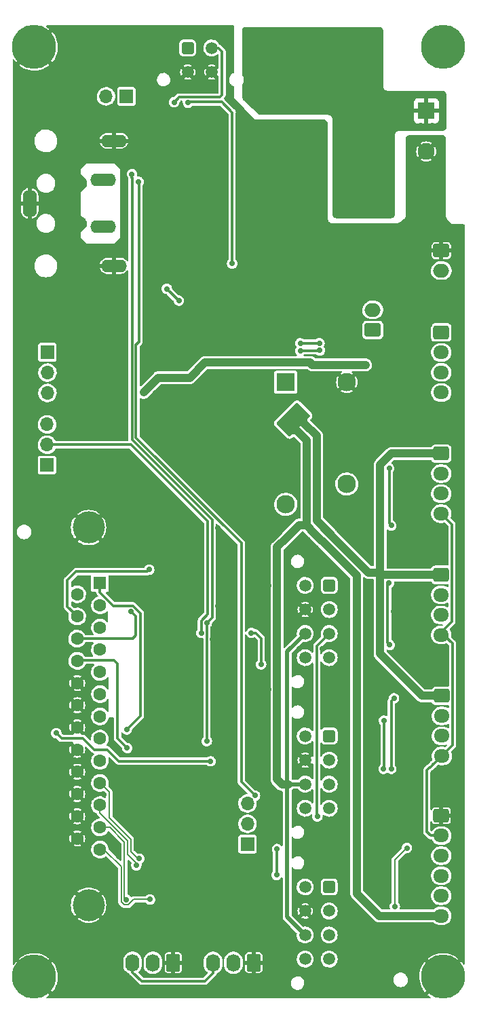
<source format=gbr>
%TF.GenerationSoftware,KiCad,Pcbnew,(6.0.4-0)*%
%TF.CreationDate,2022-05-22T20:42:39+12:00*%
%TF.ProjectId,controller,636f6e74-726f-46c6-9c65-722e6b696361,1.0*%
%TF.SameCoordinates,PX4900f70PY2ebae40*%
%TF.FileFunction,Copper,L2,Bot*%
%TF.FilePolarity,Positive*%
%FSLAX46Y46*%
G04 Gerber Fmt 4.6, Leading zero omitted, Abs format (unit mm)*
G04 Created by KiCad (PCBNEW (6.0.4-0)) date 2022-05-22 20:42:39*
%MOMM*%
%LPD*%
G01*
G04 APERTURE LIST*
G04 Aperture macros list*
%AMRoundRect*
0 Rectangle with rounded corners*
0 $1 Rounding radius*
0 $2 $3 $4 $5 $6 $7 $8 $9 X,Y pos of 4 corners*
0 Add a 4 corners polygon primitive as box body*
4,1,4,$2,$3,$4,$5,$6,$7,$8,$9,$2,$3,0*
0 Add four circle primitives for the rounded corners*
1,1,$1+$1,$2,$3*
1,1,$1+$1,$4,$5*
1,1,$1+$1,$6,$7*
1,1,$1+$1,$8,$9*
0 Add four rect primitives between the rounded corners*
20,1,$1+$1,$2,$3,$4,$5,0*
20,1,$1+$1,$4,$5,$6,$7,0*
20,1,$1+$1,$6,$7,$8,$9,0*
20,1,$1+$1,$8,$9,$2,$3,0*%
G04 Aperture macros list end*
%TA.AperFunction,ComponentPad*%
%ADD10RoundRect,0.250001X-0.499999X0.499999X-0.499999X-0.499999X0.499999X-0.499999X0.499999X0.499999X0*%
%TD*%
%TA.AperFunction,ComponentPad*%
%ADD11C,1.500000*%
%TD*%
%TA.AperFunction,ComponentPad*%
%ADD12R,1.700000X1.700000*%
%TD*%
%TA.AperFunction,ComponentPad*%
%ADD13O,1.700000X1.700000*%
%TD*%
%TA.AperFunction,ComponentPad*%
%ADD14R,2.100000X2.100000*%
%TD*%
%TA.AperFunction,ComponentPad*%
%ADD15C,2.100000*%
%TD*%
%TA.AperFunction,ComponentPad*%
%ADD16RoundRect,0.250001X-0.499999X-0.499999X0.499999X-0.499999X0.499999X0.499999X-0.499999X0.499999X0*%
%TD*%
%TA.AperFunction,ComponentPad*%
%ADD17RoundRect,0.250000X-0.750000X0.600000X-0.750000X-0.600000X0.750000X-0.600000X0.750000X0.600000X0*%
%TD*%
%TA.AperFunction,ComponentPad*%
%ADD18O,2.000000X1.700000*%
%TD*%
%TA.AperFunction,ComponentPad*%
%ADD19RoundRect,0.250000X0.620000X0.845000X-0.620000X0.845000X-0.620000X-0.845000X0.620000X-0.845000X0*%
%TD*%
%TA.AperFunction,ComponentPad*%
%ADD20O,1.740000X2.190000*%
%TD*%
%TA.AperFunction,ComponentPad*%
%ADD21RoundRect,0.250000X-0.725000X0.600000X-0.725000X-0.600000X0.725000X-0.600000X0.725000X0.600000X0*%
%TD*%
%TA.AperFunction,ComponentPad*%
%ADD22O,1.950000X1.700000*%
%TD*%
%TA.AperFunction,ComponentPad*%
%ADD23RoundRect,0.250000X0.750000X-0.600000X0.750000X0.600000X-0.750000X0.600000X-0.750000X-0.600000X0*%
%TD*%
%TA.AperFunction,ComponentPad*%
%ADD24C,5.500000*%
%TD*%
%TA.AperFunction,ComponentPad*%
%ADD25C,2.300000*%
%TD*%
%TA.AperFunction,ComponentPad*%
%ADD26R,2.300000X2.300000*%
%TD*%
%TA.AperFunction,ComponentPad*%
%ADD27O,3.200000X1.600000*%
%TD*%
%TA.AperFunction,ComponentPad*%
%ADD28O,1.750000X3.500000*%
%TD*%
%TA.AperFunction,ComponentPad*%
%ADD29C,4.000000*%
%TD*%
%TA.AperFunction,ComponentPad*%
%ADD30R,1.600000X1.600000*%
%TD*%
%TA.AperFunction,ComponentPad*%
%ADD31C,1.600000*%
%TD*%
%TA.AperFunction,SMDPad,CuDef*%
%ADD32C,1.000000*%
%TD*%
%TA.AperFunction,SMDPad,CuDef*%
%ADD33C,0.300000*%
%TD*%
%TA.AperFunction,ViaPad*%
%ADD34C,0.700000*%
%TD*%
%TA.AperFunction,ViaPad*%
%ADD35C,1.000000*%
%TD*%
%TA.AperFunction,Conductor*%
%ADD36C,1.000000*%
%TD*%
%TA.AperFunction,Conductor*%
%ADD37C,0.300000*%
%TD*%
%TA.AperFunction,Conductor*%
%ADD38C,0.200000*%
%TD*%
%TA.AperFunction,Conductor*%
%ADD39C,0.500000*%
%TD*%
G04 APERTURE END LIST*
%TO.C,NT24*%
G36*
X35912670Y-63494437D02*
G01*
X34894437Y-64512670D01*
X34187330Y-63805563D01*
X35205563Y-62787330D01*
X35912670Y-63494437D01*
G37*
%TO.C,NT7*%
G36*
X52868198Y-92593934D02*
G01*
X52443934Y-93018198D01*
X52231802Y-92806066D01*
X52656066Y-92381802D01*
X52868198Y-92593934D01*
G37*
%TO.C,NT8*%
G36*
X39312670Y-64305563D02*
G01*
X38605563Y-65012670D01*
X37587330Y-63994437D01*
X38294437Y-63287330D01*
X39312670Y-64305563D01*
G37*
%TO.C,NT25*%
G36*
X40452670Y-63535563D02*
G01*
X39745563Y-64242670D01*
X38727330Y-63224437D01*
X39434437Y-62517330D01*
X40452670Y-63535563D01*
G37*
%TD*%
D10*
%TO.P,J12,1,Pin_1*%
%TO.N,unconnected-(J12-Pad1)*%
X39811000Y-107790000D03*
D11*
%TO.P,J12,2,Pin_2*%
%TO.N,unconnected-(J12-Pad2)*%
X39811000Y-110790000D03*
%TO.P,J12,3,Pin_3*%
%TO.N,unconnected-(J12-Pad3)*%
X39811000Y-113790000D03*
%TO.P,J12,4,Pin_4*%
%TO.N,unconnected-(J12-Pad4)*%
X39811000Y-116790000D03*
%TO.P,J12,5,Pin_5*%
%TO.N,unconnected-(J12-Pad5)*%
X36811000Y-107790000D03*
%TO.P,J12,6,Pin_6*%
%TO.N,GND*%
X36811000Y-110790000D03*
%TO.P,J12,7,Pin_7*%
%TO.N,Net-(J10-Pad7)*%
X36811000Y-113790000D03*
%TO.P,J12,8,Pin_8*%
%TO.N,/Connectors/ZMIN*%
X36811000Y-116790000D03*
%TD*%
D12*
%TO.P,JP4,1,A*%
%TO.N,Net-(D4-Pad2)*%
X14500000Y-9150000D03*
D13*
%TO.P,JP4,2,B*%
%TO.N,Net-(D3-Pad1)*%
X11960000Y-9150000D03*
%TD*%
D14*
%TO.P,J3,1,Pin_1*%
%TO.N,24V_SAFE*%
X51925000Y-10950000D03*
D15*
%TO.P,J3,2,Pin_2*%
%TO.N,GND*%
X51925000Y-16030000D03*
%TD*%
D16*
%TO.P,J2,1,Pin_1*%
%TO.N,/Power/PLED*%
X22150000Y-3120000D03*
D11*
%TO.P,J2,2,Pin_2*%
%TO.N,Net-(D4-Pad1)*%
X25150000Y-3120000D03*
%TO.P,J2,3,Pin_3*%
%TO.N,GND*%
X22150000Y-6120000D03*
%TO.P,J2,4,Pin_4*%
X25150000Y-6120000D03*
%TD*%
D17*
%TO.P,J14,1,Pin_1*%
%TO.N,GND*%
X53800000Y-28400000D03*
D18*
%TO.P,J14,2,Pin_2*%
%TO.N,/Connectors/EMRG_STOP*%
X53800000Y-30900000D03*
%TD*%
D12*
%TO.P,JP1,1,A*%
%TO.N,/Connectors/RELAY4_IN*%
X29619000Y-102450000D03*
D13*
%TO.P,JP1,2,C*%
%TO.N,/LPT Interface/P1_OUT*%
X29619000Y-99910000D03*
%TO.P,JP1,3,B*%
%TO.N,/Power/CHARGE_PUMP_IN*%
X29619000Y-97370000D03*
%TD*%
D19*
%TO.P,J16,1,Pin_1*%
%TO.N,GND*%
X30400000Y-117250000D03*
D20*
%TO.P,J16,2,Pin_2*%
%TO.N,+5V*%
X27860000Y-117250000D03*
%TO.P,J16,3,Pin_3*%
%TO.N,/Connectors/PROBE*%
X25320000Y-117250000D03*
%TD*%
D21*
%TO.P,J9,1,Pin_1*%
%TO.N,/Connectors/STEPPER_5V*%
X53790000Y-68850000D03*
D22*
%TO.P,J9,2,Pin_2*%
%TO.N,/Connectors/YCLK*%
X53790000Y-71350000D03*
%TO.P,J9,3,Pin_3*%
%TO.N,/Connectors/YDIR*%
X53790000Y-73850000D03*
%TO.P,J9,4,Pin_4*%
%TO.N,/Connectors/EN*%
X53790000Y-76350000D03*
%TD*%
D23*
%TO.P,J13,1,Pin_1*%
%TO.N,/Connectors/P16_OUT*%
X45250000Y-38300000D03*
D18*
%TO.P,J13,2,Pin_2*%
%TO.N,/Connectors/P17_OUT*%
X45250000Y-35800000D03*
%TD*%
D21*
%TO.P,J11,1,Pin_1*%
%TO.N,/Connectors/STEPPER_5V*%
X53867500Y-83950000D03*
D22*
%TO.P,J11,2,Pin_2*%
%TO.N,/Connectors/ZCLK*%
X53867500Y-86450000D03*
%TO.P,J11,3,Pin_3*%
%TO.N,/Connectors/ZDIR*%
X53867500Y-88950000D03*
%TO.P,J11,4,Pin_4*%
%TO.N,/Connectors/EN*%
X53867500Y-91450000D03*
%TD*%
D24*
%TO.P,H4,1,1*%
%TO.N,GND*%
X54000000Y-119000000D03*
%TD*%
D21*
%TO.P,J6,1,Pin_1*%
%TO.N,/Connectors/STEPPER_5V*%
X53790000Y-53722000D03*
D22*
%TO.P,J6,2,Pin_2*%
%TO.N,/Connectors/XCLK*%
X53790000Y-56222000D03*
%TO.P,J6,3,Pin_3*%
%TO.N,/Connectors/XDIR*%
X53790000Y-58722000D03*
%TO.P,J6,4,Pin_4*%
%TO.N,/Connectors/EN*%
X53790000Y-61222000D03*
%TD*%
D21*
%TO.P,J5,1,Pin_1*%
%TO.N,GND*%
X53790000Y-98896000D03*
D22*
%TO.P,J5,2,Pin_2*%
%TO.N,/Connectors/RELAY1*%
X53790000Y-101396000D03*
%TO.P,J5,3,Pin_3*%
%TO.N,/Connectors/RELAY2*%
X53790000Y-103896000D03*
%TO.P,J5,4,Pin_4*%
%TO.N,/Connectors/RELAY3*%
X53790000Y-106396000D03*
%TO.P,J5,5,Pin_5*%
%TO.N,/Connectors/RELAY4*%
X53790000Y-108896000D03*
%TO.P,J5,6,Pin_6*%
%TO.N,/Connectors/RELAY_5V*%
X53790000Y-111396000D03*
%TD*%
D25*
%TO.P,K1,1*%
%TO.N,GND*%
X42020000Y-44825000D03*
%TO.P,K1,3*%
%TO.N,/Connectors/SPNDL_RELAY_NO*%
X42000000Y-57525000D03*
%TO.P,K1,5*%
%TO.N,/Connectors/SPNDL_RELAY_COM*%
X34400000Y-60065000D03*
D26*
%TO.P,K1,6*%
%TO.N,Net-(D7-Pad1)*%
X34400000Y-44825000D03*
%TD*%
D10*
%TO.P,J10,1,Pin_1*%
%TO.N,unconnected-(J10-Pad1)*%
X39811000Y-88972000D03*
D11*
%TO.P,J10,2,Pin_2*%
%TO.N,unconnected-(J10-Pad2)*%
X39811000Y-91972000D03*
%TO.P,J10,3,Pin_3*%
%TO.N,unconnected-(J10-Pad3)*%
X39811000Y-94972000D03*
%TO.P,J10,4,Pin_4*%
%TO.N,/Connectors/YMIN*%
X39811000Y-97972000D03*
%TO.P,J10,5,Pin_5*%
%TO.N,unconnected-(J10-Pad5)*%
X36811000Y-88972000D03*
%TO.P,J10,6,Pin_6*%
%TO.N,GND*%
X36811000Y-91972000D03*
%TO.P,J10,7,Pin_7*%
%TO.N,Net-(J10-Pad7)*%
X36811000Y-94972000D03*
%TO.P,J10,8,Pin_8*%
%TO.N,unconnected-(J10-Pad8)*%
X36811000Y-97972000D03*
%TD*%
D27*
%TO.P,J1,1*%
%TO.N,24V_IN*%
X11600000Y-25400000D03*
%TO.P,J1,2*%
%TO.N,GND*%
X7950000Y-25000000D03*
%TO.P,J1,3*%
X7950000Y-20000000D03*
%TO.P,J1,4*%
%TO.N,24V_IN*%
X11600000Y-19600000D03*
%TO.P,J1,SH*%
%TO.N,GND*%
X12950000Y-14700000D03*
D28*
X2450000Y-22500000D03*
D27*
X12950000Y-30300000D03*
%TD*%
D12*
%TO.P,JP2,1,A*%
%TO.N,/LPT Interface/PWM_IN*%
X4600000Y-55150000D03*
D13*
%TO.P,JP2,2,C*%
%TO.N,/LPT Interface/P16_OUT*%
X4600000Y-52610000D03*
%TO.P,JP2,3,B*%
%TO.N,/Connectors/P16_IN*%
X4600000Y-50070000D03*
%TD*%
D10*
%TO.P,J7,1,Pin_1*%
%TO.N,unconnected-(J7-Pad1)*%
X39811000Y-70176000D03*
D11*
%TO.P,J7,2,Pin_2*%
%TO.N,unconnected-(J7-Pad2)*%
X39811000Y-73176000D03*
%TO.P,J7,3,Pin_3*%
%TO.N,/Connectors/XMIN*%
X39811000Y-76176000D03*
%TO.P,J7,4,Pin_4*%
%TO.N,unconnected-(J7-Pad4)*%
X39811000Y-79176000D03*
%TO.P,J7,5,Pin_5*%
%TO.N,unconnected-(J7-Pad5)*%
X36811000Y-70176000D03*
%TO.P,J7,6,Pin_6*%
%TO.N,GND*%
X36811000Y-73176000D03*
%TO.P,J7,7,Pin_7*%
%TO.N,Net-(J10-Pad7)*%
X36811000Y-76176000D03*
%TO.P,J7,8,Pin_8*%
%TO.N,unconnected-(J7-Pad8)*%
X36811000Y-79176000D03*
%TD*%
D29*
%TO.P,J4,0,PAD*%
%TO.N,GND*%
X9784331Y-110055000D03*
X9784331Y-62955000D03*
D30*
%TO.P,J4,1,1*%
%TO.N,/LPT Interface/P1_IN*%
X11204331Y-69885000D03*
D31*
%TO.P,J4,2,2*%
%TO.N,/LPT Interface/P2_IN*%
X11204331Y-72655000D03*
%TO.P,J4,3,3*%
%TO.N,/LPT Interface/P3_IN*%
X11204331Y-75425000D03*
%TO.P,J4,4,4*%
%TO.N,/LPT Interface/P4_IN*%
X11204331Y-78195000D03*
%TO.P,J4,5,5*%
%TO.N,/LPT Interface/P5_IN*%
X11204331Y-80965000D03*
%TO.P,J4,6,6*%
%TO.N,/LPT Interface/P6_IN*%
X11204331Y-83735000D03*
%TO.P,J4,7,7*%
%TO.N,/LPT Interface/P7_IN*%
X11204331Y-86505000D03*
%TO.P,J4,8,8*%
%TO.N,/LPT Interface/P8_IN*%
X11204331Y-89275000D03*
%TO.P,J4,9,9*%
%TO.N,/LPT Interface/P9_IN*%
X11204331Y-92045000D03*
%TO.P,J4,10,10*%
%TO.N,/LPT Interface/P10_OUT*%
X11204331Y-94815000D03*
%TO.P,J4,11,11*%
%TO.N,/LPT Interface/P11_OUT*%
X11204331Y-97585000D03*
%TO.P,J4,12,12*%
%TO.N,/LPT Interface/P12_OUT*%
X11204331Y-100355000D03*
%TO.P,J4,13,13*%
%TO.N,/LPT Interface/P13_OUT*%
X11204331Y-103125000D03*
%TO.P,J4,14,P14*%
%TO.N,/LPT Interface/P14_IN*%
X8364331Y-71270000D03*
%TO.P,J4,15,P15*%
%TO.N,/LPT Interface/P15_OUT*%
X8364331Y-74040000D03*
%TO.P,J4,16,P16*%
%TO.N,/LPT Interface/P16_IN*%
X8364331Y-76810000D03*
%TO.P,J4,17,P17*%
%TO.N,/LPT Interface/P17_IN*%
X8364331Y-79580000D03*
%TO.P,J4,18,P18*%
%TO.N,GND*%
X8364331Y-82350000D03*
%TO.P,J4,19,P19*%
X8364331Y-85120000D03*
%TO.P,J4,20,P20*%
X8364331Y-87890000D03*
%TO.P,J4,21,P21*%
X8364331Y-90660000D03*
%TO.P,J4,22,P22*%
X8364331Y-93430000D03*
%TO.P,J4,23,P23*%
X8364331Y-96200000D03*
%TO.P,J4,24,P24*%
X8364331Y-98970000D03*
%TO.P,J4,25,P25*%
X8364331Y-101740000D03*
%TD*%
D19*
%TO.P,J17,1,Pin_1*%
%TO.N,GND*%
X20350000Y-117250000D03*
D20*
%TO.P,J17,2,Pin_2*%
%TO.N,+5V*%
X17810000Y-117250000D03*
%TO.P,J17,3,Pin_3*%
%TO.N,/Connectors/PROBE*%
X15270000Y-117250000D03*
%TD*%
D24*
%TO.P,H1,1,1*%
%TO.N,GND*%
X3000000Y-3000000D03*
%TD*%
D21*
%TO.P,J8,1,Pin_1*%
%TO.N,/Connectors/DGND*%
X53790000Y-38600000D03*
D22*
%TO.P,J8,2,Pin_2*%
%TO.N,/Connectors/0-10V*%
X53790000Y-41100000D03*
%TO.P,J8,3,Pin_3*%
%TO.N,/Connectors/XGND*%
X53790000Y-43600000D03*
%TO.P,J8,4,Pin_4*%
%TO.N,/Connectors/FWD*%
X53790000Y-46100000D03*
%TD*%
D24*
%TO.P,H3,1,1*%
%TO.N,GND*%
X3000000Y-119000000D03*
%TD*%
%TO.P,H2,1,1*%
%TO.N,unconnected-(H2-Pad1)*%
X54000000Y-3000000D03*
%TD*%
D12*
%TO.P,JP3,1,A*%
%TO.N,/Connectors/P17_IN*%
X4650000Y-41075000D03*
D13*
%TO.P,JP3,2,C*%
%TO.N,/LPT Interface/P17_OUT*%
X4650000Y-43615000D03*
%TO.P,JP3,3,B*%
%TO.N,/LPT Interface/SPNDL_RELAY_IN*%
X4650000Y-46155000D03*
%TD*%
D32*
%TO.P,NT24,1,1*%
%TO.N,Net-(J10-Pad7)*%
X34555025Y-64144975D03*
%TO.P,NT24,2,2*%
%TO.N,+5V*%
X35544975Y-63155025D03*
%TD*%
D33*
%TO.P,NT7,1,1*%
%TO.N,/Connectors/EN*%
X52762132Y-92487868D03*
%TO.P,NT7,2,2*%
%TO.N,/Connectors/RELAY1*%
X52337868Y-92912132D03*
%TD*%
D32*
%TO.P,NT8,1,1*%
%TO.N,/Connectors/RELAY_5V*%
X38944975Y-64644975D03*
%TO.P,NT8,2,2*%
%TO.N,+5V*%
X37955025Y-63655025D03*
%TD*%
%TO.P,NT25,1,1*%
%TO.N,/Connectors/STEPPER_5V*%
X40084975Y-63874975D03*
%TO.P,NT25,2,2*%
%TO.N,+5V*%
X39095025Y-62885025D03*
%TD*%
D34*
%TO.N,GND*%
X25670000Y-56430000D03*
X37450000Y-68900000D03*
X46250000Y-34500000D03*
X27400000Y-6000000D03*
X44550000Y-111600000D03*
X22850000Y-37850000D03*
X23350000Y-47625000D03*
X28350000Y-10400000D03*
X56200000Y-34800000D03*
X44900000Y-29200000D03*
X52300000Y-42800000D03*
X13550000Y-103950000D03*
X22850000Y-89200000D03*
X48700000Y-29600000D03*
X37450000Y-85300000D03*
X47000000Y-121000000D03*
X46300000Y-116950000D03*
X28900000Y-31140000D03*
X48725000Y-25275000D03*
X52650000Y-17700000D03*
X44930000Y-66890000D03*
X23300000Y-52400000D03*
X23000000Y-121000000D03*
X38750000Y-38900000D03*
X32100000Y-90500000D03*
X22900000Y-111650000D03*
X49300000Y-84850000D03*
X26700000Y-116150000D03*
X18150000Y-49100000D03*
X20500000Y-35800000D03*
X21840000Y-43000000D03*
X18150000Y-50650000D03*
X34490000Y-73940000D03*
X32400000Y-95300000D03*
X22900000Y-74650000D03*
X1000000Y-31000000D03*
X32040000Y-74830000D03*
X11349500Y-40099500D03*
X34510000Y-67360000D03*
X4850000Y-72600000D03*
X18150000Y-46125000D03*
X51850000Y-52450000D03*
X37510000Y-64950000D03*
X19475000Y-50650000D03*
X25250000Y-76850000D03*
X56200000Y-26400000D03*
X43050000Y-36900000D03*
D35*
X51875000Y-23675000D03*
D34*
X9850000Y-76050000D03*
X22900000Y-106550000D03*
X22600000Y-7800000D03*
X22050000Y-47625000D03*
X32150000Y-53980000D03*
X1000000Y-102000000D03*
X4842000Y-80830765D03*
X44400000Y-105200000D03*
X26000000Y-67400000D03*
X30400000Y-107150000D03*
X39300000Y-21400000D03*
X18350000Y-30650000D03*
X22050000Y-46125000D03*
X50350000Y-79350000D03*
X12750000Y-69300000D03*
X49580000Y-115630000D03*
X41375000Y-90000000D03*
X27450000Y-72725000D03*
X32150000Y-51600000D03*
X38310000Y-49810000D03*
X16750000Y-47750000D03*
X11050000Y-10800000D03*
X48350000Y-89350000D03*
X18600000Y-33750000D03*
X23000000Y-35100000D03*
X19500000Y-54000000D03*
X49950000Y-14325000D03*
X43750000Y-41450000D03*
X35500000Y-90500000D03*
X51625000Y-40025000D03*
X41450000Y-96000000D03*
X20950000Y-89200000D03*
X29730000Y-87240000D03*
X14300000Y-40150000D03*
X34500000Y-40200000D03*
X21069500Y-72375000D03*
X32150000Y-55625000D03*
X51600000Y-63625000D03*
X32250000Y-83150000D03*
X19400000Y-51950000D03*
X39950000Y-101700000D03*
X12600000Y-94300000D03*
X15800000Y-101600000D03*
X49600000Y-65650000D03*
X17250000Y-19850000D03*
X41300000Y-53850000D03*
X1000000Y-78000000D03*
X34550000Y-47530000D03*
X12850000Y-10800000D03*
X22700000Y-72350000D03*
X3150000Y-56450000D03*
X20100000Y-15900000D03*
X14300000Y-38250000D03*
X44740000Y-69890000D03*
X13800000Y-27600000D03*
D35*
X53475000Y-23675000D03*
D34*
X34980000Y-12410000D03*
D35*
X51875000Y-22075000D03*
D34*
X52100000Y-70050000D03*
X16520000Y-63720000D03*
X33500000Y-109900000D03*
X6500000Y-80845165D03*
X22050000Y-50650000D03*
X28920000Y-20010000D03*
X37200000Y-100250000D03*
X23350000Y-70500000D03*
X48700000Y-34150000D03*
X27600000Y-1000000D03*
X48690000Y-46540000D03*
X15450000Y-94300000D03*
X26525000Y-31100000D03*
X8650000Y-50750000D03*
X36200000Y-46600000D03*
X16450000Y-17750000D03*
X13750000Y-67600000D03*
X35000000Y-121000000D03*
X17350000Y-40300000D03*
X9700000Y-70400000D03*
X23200000Y-15150000D03*
X56200000Y-50000000D03*
X21050000Y-30650000D03*
X32400000Y-12950000D03*
X45050000Y-89350000D03*
X22850000Y-91250000D03*
X45800000Y-112600000D03*
X16400000Y-10800000D03*
X56200000Y-80200000D03*
X20750000Y-49100000D03*
X39050000Y-90550000D03*
X47050000Y-41700000D03*
X48500000Y-93100000D03*
X12500000Y-87400000D03*
X6350000Y-38200000D03*
X30000000Y-66550000D03*
X49700000Y-59750000D03*
X49600000Y-70050000D03*
X6400000Y-34400000D03*
X49160000Y-112580000D03*
X39520000Y-58730000D03*
X24700000Y-93150000D03*
X32250000Y-70200000D03*
X11000000Y-121000000D03*
D35*
X50275000Y-22075000D03*
D34*
X49600000Y-57150000D03*
X56200000Y-115000000D03*
X33950000Y-57350000D03*
X44125000Y-39800000D03*
X50975000Y-67375000D03*
X33500000Y-107400000D03*
X23069000Y-62900000D03*
X12500000Y-57600000D03*
X8850000Y-43600000D03*
X2300000Y-59050000D03*
D35*
X50275000Y-20475000D03*
D34*
X37100000Y-105100000D03*
X1000000Y-14000000D03*
X33710000Y-46680000D03*
X32330000Y-111810000D03*
X20769000Y-61600000D03*
X36490000Y-63960000D03*
X26100000Y-86200000D03*
X51150000Y-94200000D03*
X32100000Y-85350000D03*
X23375000Y-19350000D03*
X15500000Y-90000000D03*
X24650000Y-115400000D03*
X47250000Y-109550000D03*
X29950000Y-68200000D03*
X43200000Y-48590000D03*
X18950000Y-17750000D03*
X26960000Y-58340000D03*
X53975000Y-17675000D03*
X8600000Y-38200000D03*
X19200000Y-1000000D03*
X38750000Y-43850000D03*
X47550000Y-67650000D03*
X50730000Y-44430000D03*
X22900000Y-109100000D03*
X42050000Y-102900000D03*
X20900000Y-104950000D03*
X26200000Y-64300000D03*
X49950000Y-17700000D03*
X32100000Y-66950000D03*
X6700000Y-66650000D03*
X5800000Y-36300000D03*
X39500000Y-41500000D03*
X40120000Y-62110000D03*
X43280000Y-56050000D03*
X27850000Y-87250000D03*
X45660000Y-49560000D03*
X37450000Y-12410000D03*
X23119000Y-67950000D03*
X23050000Y-40200000D03*
X44930000Y-61490000D03*
X39750000Y-32250000D03*
X33700000Y-101900000D03*
X28250000Y-95300000D03*
X32400000Y-14200000D03*
X30640000Y-110090000D03*
X35500000Y-94000000D03*
X12500000Y-43000000D03*
X27230000Y-61590000D03*
X22900000Y-93000000D03*
X49100000Y-62350000D03*
X25950000Y-72700000D03*
X20919500Y-74650000D03*
X18900000Y-37050000D03*
X33450000Y-97600000D03*
X45690000Y-53660000D03*
X34510000Y-71230000D03*
X48750000Y-83050000D03*
X35670000Y-52430000D03*
X19950000Y-40300000D03*
X23630000Y-44830000D03*
X2950000Y-54250000D03*
X22050000Y-49100000D03*
X4850000Y-87900000D03*
X23350000Y-50650000D03*
X51850000Y-54900000D03*
X10800000Y-34400000D03*
X51225000Y-14325000D03*
X41900000Y-85950000D03*
X20850000Y-101700000D03*
X25350000Y-44000000D03*
X29300000Y-34650000D03*
X6700000Y-75350000D03*
X11300000Y-36300000D03*
X35150000Y-17570000D03*
X53925000Y-14325000D03*
X19475000Y-47625000D03*
X16550000Y-43550000D03*
X38957500Y-78075000D03*
X49050000Y-42700000D03*
X17600000Y-104800000D03*
X39510000Y-52330000D03*
X32100000Y-43725000D03*
X49550000Y-90550000D03*
X11700000Y-96250000D03*
X23350000Y-46125000D03*
X20900000Y-109400000D03*
X28800000Y-110250000D03*
X45050000Y-86900000D03*
X40950000Y-105150000D03*
X20750000Y-46125000D03*
X33050000Y-20000000D03*
X32450000Y-47850000D03*
X37450000Y-83050000D03*
X1000000Y-66000000D03*
X23250000Y-13600000D03*
X7900000Y-57850000D03*
X32150000Y-57350000D03*
X8425000Y-17050000D03*
X44750000Y-73450000D03*
X52650000Y-14325000D03*
X49950000Y-16050000D03*
X56200000Y-65000000D03*
X20600000Y-55400000D03*
X37225000Y-119675000D03*
X51950000Y-82750000D03*
X28250000Y-56410000D03*
X46250000Y-31200000D03*
X20900000Y-86975000D03*
X51780000Y-113400000D03*
X16850000Y-58850000D03*
X11000000Y-1000000D03*
X20900000Y-80590800D03*
X47000000Y-44650000D03*
X28050000Y-92700000D03*
X16950000Y-87300000D03*
X9505200Y-78203200D03*
X34300000Y-112800000D03*
X23325000Y-17550000D03*
X49850000Y-80700000D03*
X23650000Y-16050000D03*
X25900000Y-111600000D03*
X15900000Y-72150000D03*
X20750000Y-47625000D03*
D35*
X51875000Y-20475000D03*
D34*
X24700000Y-99250000D03*
X22100000Y-38900000D03*
X54000000Y-81900000D03*
X43600000Y-31200000D03*
X10750000Y-38200000D03*
X19475000Y-46125000D03*
X54475000Y-79625000D03*
X35550000Y-106850000D03*
X23292109Y-30667109D03*
X45000000Y-82025000D03*
X45500000Y-43150000D03*
X1000000Y-54000000D03*
X15750000Y-99700000D03*
D35*
X53475000Y-20475000D03*
D34*
X14000000Y-71850000D03*
X44500000Y-102900000D03*
X52200000Y-60450000D03*
X52307000Y-37700000D03*
X39520000Y-55760000D03*
X20900000Y-93000000D03*
X24400000Y-7800000D03*
X10950000Y-53650000D03*
X49528234Y-101978234D03*
X25900000Y-63000000D03*
X8025914Y-54418027D03*
X44750000Y-76550000D03*
X33350000Y-48750000D03*
X30130000Y-80920000D03*
X8349500Y-40099500D03*
X36230000Y-43860000D03*
X19400000Y-13850000D03*
X41300000Y-77675000D03*
X5475000Y-48100000D03*
X45850000Y-109550000D03*
X18040000Y-61620000D03*
X12800000Y-54600000D03*
X32450000Y-103650000D03*
X28000000Y-47300000D03*
X30070000Y-58290000D03*
X35780000Y-55600000D03*
X18150000Y-47625000D03*
X22900000Y-80550000D03*
X22000000Y-18000000D03*
X20750000Y-50650000D03*
X22931000Y-104000000D03*
X52750000Y-48300000D03*
X22900000Y-101700000D03*
X49500000Y-104800000D03*
X36100000Y-24500000D03*
X1000000Y-114000000D03*
X23350000Y-49100000D03*
X17250000Y-27400000D03*
X39400000Y-86650000D03*
X25150000Y-59830000D03*
X14100000Y-34350000D03*
X22869000Y-97200000D03*
X8600000Y-34400000D03*
X30130000Y-75050000D03*
X1000000Y-90000000D03*
X32100000Y-65400000D03*
X39300000Y-24500000D03*
X20850000Y-111600000D03*
X39750000Y-35700000D03*
X49500000Y-54950000D03*
X1050000Y-44350000D03*
X51225000Y-17700000D03*
X34090000Y-53940000D03*
X42270000Y-64160000D03*
X47850000Y-73450000D03*
X45200000Y-46450000D03*
X53950000Y-16050000D03*
X41300000Y-50500000D03*
X29750000Y-92700000D03*
X48350000Y-77250000D03*
X49300000Y-110080000D03*
X19450000Y-74650000D03*
X47550000Y-98200000D03*
X39500000Y-67100000D03*
X39800000Y-48250000D03*
X20850000Y-91250000D03*
X41100000Y-72500000D03*
X11000000Y-55200000D03*
X9700000Y-72250000D03*
X19475000Y-49100000D03*
X25675000Y-48975000D03*
X44700000Y-106850000D03*
X56200000Y-95200000D03*
X35500000Y-87100000D03*
X19000000Y-58100000D03*
X27230000Y-51460000D03*
X22900000Y-86975000D03*
X47200000Y-104750000D03*
X20850000Y-97200000D03*
X28050000Y-105050000D03*
X44500000Y-97050000D03*
X22850000Y-118500000D03*
X13950000Y-91250000D03*
X35300000Y-116650000D03*
X23069000Y-65400000D03*
X26980000Y-54360000D03*
X3000000Y-49750000D03*
X36200000Y-38900000D03*
D35*
X50275000Y-23675000D03*
D34*
X4850500Y-66650000D03*
X33750000Y-55600000D03*
X29840000Y-53980000D03*
X41900000Y-81925000D03*
X13950000Y-17750000D03*
X22050000Y-34250000D03*
X40850000Y-39150000D03*
X41375000Y-106850000D03*
X54350000Y-25225000D03*
X33980000Y-62480000D03*
X28800000Y-111675000D03*
X20100000Y-25050000D03*
X37150000Y-15290000D03*
X36058832Y-78058832D03*
X10850000Y-57600000D03*
X32350000Y-15700000D03*
X35780000Y-57350000D03*
X41450000Y-68900000D03*
X48100000Y-52500000D03*
D35*
X53475000Y-22075000D03*
D34*
X43300000Y-51830000D03*
X47240000Y-47990000D03*
X39050000Y-83050000D03*
X26000000Y-69850000D03*
X5500000Y-51350000D03*
X19350000Y-71350000D03*
X48900000Y-39750000D03*
X30300000Y-47300000D03*
D35*
%TO.N,24V_SAFE*%
X42450000Y-22050000D03*
D34*
X32850000Y-7650000D03*
D35*
X45650000Y-14050000D03*
D34*
X40850000Y-9250000D03*
D35*
X47250000Y-20450000D03*
D34*
X39250000Y-2850000D03*
D35*
X44050000Y-20450000D03*
X29650000Y-7650000D03*
X32850000Y-1250000D03*
D34*
X32850000Y-4450000D03*
X34450000Y-7650000D03*
D35*
X44050000Y-15650000D03*
X45650000Y-6050000D03*
X44050000Y-22050000D03*
D34*
X34450000Y-6050000D03*
D35*
X40850000Y-22050000D03*
X31250000Y-1250000D03*
X47250000Y-22050000D03*
X45650000Y-10850000D03*
D34*
X39250000Y-9250000D03*
D35*
X47250000Y-17250000D03*
D34*
X52650000Y-8975000D03*
D35*
X29650000Y-9250000D03*
D34*
X40850000Y-4450000D03*
X49950000Y-12825000D03*
X40850000Y-2850000D03*
X31250000Y-9250000D03*
D35*
X45650000Y-12450000D03*
X47250000Y-14050000D03*
X47250000Y-15650000D03*
X45650000Y-22050000D03*
D34*
X34450000Y-4450000D03*
D35*
X45650000Y-15650000D03*
X34450000Y-1250000D03*
X42450000Y-6050000D03*
X39250000Y-1250000D03*
X44050000Y-23650000D03*
D34*
X32850000Y-9250000D03*
D35*
X45650000Y-9250000D03*
X45650000Y-18850000D03*
X34450000Y-10850000D03*
D34*
X36050000Y-7650000D03*
D35*
X42450000Y-4450000D03*
X40850000Y-18850000D03*
X42450000Y-10850000D03*
D34*
X37650000Y-4450000D03*
D35*
X47250000Y-9250000D03*
X45650000Y-7650000D03*
X44050000Y-6050000D03*
X47250000Y-18850000D03*
X36050000Y-1250000D03*
X29650000Y-4450000D03*
X44050000Y-7650000D03*
D34*
X37650000Y-7650000D03*
X52650000Y-12825000D03*
D35*
X44350000Y-42650000D03*
X29650000Y-2850000D03*
X44050000Y-4450000D03*
X36050000Y-10850000D03*
X37650000Y-1250000D03*
D34*
X37650000Y-6050000D03*
D35*
X42450000Y-14050000D03*
X42450000Y-20450000D03*
D34*
X34450000Y-2850000D03*
D35*
X44050000Y-18850000D03*
X29650000Y-1250000D03*
X16650000Y-46100000D03*
D34*
X31250000Y-4450000D03*
X36050000Y-4450000D03*
D35*
X40850000Y-15650000D03*
D34*
X39250000Y-6050000D03*
D35*
X40850000Y-17250000D03*
D34*
X51250000Y-8975000D03*
D35*
X44050000Y-1250000D03*
X29650000Y-6050000D03*
D34*
X31250000Y-6050000D03*
D35*
X42450000Y-7650000D03*
X42450000Y-9250000D03*
X40850000Y-14050000D03*
X45650000Y-4450000D03*
D34*
X36050000Y-9250000D03*
X39250000Y-4450000D03*
X37650000Y-9250000D03*
X32850000Y-6050000D03*
D35*
X32850000Y-10850000D03*
D34*
X32850000Y-2850000D03*
X49950000Y-8975000D03*
X49950000Y-10925000D03*
D35*
X45650000Y-2850000D03*
X44050000Y-12450000D03*
D34*
X34450000Y-9250000D03*
X53925000Y-12825000D03*
X36050000Y-6050000D03*
D35*
X44050000Y-14050000D03*
X45650000Y-20450000D03*
X47250000Y-10850000D03*
D34*
X53925000Y-10925000D03*
D35*
X40850000Y-1250000D03*
D34*
X31250000Y-2850000D03*
X39250000Y-7650000D03*
D35*
X42450000Y-2850000D03*
X40850000Y-10850000D03*
X47250000Y-23650000D03*
D34*
X40850000Y-6050000D03*
D35*
X47250000Y-12450000D03*
D34*
X51250000Y-12825000D03*
X31250000Y-7650000D03*
D35*
X42450000Y-18850000D03*
X42450000Y-15650000D03*
X37650000Y-10850000D03*
X42450000Y-12450000D03*
X42450000Y-23650000D03*
X42450000Y-17250000D03*
X40850000Y-20450000D03*
X45650000Y-17250000D03*
X45650000Y-23650000D03*
X40850000Y-12450000D03*
X31250000Y-10850000D03*
D34*
X40850000Y-7650000D03*
X53925000Y-8975000D03*
D35*
X39250000Y-10850000D03*
D34*
X37650000Y-2850000D03*
X36050000Y-2850000D03*
D35*
X44050000Y-17250000D03*
X44050000Y-10850000D03*
X42450000Y-1250000D03*
X44050000Y-2850000D03*
X45650000Y-1250000D03*
X44050000Y-9250000D03*
X40850000Y-23650000D03*
D34*
%TO.N,/Power/U2_FB*%
X21042109Y-34642109D03*
X19557891Y-33157891D03*
%TO.N,/LPT Interface/P15_OUT*%
X17350000Y-68200000D03*
%TO.N,/LPT Interface/P16_IN*%
X15033587Y-73416402D03*
%TO.N,/LPT Interface/P17_IN*%
X14600000Y-90460000D03*
%TO.N,/Connectors/XMIN*%
X38350000Y-99000000D03*
%TO.N,/LPT Interface/nCE_IN*%
X24550000Y-74850000D03*
X15200000Y-18850000D03*
X24550000Y-89600000D03*
%TO.N,/Power/CHARGE_PUMP_IN*%
X16025497Y-19800000D03*
X30550000Y-96400000D03*
%TO.N,/LPT Interface/P17_OUT*%
X5750000Y-88600000D03*
X25000000Y-92106321D03*
%TO.N,/Connectors/RELAY4_IN*%
X33250000Y-106300000D03*
X33305378Y-103055378D03*
%TO.N,/Connectors/EN_IN*%
X31322836Y-80022836D03*
X30100000Y-76100000D03*
%TO.N,/Connectors/P16_IN*%
X36200000Y-40900000D03*
X38650000Y-40850000D03*
%TO.N,/Connectors/P17_IN*%
X36200000Y-39950000D03*
X38600000Y-39950000D03*
%TO.N,/LPT Interface/P16_OUT*%
X23850000Y-76100000D03*
%TO.N,/LPT Interface/P1_IN*%
X14550000Y-88150000D03*
%TO.N,/LPT Interface/P10_OUT*%
X16100000Y-104255500D03*
%TO.N,/LPT Interface/P11_OUT*%
X15750000Y-105100000D03*
%TO.N,/LPT Interface/P12_OUT*%
X14500000Y-109373585D03*
%TO.N,/LPT Interface/P13_OUT*%
X17450000Y-109350000D03*
%TO.N,Net-(D4-Pad1)*%
X20450000Y-9875000D03*
%TO.N,Net-(D11-Pad2)*%
X48000000Y-110250000D03*
X49500000Y-102925000D03*
%TO.N,Net-(D15-Pad2)*%
X47300000Y-55575000D03*
X47550000Y-62700000D03*
%TO.N,/Connectors/STEPPER_5V*%
X46600000Y-93050000D03*
X46200000Y-68550000D03*
X46650000Y-87050500D03*
X46150000Y-77750000D03*
%TO.N,/Connectors/RELAY_5V*%
X46650000Y-111400000D03*
%TO.N,Net-(D19-Pad2)*%
X47350000Y-77600000D03*
X47250000Y-69899500D03*
%TO.N,Net-(Q3-Pad1)*%
X27699500Y-30000000D03*
X22192128Y-9949500D03*
D35*
%TO.N,+5V*%
X34900000Y-50800000D03*
X35800000Y-48200000D03*
X36600000Y-49000000D03*
X34050000Y-49950000D03*
D34*
%TO.N,Net-(D23-Pad2)*%
X47900000Y-84250000D03*
X47550000Y-93050000D03*
%TD*%
D36*
%TO.N,24V_SAFE*%
X22415766Y-44250000D02*
X18500000Y-44250000D01*
X37420000Y-42350000D02*
X24315766Y-42350000D01*
X24315766Y-42350000D02*
X22415766Y-44250000D01*
X37720000Y-42650000D02*
X37420000Y-42350000D01*
X44350000Y-42650000D02*
X37720000Y-42650000D01*
X18500000Y-44250000D02*
X16650000Y-46100000D01*
D37*
%TO.N,/Power/U2_FB*%
X21042109Y-34642109D02*
X19557891Y-33157891D01*
%TO.N,/LPT Interface/P15_OUT*%
X7150000Y-72825669D02*
X7150000Y-69534800D01*
X7150000Y-69534800D02*
X8235200Y-68449600D01*
X17100400Y-68449600D02*
X17350000Y-68200000D01*
X8235200Y-68449600D02*
X17100400Y-68449600D01*
X8364331Y-74040000D02*
X7150000Y-72825669D01*
%TO.N,/LPT Interface/P16_IN*%
X15700000Y-76400000D02*
X15290000Y-76810000D01*
X15066402Y-73416402D02*
X15700000Y-74050000D01*
X15290000Y-76810000D02*
X8364331Y-76810000D01*
X15033587Y-73416402D02*
X15066402Y-73416402D01*
X15700000Y-74050000D02*
X15700000Y-76400000D01*
%TO.N,/LPT Interface/P17_IN*%
X13400000Y-79950000D02*
X13400000Y-89253000D01*
X12974000Y-79524000D02*
X13400000Y-79950000D01*
X13400000Y-89253000D02*
X14607000Y-90460000D01*
X8420331Y-79524000D02*
X12974000Y-79524000D01*
%TO.N,/Connectors/XMIN*%
X38350000Y-99000000D02*
X38258000Y-98908000D01*
X38258000Y-98908000D02*
X38258000Y-77729000D01*
X38258000Y-77729000D02*
X39811000Y-76176000D01*
%TO.N,/LPT Interface/nCE_IN*%
X15200969Y-52000969D02*
X25200000Y-62000000D01*
X24550000Y-89600000D02*
X24550000Y-74850000D01*
X25200000Y-62000000D02*
X25200000Y-74200000D01*
X15200000Y-18850000D02*
X15200000Y-19339259D01*
X15200969Y-19340228D02*
X15200969Y-52000969D01*
X25200000Y-74200000D02*
X24550000Y-74850000D01*
X15200000Y-19339259D02*
X15200969Y-19340228D01*
%TO.N,/Connectors/PROBE*%
X15270000Y-118420000D02*
X15270000Y-118170000D01*
X24300000Y-119550000D02*
X16400000Y-119550000D01*
X25320000Y-117250000D02*
X25320000Y-118530000D01*
X16400000Y-119550000D02*
X15270000Y-118420000D01*
X25320000Y-118530000D02*
X24300000Y-119550000D01*
%TO.N,/Connectors/EN*%
X55200000Y-90117500D02*
X55200000Y-77410000D01*
X52829632Y-92487868D02*
X55200000Y-90117500D01*
X55114520Y-62539520D02*
X53797000Y-61222000D01*
X53790000Y-76000000D02*
X55114520Y-74675480D01*
X55200000Y-77410000D02*
X53790000Y-76000000D01*
X52762132Y-92487868D02*
X52829632Y-92487868D01*
X55114520Y-74675480D02*
X55114520Y-62539520D01*
%TO.N,/Power/CHARGE_PUMP_IN*%
X15700489Y-51750489D02*
X28850000Y-64900000D01*
X16050000Y-19824503D02*
X16050000Y-39810741D01*
X16050000Y-39810741D02*
X15700489Y-40160252D01*
X16025497Y-19800000D02*
X16050000Y-19824503D01*
X28850000Y-94700000D02*
X30550000Y-96400000D01*
X28850000Y-64900000D02*
X28850000Y-94700000D01*
X15700489Y-40160252D02*
X15700489Y-51750489D01*
%TO.N,/LPT Interface/P17_OUT*%
X24993679Y-92100000D02*
X13550000Y-92100000D01*
X10500000Y-90650000D02*
X9100000Y-89250000D01*
X25000000Y-92106321D02*
X24993679Y-92100000D01*
X6400000Y-89250000D02*
X5750000Y-88600000D01*
X13550000Y-92100000D02*
X12100000Y-90650000D01*
X12100000Y-90650000D02*
X10500000Y-90650000D01*
X9100000Y-89250000D02*
X6400000Y-89250000D01*
%TO.N,/Connectors/RELAY4_IN*%
X33250000Y-103110756D02*
X33250000Y-106300000D01*
X33305378Y-103055378D02*
X33250000Y-103110756D01*
%TO.N,/Connectors/EN_IN*%
X31322836Y-76772836D02*
X30650000Y-76100000D01*
X31322836Y-80022836D02*
X31322836Y-76772836D01*
X30650000Y-76100000D02*
X30100000Y-76100000D01*
%TO.N,/Connectors/P16_IN*%
X38600000Y-40900000D02*
X36200000Y-40900000D01*
X38650000Y-40850000D02*
X38600000Y-40900000D01*
%TO.N,/Connectors/P17_IN*%
X38600000Y-39950000D02*
X36200000Y-39950000D01*
%TO.N,/LPT Interface/P16_OUT*%
X23850000Y-76100000D02*
X23850000Y-74560741D01*
X23850000Y-74560741D02*
X24650000Y-73760741D01*
X24650000Y-62156428D02*
X15103572Y-52610000D01*
X15103572Y-52610000D02*
X4600000Y-52610000D01*
X24650000Y-73760741D02*
X24650000Y-62156428D01*
%TO.N,/LPT Interface/P1_IN*%
X11204331Y-71029345D02*
X11204331Y-69885000D01*
X14550000Y-88150000D02*
X16268511Y-86431489D01*
X15306917Y-72700489D02*
X12875475Y-72700489D01*
X16268511Y-86431489D02*
X16268511Y-73662083D01*
X16268511Y-73662083D02*
X15306917Y-72700489D01*
X12875475Y-72700489D02*
X11204331Y-71029345D01*
D38*
%TO.N,/LPT Interface/P10_OUT*%
X16100000Y-104255500D02*
X15905500Y-104255500D01*
X12349511Y-99134505D02*
X12349511Y-95910252D01*
X15050000Y-103400000D02*
X15050000Y-101834994D01*
X12349511Y-95910252D02*
X11254259Y-94815000D01*
X15050000Y-101834994D02*
X12349511Y-99134505D01*
X15905500Y-104255500D02*
X15050000Y-103400000D01*
%TO.N,/LPT Interface/P11_OUT*%
X15750000Y-105100000D02*
X15750000Y-104824048D01*
X15750000Y-104824048D02*
X14650480Y-103724528D01*
X14650480Y-102000480D02*
X11204331Y-98554331D01*
X14650480Y-103724528D02*
X14650480Y-102000480D01*
X11204331Y-98554331D02*
X11204331Y-97585000D01*
%TO.N,/LPT Interface/P12_OUT*%
X12457994Y-100373000D02*
X11204331Y-100373000D01*
X14250960Y-102165966D02*
X12457994Y-100373000D01*
X14500000Y-109373585D02*
X14250960Y-109124545D01*
X14250960Y-109124545D02*
X14250960Y-102165966D01*
%TO.N,/LPT Interface/P13_OUT*%
X15442133Y-109350000D02*
X14769037Y-110023096D01*
X13850489Y-109642622D02*
X13850489Y-105250489D01*
X13850489Y-105250489D02*
X11793000Y-103193000D01*
X14230963Y-110023096D02*
X13850489Y-109642622D01*
X14769037Y-110023096D02*
X14230963Y-110023096D01*
X17450000Y-109350000D02*
X15442133Y-109350000D01*
D37*
%TO.N,Net-(D4-Pad1)*%
X20450000Y-9875000D02*
X21075000Y-9250000D01*
X26150000Y-9250000D02*
X26450000Y-8950000D01*
X21075000Y-9250000D02*
X26150000Y-9250000D01*
X26450000Y-8950000D02*
X26450000Y-3600000D01*
X25970000Y-3120000D02*
X25150000Y-3120000D01*
X26450000Y-3600000D02*
X25970000Y-3120000D01*
D38*
%TO.N,Net-(D11-Pad2)*%
X49500000Y-102925000D02*
X49475000Y-102925000D01*
X48000000Y-104400000D02*
X48000000Y-110250000D01*
X49475000Y-102925000D02*
X48000000Y-104400000D01*
D37*
%TO.N,Net-(D15-Pad2)*%
X47550000Y-62700000D02*
X47300000Y-62450000D01*
X47300000Y-62450000D02*
X47300000Y-55575000D01*
%TO.N,/Connectors/RELAY1*%
X52000000Y-100900000D02*
X52000000Y-93250000D01*
X52000000Y-93250000D02*
X52337868Y-92912132D01*
X52496000Y-101396000D02*
X52000000Y-100900000D01*
X53854000Y-101396000D02*
X52496000Y-101396000D01*
D36*
%TO.N,/Connectors/STEPPER_5V*%
X46500000Y-68850000D02*
X53790000Y-68850000D01*
D37*
X46600000Y-93050000D02*
X46650000Y-93000000D01*
D36*
X53867500Y-83950000D02*
X51400000Y-83950000D01*
X46180000Y-55120000D02*
X47578000Y-53722000D01*
X46150000Y-77750000D02*
X46150000Y-68600000D01*
X47578000Y-53722000D02*
X53790000Y-53722000D01*
X46150000Y-78700000D02*
X46150000Y-77750000D01*
D37*
X46650000Y-93000000D02*
X46650000Y-87050500D01*
D36*
X40084975Y-63874975D02*
X40084975Y-63894975D01*
X46180000Y-68530000D02*
X46180000Y-55120000D01*
X46150000Y-68600000D02*
X46200000Y-68550000D01*
X44740000Y-68550000D02*
X46200000Y-68550000D01*
X40084975Y-63894975D02*
X44740000Y-68550000D01*
X46200000Y-68550000D02*
X46180000Y-68530000D01*
X46200000Y-68550000D02*
X46500000Y-68850000D01*
X51400000Y-83950000D02*
X46150000Y-78700000D01*
%TO.N,/Connectors/RELAY_5V*%
X46650000Y-111400000D02*
X46050000Y-111400000D01*
X46650000Y-111400000D02*
X46654000Y-111396000D01*
X46654000Y-111396000D02*
X53790000Y-111396000D01*
X43250000Y-108600000D02*
X43250000Y-68950000D01*
X43250000Y-68950000D02*
X38944975Y-64644975D01*
X46050000Y-111400000D02*
X43250000Y-108600000D01*
D37*
%TO.N,Net-(D19-Pad2)*%
X47100000Y-70049500D02*
X47250000Y-69899500D01*
X47100000Y-77350000D02*
X47100000Y-70049500D01*
X47350000Y-77600000D02*
X47100000Y-77350000D01*
D39*
%TO.N,Net-(J10-Pad7)*%
X34748000Y-94972000D02*
X34702000Y-95018000D01*
X36811000Y-94972000D02*
X34748000Y-94972000D01*
X34575000Y-78412000D02*
X36811000Y-76176000D01*
D36*
X33300000Y-94350000D02*
X33300000Y-65400000D01*
X33968000Y-95018000D02*
X34702000Y-95018000D01*
X33300000Y-65400000D02*
X34555025Y-64144975D01*
D39*
X34550000Y-111529000D02*
X34550000Y-95170000D01*
D36*
X33300000Y-94350000D02*
X33968000Y-95018000D01*
D39*
X34750000Y-94970000D02*
X34702000Y-95018000D01*
X36811000Y-113790000D02*
X34550000Y-111529000D01*
X34700000Y-95016000D02*
X34575000Y-94891000D01*
X34550000Y-95170000D02*
X34702000Y-95018000D01*
X34702000Y-95018000D02*
X34700000Y-95016000D01*
X34575000Y-94891000D02*
X34575000Y-78412000D01*
D37*
%TO.N,Net-(Q3-Pad1)*%
X27700000Y-11150000D02*
X26400000Y-9850000D01*
X27700000Y-29999500D02*
X27700000Y-11150000D01*
X27699500Y-30000000D02*
X27700000Y-29999500D01*
X22291628Y-9850000D02*
X22192128Y-9949500D01*
X26400000Y-9850000D02*
X22291628Y-9850000D01*
D36*
%TO.N,+5V*%
X38250000Y-62040000D02*
X39095025Y-62885025D01*
X37000000Y-52050000D02*
X35750000Y-50800000D01*
X35544975Y-63155025D02*
X36050000Y-62650000D01*
X38250000Y-51500000D02*
X38250000Y-62040000D01*
X37000000Y-62700000D02*
X37000000Y-52050000D01*
X35750000Y-50800000D02*
X34900000Y-50800000D01*
X37955025Y-63655025D02*
X37000000Y-62700000D01*
X36050000Y-62650000D02*
X37000000Y-62650000D01*
X36600000Y-49000000D02*
X36600000Y-49850000D01*
X36600000Y-49850000D02*
X38250000Y-51500000D01*
D37*
%TO.N,Net-(D23-Pad2)*%
X47900000Y-84250000D02*
X47550000Y-84600000D01*
X47550000Y-84600000D02*
X47550000Y-93050000D01*
%TD*%
%TA.AperFunction,Conductor*%
%TO.N,+5V*%
G36*
X35839457Y-47405678D02*
G01*
X35884876Y-47424491D01*
X35907136Y-47439365D01*
X35918606Y-47447029D01*
X35937698Y-47462698D01*
X37337302Y-48862302D01*
X37352971Y-48881394D01*
X37375508Y-48915122D01*
X37394323Y-48960545D01*
X37399768Y-48987920D01*
X37399768Y-49037080D01*
X37394323Y-49064455D01*
X37375508Y-49109878D01*
X37352971Y-49143606D01*
X37337302Y-49162698D01*
X35000198Y-51499802D01*
X34981106Y-51515471D01*
X34947376Y-51538009D01*
X34901957Y-51556822D01*
X34874579Y-51562268D01*
X34825421Y-51562268D01*
X34798043Y-51556822D01*
X34752624Y-51538009D01*
X34718894Y-51515471D01*
X34699802Y-51499802D01*
X33300198Y-50100198D01*
X33284529Y-50081106D01*
X33261992Y-50047378D01*
X33243177Y-50001955D01*
X33237732Y-49974580D01*
X33237732Y-49925420D01*
X33243177Y-49898045D01*
X33261992Y-49852622D01*
X33284529Y-49818894D01*
X33300198Y-49799802D01*
X35637302Y-47462698D01*
X35656394Y-47447029D01*
X35667864Y-47439365D01*
X35690124Y-47424491D01*
X35735543Y-47405678D01*
X35762921Y-47400232D01*
X35812079Y-47400232D01*
X35839457Y-47405678D01*
G37*
%TD.AperFunction*%
%TD*%
%TA.AperFunction,Conductor*%
%TO.N,GND*%
G36*
X27895132Y-319407D02*
G01*
X27931096Y-368907D01*
X27935094Y-386578D01*
X27949179Y-493567D01*
X27950026Y-506489D01*
X27950009Y-6179885D01*
X27931102Y-6238076D01*
X27882586Y-6273714D01*
X27804671Y-6299935D01*
X27804669Y-6299936D01*
X27799591Y-6301645D01*
X27644920Y-6394581D01*
X27513813Y-6518563D01*
X27412388Y-6667805D01*
X27345377Y-6835345D01*
X27315906Y-7013367D01*
X27325349Y-7193564D01*
X27373268Y-7367530D01*
X27457424Y-7527148D01*
X27460884Y-7531242D01*
X27555444Y-7643138D01*
X27573894Y-7664971D01*
X27611350Y-7693608D01*
X27712981Y-7771312D01*
X27712986Y-7771315D01*
X27717242Y-7774569D01*
X27880780Y-7850828D01*
X27883602Y-7851459D01*
X27931903Y-7887593D01*
X27950005Y-7944658D01*
X27950001Y-9174055D01*
X27950401Y-9177178D01*
X27950401Y-9177179D01*
X27964066Y-9283877D01*
X27966138Y-9300060D01*
X28013509Y-9417931D01*
X28089056Y-9520060D01*
X30352427Y-11881165D01*
X30355026Y-11883233D01*
X30355030Y-11883237D01*
X30452020Y-11960423D01*
X30457231Y-11964570D01*
X30463352Y-11967183D01*
X30463355Y-11967185D01*
X30552021Y-12005037D01*
X30580417Y-12017160D01*
X30713140Y-12035161D01*
X30716466Y-12035163D01*
X30716472Y-12035163D01*
X36644919Y-12037878D01*
X39128428Y-12039015D01*
X39141327Y-12039865D01*
X39251204Y-12054357D01*
X39276126Y-12061037D01*
X39372487Y-12100932D01*
X39394837Y-12113824D01*
X39477619Y-12177266D01*
X39495876Y-12195493D01*
X39559452Y-12278172D01*
X39572378Y-12300498D01*
X39612428Y-12396795D01*
X39619148Y-12421707D01*
X39633818Y-12531558D01*
X39634689Y-12544458D01*
X39659410Y-24463028D01*
X39659417Y-24466268D01*
X39676677Y-24595474D01*
X39726748Y-24715827D01*
X39806227Y-24819148D01*
X39811367Y-24823085D01*
X39811370Y-24823088D01*
X39858126Y-24858901D01*
X39909712Y-24898414D01*
X40030168Y-24948237D01*
X40036593Y-24949082D01*
X40036594Y-24949082D01*
X40156205Y-24964809D01*
X40156211Y-24964809D01*
X40159410Y-24965230D01*
X43753624Y-24965277D01*
X48371556Y-24965337D01*
X48375713Y-24965337D01*
X48540363Y-24937451D01*
X48686649Y-24856900D01*
X49135926Y-24500139D01*
X49237725Y-24390806D01*
X49302681Y-24256278D01*
X49324995Y-24108565D01*
X49324993Y-23991863D01*
X49324899Y-19626914D01*
X49324844Y-17076252D01*
X51243787Y-17076252D01*
X51243885Y-17076874D01*
X51248712Y-17082427D01*
X51294067Y-17114185D01*
X51301537Y-17118497D01*
X51491922Y-17207275D01*
X51500015Y-17210221D01*
X51702944Y-17264595D01*
X51711412Y-17266088D01*
X51920691Y-17284398D01*
X51929309Y-17284398D01*
X52138588Y-17266088D01*
X52147056Y-17264595D01*
X52349985Y-17210221D01*
X52358078Y-17207275D01*
X52548463Y-17118497D01*
X52555933Y-17114185D01*
X52598401Y-17084448D01*
X52606427Y-17073797D01*
X52606439Y-17073165D01*
X52602651Y-17066861D01*
X51936086Y-16400296D01*
X51924203Y-16394242D01*
X51919172Y-16395038D01*
X51249841Y-17064369D01*
X51243787Y-17076252D01*
X49324844Y-17076252D01*
X49324821Y-16034309D01*
X50670602Y-16034309D01*
X50688912Y-16243588D01*
X50690405Y-16252056D01*
X50744779Y-16454985D01*
X50747725Y-16463078D01*
X50836504Y-16653465D01*
X50840813Y-16660929D01*
X50870552Y-16703402D01*
X50881202Y-16711427D01*
X50881834Y-16711438D01*
X50888140Y-16707650D01*
X51554704Y-16041086D01*
X51559946Y-16030797D01*
X52289242Y-16030797D01*
X52290038Y-16035828D01*
X52959369Y-16705159D01*
X52971252Y-16711213D01*
X52971874Y-16711115D01*
X52977427Y-16706288D01*
X53009187Y-16660929D01*
X53013496Y-16653465D01*
X53102275Y-16463078D01*
X53105221Y-16454985D01*
X53159595Y-16252056D01*
X53161088Y-16243588D01*
X53179398Y-16034309D01*
X53179398Y-16025691D01*
X53161088Y-15816412D01*
X53159595Y-15807944D01*
X53105221Y-15605015D01*
X53102275Y-15596922D01*
X53013496Y-15406535D01*
X53009187Y-15399071D01*
X52979448Y-15356598D01*
X52968798Y-15348573D01*
X52968166Y-15348562D01*
X52961860Y-15352350D01*
X52295296Y-16018914D01*
X52289242Y-16030797D01*
X51559946Y-16030797D01*
X51560758Y-16029203D01*
X51559962Y-16024172D01*
X50890631Y-15354841D01*
X50878748Y-15348787D01*
X50878126Y-15348885D01*
X50872573Y-15353712D01*
X50840813Y-15399071D01*
X50836504Y-15406535D01*
X50747725Y-15596922D01*
X50744779Y-15605015D01*
X50690405Y-15807944D01*
X50688912Y-15816412D01*
X50670602Y-16025691D01*
X50670602Y-16034309D01*
X49324821Y-16034309D01*
X49324799Y-14986834D01*
X51243562Y-14986834D01*
X51247350Y-14993140D01*
X51913914Y-15659704D01*
X51925797Y-15665758D01*
X51930828Y-15664962D01*
X52600159Y-14995631D01*
X52606213Y-14983748D01*
X52606115Y-14983126D01*
X52601288Y-14977573D01*
X52555933Y-14945815D01*
X52548463Y-14941503D01*
X52358078Y-14852725D01*
X52349985Y-14849779D01*
X52147056Y-14795405D01*
X52138588Y-14793912D01*
X51929309Y-14775602D01*
X51920691Y-14775602D01*
X51711412Y-14793912D01*
X51702944Y-14795405D01*
X51500015Y-14849779D01*
X51491922Y-14852725D01*
X51301535Y-14941504D01*
X51294071Y-14945813D01*
X51251598Y-14975552D01*
X51243573Y-14986202D01*
X51243562Y-14986834D01*
X49324799Y-14986834D01*
X49324788Y-14481816D01*
X49325634Y-14468898D01*
X49340116Y-14358859D01*
X49346802Y-14333900D01*
X49386761Y-14237405D01*
X49399679Y-14215026D01*
X49463245Y-14132161D01*
X49481513Y-14113886D01*
X49564361Y-14050290D01*
X49586736Y-14037366D01*
X49589957Y-14036031D01*
X49683220Y-13997375D01*
X49708170Y-13990683D01*
X49818202Y-13976165D01*
X49831120Y-13975314D01*
X51939544Y-13974675D01*
X53893246Y-13974082D01*
X53906171Y-13974925D01*
X53915610Y-13976165D01*
X54016253Y-13989386D01*
X54041222Y-13996070D01*
X54137758Y-14036031D01*
X54160146Y-14048951D01*
X54243044Y-14112537D01*
X54261325Y-14130812D01*
X54324938Y-14213691D01*
X54337865Y-14236075D01*
X54377856Y-14332597D01*
X54384548Y-14357565D01*
X54399044Y-14467643D01*
X54399891Y-14480568D01*
X54399940Y-18860491D01*
X54399998Y-24142896D01*
X54400421Y-24146108D01*
X54414240Y-24251066D01*
X54417036Y-24272304D01*
X54428396Y-24299729D01*
X54464503Y-24386900D01*
X54464505Y-24386904D01*
X54466986Y-24392893D01*
X54470932Y-24398035D01*
X54470934Y-24398039D01*
X54488745Y-24421250D01*
X54546444Y-24496444D01*
X55003431Y-24953431D01*
X55107070Y-25032939D01*
X55227765Y-25082891D01*
X55234206Y-25083736D01*
X55234207Y-25083736D01*
X55270372Y-25088479D01*
X55357280Y-25099877D01*
X55746971Y-25099647D01*
X56493214Y-25099206D01*
X56506140Y-25100046D01*
X56577593Y-25109413D01*
X56613368Y-25114103D01*
X56668608Y-25140414D01*
X56697832Y-25194168D01*
X56699500Y-25212263D01*
X56699500Y-117405067D01*
X56680593Y-117463258D01*
X56631093Y-117499222D01*
X56569907Y-117499222D01*
X56520407Y-117463258D01*
X56514505Y-117454117D01*
X56479681Y-117393064D01*
X56476585Y-117388297D01*
X56278557Y-117118715D01*
X56274921Y-117114320D01*
X56271131Y-117110241D01*
X56259475Y-117103754D01*
X56255217Y-117104269D01*
X56254301Y-117104909D01*
X52110807Y-121248403D01*
X52104753Y-121260286D01*
X52105380Y-121264250D01*
X52106351Y-121265522D01*
X52138250Y-121294547D01*
X52142675Y-121298130D01*
X52414313Y-121493322D01*
X52419117Y-121496370D01*
X52450785Y-121513996D01*
X52492435Y-121558817D01*
X52499786Y-121619559D01*
X52470030Y-121673021D01*
X52414532Y-121698783D01*
X52402638Y-121699500D01*
X4593249Y-121699500D01*
X4535058Y-121680593D01*
X4499094Y-121631093D01*
X4499094Y-121569907D01*
X4535058Y-121520407D01*
X4543301Y-121515024D01*
X4632802Y-121462724D01*
X4637558Y-121459564D01*
X4889350Y-121270515D01*
X4897020Y-121259602D01*
X4896997Y-121258085D01*
X4893884Y-121253094D01*
X2641587Y-119000797D01*
X3364242Y-119000797D01*
X3365038Y-119005828D01*
X5246816Y-120887606D01*
X5258699Y-120893660D01*
X5261571Y-120893206D01*
X5264324Y-120891012D01*
X5370497Y-120764031D01*
X5373890Y-120759461D01*
X5557540Y-120479879D01*
X5560382Y-120474958D01*
X5710688Y-120176109D01*
X5712942Y-120170899D01*
X5827896Y-119856773D01*
X5829544Y-119851316D01*
X5907632Y-119526056D01*
X5908640Y-119520453D01*
X5948903Y-119187734D01*
X5949237Y-119183341D01*
X5954929Y-119002214D01*
X5954872Y-118997792D01*
X5935580Y-118663207D01*
X5934926Y-118657553D01*
X5877416Y-118328034D01*
X5876114Y-118322485D01*
X5781113Y-118001769D01*
X5779180Y-117996398D01*
X5647945Y-117688725D01*
X5645418Y-117683632D01*
X5557547Y-117529578D01*
X14099500Y-117529578D01*
X14114169Y-117689221D01*
X14172562Y-117896267D01*
X14267709Y-118089205D01*
X14396422Y-118261573D01*
X14399755Y-118264654D01*
X14523095Y-118378668D01*
X14554392Y-118407599D01*
X14558225Y-118410017D01*
X14558227Y-118410019D01*
X14658838Y-118473500D01*
X14736327Y-118522392D01*
X14794769Y-118545708D01*
X14802008Y-118548596D01*
X14849049Y-118587721D01*
X14853174Y-118594907D01*
X14866212Y-118620007D01*
X14867588Y-118622762D01*
X14889987Y-118669408D01*
X14889989Y-118669411D01*
X14893191Y-118676079D01*
X14897297Y-118680521D01*
X14898820Y-118682781D01*
X14901421Y-118687788D01*
X14905725Y-118692828D01*
X14943357Y-118730460D01*
X14946051Y-118733263D01*
X14980124Y-118770124D01*
X14980127Y-118770126D01*
X14985146Y-118775556D01*
X14991210Y-118779078D01*
X14998535Y-118785638D01*
X16058381Y-119845484D01*
X16066122Y-119854196D01*
X16088128Y-119882110D01*
X16134668Y-119914275D01*
X16136741Y-119915708D01*
X16139272Y-119917517D01*
X16180861Y-119948236D01*
X16180863Y-119948237D01*
X16186816Y-119952634D01*
X16193632Y-119955027D01*
X16199569Y-119959131D01*
X16206628Y-119961364D01*
X16206629Y-119961364D01*
X16226973Y-119967798D01*
X16255929Y-119976956D01*
X16258814Y-119977918D01*
X16314631Y-119997519D01*
X16320673Y-119997756D01*
X16323347Y-119998277D01*
X16328730Y-119999980D01*
X16335337Y-120000500D01*
X16388541Y-120000500D01*
X16392428Y-120000576D01*
X16449994Y-120002838D01*
X16456773Y-120001041D01*
X16466593Y-120000500D01*
X24267373Y-120000500D01*
X24279009Y-120001186D01*
X24314310Y-120005364D01*
X24321586Y-120004035D01*
X24321589Y-120004035D01*
X24357265Y-119997519D01*
X24372430Y-119994749D01*
X24375476Y-119994242D01*
X24433962Y-119985449D01*
X24440475Y-119982321D01*
X24447573Y-119981025D01*
X24499982Y-119953801D01*
X24502762Y-119952412D01*
X24549408Y-119930013D01*
X24549411Y-119930011D01*
X24556079Y-119926809D01*
X24560521Y-119922703D01*
X24562781Y-119921180D01*
X24567788Y-119918579D01*
X24572828Y-119914275D01*
X24610460Y-119876643D01*
X24613263Y-119873949D01*
X24650124Y-119839876D01*
X24650126Y-119839873D01*
X24655556Y-119834854D01*
X24659078Y-119828790D01*
X24665638Y-119821465D01*
X24743736Y-119743367D01*
X35036906Y-119743367D01*
X35037187Y-119748724D01*
X35045791Y-119912907D01*
X35046349Y-119923564D01*
X35047773Y-119928733D01*
X35047773Y-119928734D01*
X35063698Y-119986549D01*
X35094268Y-120097530D01*
X35178424Y-120257148D01*
X35294894Y-120394971D01*
X35299153Y-120398227D01*
X35433981Y-120501312D01*
X35433986Y-120501315D01*
X35438242Y-120504569D01*
X35601780Y-120580828D01*
X35777879Y-120620191D01*
X35781968Y-120620420D01*
X35782020Y-120620423D01*
X35782037Y-120620423D01*
X35783406Y-120620500D01*
X35916077Y-120620500D01*
X35945497Y-120617304D01*
X36045064Y-120606488D01*
X36045069Y-120606487D01*
X36050389Y-120605909D01*
X36221409Y-120548355D01*
X36376080Y-120455419D01*
X36507187Y-120331437D01*
X36608612Y-120182195D01*
X36675623Y-120014655D01*
X36705094Y-119836633D01*
X36695651Y-119656436D01*
X36647732Y-119482470D01*
X36643940Y-119475277D01*
X47803500Y-119475277D01*
X47843119Y-119661667D01*
X47845228Y-119666404D01*
X47845229Y-119666407D01*
X47916714Y-119826964D01*
X47920624Y-119835746D01*
X48032629Y-119989908D01*
X48036478Y-119993374D01*
X48036482Y-119993378D01*
X48146414Y-120092360D01*
X48174238Y-120117413D01*
X48178733Y-120120008D01*
X48334768Y-120210096D01*
X48334773Y-120210098D01*
X48339262Y-120212690D01*
X48384688Y-120227450D01*
X48515558Y-120269973D01*
X48515563Y-120269974D01*
X48520490Y-120271575D01*
X48662494Y-120286500D01*
X48757506Y-120286500D01*
X48899510Y-120271575D01*
X48904437Y-120269974D01*
X48904442Y-120269973D01*
X49035312Y-120227450D01*
X49080738Y-120212690D01*
X49085227Y-120210098D01*
X49085232Y-120210096D01*
X49241267Y-120120008D01*
X49245762Y-120117413D01*
X49273586Y-120092360D01*
X49383518Y-119993378D01*
X49383522Y-119993374D01*
X49387371Y-119989908D01*
X49499376Y-119835747D01*
X49576881Y-119661667D01*
X49616500Y-119475277D01*
X49616500Y-119284723D01*
X49607931Y-119244407D01*
X49577959Y-119103405D01*
X49576881Y-119098333D01*
X49568135Y-119078688D01*
X49501484Y-118928988D01*
X49501483Y-118928986D01*
X49499376Y-118924254D01*
X49489042Y-118910030D01*
X51046534Y-118910030D01*
X51055290Y-119244407D01*
X51055769Y-119250104D01*
X51102898Y-119581255D01*
X51104021Y-119586827D01*
X51188907Y-119910394D01*
X51190665Y-119915801D01*
X51312171Y-120227450D01*
X51314541Y-120232627D01*
X51471063Y-120528246D01*
X51474019Y-120533126D01*
X51663469Y-120808776D01*
X51666975Y-120813297D01*
X51731454Y-120887212D01*
X51742899Y-120894061D01*
X51746348Y-120893754D01*
X51748470Y-120892320D01*
X53629704Y-119011086D01*
X53635758Y-118999203D01*
X53634962Y-118994172D01*
X51751962Y-117111172D01*
X51740079Y-117105118D01*
X51738029Y-117105442D01*
X51734216Y-117108580D01*
X51575260Y-117311303D01*
X51572013Y-117315976D01*
X51397241Y-117601178D01*
X51394548Y-117606200D01*
X51253713Y-117909603D01*
X51251615Y-117914903D01*
X51146584Y-118232487D01*
X51145113Y-118237977D01*
X51077280Y-118565529D01*
X51076447Y-118571168D01*
X51046712Y-118904342D01*
X51046534Y-118910030D01*
X49489042Y-118910030D01*
X49387371Y-118770092D01*
X49383522Y-118766626D01*
X49383518Y-118766622D01*
X49249618Y-118646059D01*
X49245762Y-118642587D01*
X49174199Y-118601270D01*
X49085232Y-118549904D01*
X49085227Y-118549902D01*
X49080738Y-118547310D01*
X49019145Y-118527297D01*
X48904442Y-118490027D01*
X48904437Y-118490026D01*
X48899510Y-118488425D01*
X48757506Y-118473500D01*
X48662494Y-118473500D01*
X48520490Y-118488425D01*
X48515563Y-118490026D01*
X48515558Y-118490027D01*
X48400855Y-118527297D01*
X48339262Y-118547310D01*
X48334773Y-118549902D01*
X48334768Y-118549904D01*
X48245801Y-118601270D01*
X48174238Y-118642587D01*
X48170382Y-118646059D01*
X48036482Y-118766622D01*
X48036478Y-118766626D01*
X48032629Y-118770092D01*
X47920624Y-118924253D01*
X47886545Y-119000797D01*
X47853316Y-119075431D01*
X47843119Y-119098333D01*
X47842041Y-119103405D01*
X47812070Y-119244407D01*
X47803500Y-119284723D01*
X47803500Y-119475277D01*
X36643940Y-119475277D01*
X36563576Y-119322852D01*
X36447106Y-119185029D01*
X36409650Y-119156392D01*
X36308019Y-119078688D01*
X36308014Y-119078685D01*
X36303758Y-119075431D01*
X36140220Y-118999172D01*
X35964121Y-118959809D01*
X35960032Y-118959580D01*
X35959980Y-118959577D01*
X35959963Y-118959577D01*
X35958594Y-118959500D01*
X35825923Y-118959500D01*
X35796503Y-118962696D01*
X35696936Y-118973512D01*
X35696931Y-118973513D01*
X35691611Y-118974091D01*
X35520591Y-119031645D01*
X35365920Y-119124581D01*
X35234813Y-119248563D01*
X35133388Y-119397805D01*
X35066377Y-119565345D01*
X35036906Y-119743367D01*
X24743736Y-119743367D01*
X25615484Y-118871619D01*
X25624197Y-118863877D01*
X25646299Y-118846453D01*
X25652110Y-118841872D01*
X25685713Y-118793253D01*
X25687513Y-118790736D01*
X25718235Y-118749140D01*
X25718237Y-118749136D01*
X25722634Y-118743183D01*
X25725027Y-118736369D01*
X25729131Y-118730431D01*
X25746952Y-118674083D01*
X25747935Y-118671137D01*
X25765067Y-118622354D01*
X25767520Y-118615369D01*
X25767758Y-118609324D01*
X25768094Y-118607599D01*
X25768442Y-118606972D01*
X25769494Y-118602806D01*
X25769980Y-118601269D01*
X25771364Y-118601707D01*
X25797782Y-118554098D01*
X25822357Y-118537373D01*
X25826072Y-118536003D01*
X25840706Y-118527297D01*
X25898705Y-118492791D01*
X26010950Y-118426012D01*
X26014365Y-118423017D01*
X26014368Y-118423015D01*
X26128999Y-118322485D01*
X26172688Y-118284171D01*
X26305870Y-118115231D01*
X26406034Y-117924850D01*
X26431323Y-117843405D01*
X26468480Y-117723742D01*
X26468481Y-117723739D01*
X26469827Y-117719403D01*
X26490500Y-117544738D01*
X26490500Y-117529578D01*
X26689500Y-117529578D01*
X26704169Y-117689221D01*
X26762562Y-117896267D01*
X26857709Y-118089205D01*
X26986422Y-118261573D01*
X26989755Y-118264654D01*
X27113095Y-118378668D01*
X27144392Y-118407599D01*
X27148225Y-118410017D01*
X27148227Y-118410019D01*
X27248838Y-118473500D01*
X27326327Y-118522392D01*
X27330538Y-118524072D01*
X27330542Y-118524074D01*
X27405799Y-118554098D01*
X27526136Y-118602107D01*
X27737125Y-118644075D01*
X27844678Y-118645483D01*
X27947691Y-118646832D01*
X27947696Y-118646832D01*
X27952230Y-118646891D01*
X27956705Y-118646122D01*
X27956706Y-118646122D01*
X28159777Y-118611228D01*
X28159778Y-118611228D01*
X28164246Y-118610460D01*
X28265963Y-118572935D01*
X28361809Y-118537576D01*
X28361812Y-118537575D01*
X28366072Y-118536003D01*
X28380706Y-118527297D01*
X28483328Y-118466243D01*
X28550950Y-118426012D01*
X28554365Y-118423017D01*
X28554368Y-118423015D01*
X28668999Y-118322485D01*
X28712688Y-118284171D01*
X28821264Y-118146443D01*
X29330001Y-118146443D01*
X29330220Y-118151086D01*
X29332411Y-118174269D01*
X29334976Y-118185965D01*
X29375362Y-118300966D01*
X29382209Y-118313899D01*
X29453808Y-118410835D01*
X29464165Y-118421192D01*
X29561101Y-118492791D01*
X29574034Y-118499638D01*
X29689031Y-118540022D01*
X29700734Y-118542590D01*
X29723918Y-118544782D01*
X29728554Y-118545000D01*
X30130320Y-118545000D01*
X30143005Y-118540878D01*
X30146000Y-118536757D01*
X30146000Y-118529319D01*
X30654000Y-118529319D01*
X30658122Y-118542004D01*
X30662243Y-118544999D01*
X31071443Y-118544999D01*
X31076086Y-118544780D01*
X31099269Y-118542589D01*
X31110965Y-118540024D01*
X31225966Y-118499638D01*
X31238899Y-118492791D01*
X31335835Y-118421192D01*
X31346192Y-118410835D01*
X31417791Y-118313899D01*
X31424638Y-118300966D01*
X31465022Y-118185969D01*
X31467590Y-118174266D01*
X31469782Y-118151082D01*
X31470000Y-118146446D01*
X31470000Y-117519680D01*
X31465878Y-117506995D01*
X31461757Y-117504000D01*
X30669680Y-117504000D01*
X30656995Y-117508122D01*
X30654000Y-117512243D01*
X30654000Y-118529319D01*
X30146000Y-118529319D01*
X30146000Y-117519680D01*
X30141878Y-117506995D01*
X30137757Y-117504000D01*
X29345681Y-117504000D01*
X29332996Y-117508122D01*
X29330001Y-117512243D01*
X29330001Y-118146443D01*
X28821264Y-118146443D01*
X28845870Y-118115231D01*
X28946034Y-117924850D01*
X28971323Y-117843405D01*
X29008480Y-117723742D01*
X29008481Y-117723739D01*
X29009827Y-117719403D01*
X29030500Y-117544738D01*
X29030500Y-116980320D01*
X29330000Y-116980320D01*
X29334122Y-116993005D01*
X29338243Y-116996000D01*
X30130320Y-116996000D01*
X30143005Y-116991878D01*
X30146000Y-116987757D01*
X30146000Y-116980320D01*
X30654000Y-116980320D01*
X30658122Y-116993005D01*
X30662243Y-116996000D01*
X31454319Y-116996000D01*
X31467004Y-116991878D01*
X31469999Y-116987757D01*
X31469999Y-116775262D01*
X35755520Y-116775262D01*
X35758882Y-116815297D01*
X35770880Y-116958171D01*
X35772759Y-116980553D01*
X35774092Y-116985201D01*
X35774092Y-116985202D01*
X35776330Y-116993005D01*
X35829544Y-117178586D01*
X35923712Y-117361818D01*
X36051677Y-117523270D01*
X36055357Y-117526402D01*
X36055359Y-117526404D01*
X36143219Y-117601178D01*
X36208564Y-117656791D01*
X36212787Y-117659151D01*
X36212791Y-117659154D01*
X36329702Y-117724493D01*
X36388398Y-117757297D01*
X36392996Y-117758791D01*
X36579724Y-117819463D01*
X36579726Y-117819464D01*
X36584329Y-117820959D01*
X36788894Y-117845351D01*
X36793716Y-117844980D01*
X36793719Y-117844980D01*
X36861541Y-117839761D01*
X36994300Y-117829546D01*
X37192725Y-117774145D01*
X37197038Y-117771966D01*
X37197044Y-117771964D01*
X37372289Y-117683441D01*
X37372291Y-117683440D01*
X37376610Y-117681258D01*
X37411943Y-117653653D01*
X37535135Y-117557406D01*
X37535139Y-117557402D01*
X37538951Y-117554424D01*
X37560398Y-117529578D01*
X37667871Y-117405067D01*
X37673564Y-117398472D01*
X37692231Y-117365613D01*
X37772934Y-117223550D01*
X37772935Y-117223547D01*
X37775323Y-117219344D01*
X37788882Y-117178586D01*
X37838824Y-117028454D01*
X37838824Y-117028452D01*
X37840351Y-117023863D01*
X37846817Y-116972683D01*
X37865823Y-116822228D01*
X37866171Y-116819474D01*
X37866230Y-116815297D01*
X37866544Y-116792776D01*
X37866583Y-116790000D01*
X37866313Y-116787244D01*
X37865138Y-116775262D01*
X38755520Y-116775262D01*
X38758882Y-116815297D01*
X38770880Y-116958171D01*
X38772759Y-116980553D01*
X38774092Y-116985201D01*
X38774092Y-116985202D01*
X38776330Y-116993005D01*
X38829544Y-117178586D01*
X38923712Y-117361818D01*
X39051677Y-117523270D01*
X39055357Y-117526402D01*
X39055359Y-117526404D01*
X39143219Y-117601178D01*
X39208564Y-117656791D01*
X39212787Y-117659151D01*
X39212791Y-117659154D01*
X39329702Y-117724493D01*
X39388398Y-117757297D01*
X39392996Y-117758791D01*
X39579724Y-117819463D01*
X39579726Y-117819464D01*
X39584329Y-117820959D01*
X39788894Y-117845351D01*
X39793716Y-117844980D01*
X39793719Y-117844980D01*
X39861541Y-117839761D01*
X39994300Y-117829546D01*
X40192725Y-117774145D01*
X40197038Y-117771966D01*
X40197044Y-117771964D01*
X40372289Y-117683441D01*
X40372291Y-117683440D01*
X40376610Y-117681258D01*
X40411943Y-117653653D01*
X40535135Y-117557406D01*
X40535139Y-117557402D01*
X40538951Y-117554424D01*
X40560398Y-117529578D01*
X40667871Y-117405067D01*
X40673564Y-117398472D01*
X40692231Y-117365613D01*
X40772934Y-117223550D01*
X40772935Y-117223547D01*
X40775323Y-117219344D01*
X40788882Y-117178586D01*
X40838824Y-117028454D01*
X40838824Y-117028452D01*
X40840351Y-117023863D01*
X40846817Y-116972683D01*
X40865823Y-116822228D01*
X40866171Y-116819474D01*
X40866230Y-116815297D01*
X40866544Y-116792776D01*
X40866583Y-116790000D01*
X40866313Y-116787244D01*
X40861961Y-116742858D01*
X52105638Y-116742858D01*
X52105749Y-116745208D01*
X52108174Y-116748964D01*
X53988914Y-118629704D01*
X54000797Y-118635758D01*
X54005828Y-118634962D01*
X55887659Y-116753131D01*
X55893713Y-116741248D01*
X55893215Y-116738103D01*
X55891331Y-116735712D01*
X55788754Y-116648103D01*
X55784226Y-116644666D01*
X55506584Y-116458099D01*
X55501681Y-116455199D01*
X55204442Y-116301783D01*
X55199239Y-116299466D01*
X54886337Y-116181231D01*
X54880892Y-116179524D01*
X54556482Y-116098038D01*
X54550883Y-116096970D01*
X54219247Y-116053309D01*
X54213569Y-116052892D01*
X53879110Y-116047638D01*
X53873412Y-116047877D01*
X53540582Y-116081098D01*
X53534941Y-116081991D01*
X53208138Y-116153246D01*
X53202643Y-116154780D01*
X52886170Y-116263132D01*
X52880913Y-116265278D01*
X52578991Y-116409288D01*
X52573999Y-116412032D01*
X52290642Y-116589782D01*
X52286002Y-116593079D01*
X52112960Y-116731711D01*
X52105638Y-116742858D01*
X40861961Y-116742858D01*
X40846952Y-116589780D01*
X40846951Y-116589776D01*
X40846480Y-116584970D01*
X40786935Y-116387749D01*
X40690218Y-116205849D01*
X40560011Y-116046200D01*
X40512879Y-116007209D01*
X40405002Y-115917965D01*
X40405000Y-115917964D01*
X40401275Y-115914882D01*
X40220055Y-115816897D01*
X40156855Y-115797333D01*
X40027875Y-115757407D01*
X40027871Y-115757406D01*
X40023254Y-115755977D01*
X40018446Y-115755472D01*
X40018443Y-115755471D01*
X39823185Y-115734949D01*
X39823183Y-115734949D01*
X39818369Y-115734443D01*
X39758354Y-115739905D01*
X39618022Y-115752675D01*
X39618017Y-115752676D01*
X39613203Y-115753114D01*
X39415572Y-115811280D01*
X39411288Y-115813519D01*
X39411287Y-115813520D01*
X39400428Y-115819197D01*
X39233002Y-115906726D01*
X39229231Y-115909758D01*
X39076220Y-116032781D01*
X39076217Y-116032783D01*
X39072447Y-116035815D01*
X39069333Y-116039526D01*
X39069332Y-116039527D01*
X38946342Y-116186101D01*
X38940024Y-116193630D01*
X38937689Y-116197878D01*
X38937688Y-116197879D01*
X38915397Y-116238427D01*
X38840776Y-116374162D01*
X38839313Y-116378775D01*
X38839311Y-116378779D01*
X38785413Y-116548689D01*
X38778484Y-116570532D01*
X38777944Y-116575344D01*
X38777944Y-116575345D01*
X38758470Y-116748964D01*
X38755520Y-116775262D01*
X37865138Y-116775262D01*
X37846952Y-116589780D01*
X37846951Y-116589776D01*
X37846480Y-116584970D01*
X37786935Y-116387749D01*
X37690218Y-116205849D01*
X37560011Y-116046200D01*
X37512879Y-116007209D01*
X37405002Y-115917965D01*
X37405000Y-115917964D01*
X37401275Y-115914882D01*
X37220055Y-115816897D01*
X37156855Y-115797333D01*
X37027875Y-115757407D01*
X37027871Y-115757406D01*
X37023254Y-115755977D01*
X37018446Y-115755472D01*
X37018443Y-115755471D01*
X36823185Y-115734949D01*
X36823183Y-115734949D01*
X36818369Y-115734443D01*
X36758354Y-115739905D01*
X36618022Y-115752675D01*
X36618017Y-115752676D01*
X36613203Y-115753114D01*
X36415572Y-115811280D01*
X36411288Y-115813519D01*
X36411287Y-115813520D01*
X36400428Y-115819197D01*
X36233002Y-115906726D01*
X36229231Y-115909758D01*
X36076220Y-116032781D01*
X36076217Y-116032783D01*
X36072447Y-116035815D01*
X36069333Y-116039526D01*
X36069332Y-116039527D01*
X35946342Y-116186101D01*
X35940024Y-116193630D01*
X35937689Y-116197878D01*
X35937688Y-116197879D01*
X35915397Y-116238427D01*
X35840776Y-116374162D01*
X35839313Y-116378775D01*
X35839311Y-116378779D01*
X35785413Y-116548689D01*
X35778484Y-116570532D01*
X35777944Y-116575344D01*
X35777944Y-116575345D01*
X35758470Y-116748964D01*
X35755520Y-116775262D01*
X31469999Y-116775262D01*
X31469999Y-116353557D01*
X31469780Y-116348914D01*
X31467589Y-116325731D01*
X31465024Y-116314035D01*
X31424638Y-116199034D01*
X31417791Y-116186101D01*
X31346192Y-116089165D01*
X31335835Y-116078808D01*
X31238899Y-116007209D01*
X31225966Y-116000362D01*
X31110969Y-115959978D01*
X31099266Y-115957410D01*
X31076082Y-115955218D01*
X31071446Y-115955000D01*
X30669680Y-115955000D01*
X30656995Y-115959122D01*
X30654000Y-115963243D01*
X30654000Y-116980320D01*
X30146000Y-116980320D01*
X30146000Y-115970681D01*
X30141878Y-115957996D01*
X30137757Y-115955001D01*
X29728557Y-115955001D01*
X29723914Y-115955220D01*
X29700731Y-115957411D01*
X29689035Y-115959976D01*
X29574034Y-116000362D01*
X29561101Y-116007209D01*
X29464165Y-116078808D01*
X29453808Y-116089165D01*
X29382209Y-116186101D01*
X29375362Y-116199034D01*
X29334978Y-116314031D01*
X29332410Y-116325734D01*
X29330218Y-116348918D01*
X29330000Y-116353554D01*
X29330000Y-116980320D01*
X29030500Y-116980320D01*
X29030500Y-116970422D01*
X29015831Y-116810779D01*
X28957438Y-116603733D01*
X28862291Y-116410795D01*
X28733578Y-116238427D01*
X28575608Y-116092401D01*
X28570480Y-116089165D01*
X28397510Y-115980029D01*
X28393673Y-115977608D01*
X28389462Y-115975928D01*
X28389458Y-115975926D01*
X28244175Y-115917965D01*
X28193864Y-115897893D01*
X27982875Y-115855925D01*
X27875322Y-115854517D01*
X27772309Y-115853168D01*
X27772304Y-115853168D01*
X27767770Y-115853109D01*
X27763295Y-115853878D01*
X27763294Y-115853878D01*
X27560223Y-115888772D01*
X27555754Y-115889540D01*
X27493298Y-115912581D01*
X27358191Y-115962424D01*
X27358188Y-115962425D01*
X27353928Y-115963997D01*
X27350025Y-115966319D01*
X27350023Y-115966320D01*
X27292804Y-116000362D01*
X27169050Y-116073988D01*
X27165635Y-116076983D01*
X27165632Y-116076985D01*
X27148054Y-116092401D01*
X27007312Y-116215829D01*
X26874130Y-116384769D01*
X26773966Y-116575150D01*
X26748677Y-116656595D01*
X26711830Y-116775262D01*
X26710173Y-116780597D01*
X26709639Y-116785107D01*
X26709639Y-116785108D01*
X26707118Y-116806411D01*
X26689500Y-116955262D01*
X26689500Y-117529578D01*
X26490500Y-117529578D01*
X26490500Y-116970422D01*
X26475831Y-116810779D01*
X26417438Y-116603733D01*
X26322291Y-116410795D01*
X26193578Y-116238427D01*
X26035608Y-116092401D01*
X26030480Y-116089165D01*
X25857510Y-115980029D01*
X25853673Y-115977608D01*
X25849462Y-115975928D01*
X25849458Y-115975926D01*
X25704175Y-115917965D01*
X25653864Y-115897893D01*
X25442875Y-115855925D01*
X25335322Y-115854517D01*
X25232309Y-115853168D01*
X25232304Y-115853168D01*
X25227770Y-115853109D01*
X25223295Y-115853878D01*
X25223294Y-115853878D01*
X25020223Y-115888772D01*
X25015754Y-115889540D01*
X24953298Y-115912581D01*
X24818191Y-115962424D01*
X24818188Y-115962425D01*
X24813928Y-115963997D01*
X24810025Y-115966319D01*
X24810023Y-115966320D01*
X24752804Y-116000362D01*
X24629050Y-116073988D01*
X24625635Y-116076983D01*
X24625632Y-116076985D01*
X24608054Y-116092401D01*
X24467312Y-116215829D01*
X24334130Y-116384769D01*
X24233966Y-116575150D01*
X24208677Y-116656595D01*
X24171830Y-116775262D01*
X24170173Y-116780597D01*
X24169639Y-116785107D01*
X24169639Y-116785108D01*
X24167118Y-116806411D01*
X24149500Y-116955262D01*
X24149500Y-117529578D01*
X24164169Y-117689221D01*
X24222562Y-117896267D01*
X24317709Y-118089205D01*
X24446422Y-118261573D01*
X24449755Y-118264654D01*
X24573095Y-118378668D01*
X24604392Y-118407599D01*
X24622785Y-118419204D01*
X24661909Y-118466243D01*
X24665913Y-118527297D01*
X24639962Y-118572935D01*
X24142393Y-119070504D01*
X24087876Y-119098281D01*
X24072389Y-119099500D01*
X16627611Y-119099500D01*
X16569420Y-119080593D01*
X16557607Y-119070504D01*
X16010207Y-118523104D01*
X15982430Y-118468587D01*
X15992001Y-118408155D01*
X16014935Y-118378668D01*
X16122688Y-118284171D01*
X16255870Y-118115231D01*
X16356034Y-117924850D01*
X16381323Y-117843405D01*
X16418480Y-117723742D01*
X16418481Y-117723739D01*
X16419827Y-117719403D01*
X16440500Y-117544738D01*
X16440500Y-117529578D01*
X16639500Y-117529578D01*
X16654169Y-117689221D01*
X16712562Y-117896267D01*
X16807709Y-118089205D01*
X16936422Y-118261573D01*
X16939755Y-118264654D01*
X17063095Y-118378668D01*
X17094392Y-118407599D01*
X17098225Y-118410017D01*
X17098227Y-118410019D01*
X17198838Y-118473500D01*
X17276327Y-118522392D01*
X17280538Y-118524072D01*
X17280542Y-118524074D01*
X17355799Y-118554098D01*
X17476136Y-118602107D01*
X17687125Y-118644075D01*
X17794678Y-118645483D01*
X17897691Y-118646832D01*
X17897696Y-118646832D01*
X17902230Y-118646891D01*
X17906705Y-118646122D01*
X17906706Y-118646122D01*
X18109777Y-118611228D01*
X18109778Y-118611228D01*
X18114246Y-118610460D01*
X18215963Y-118572935D01*
X18311809Y-118537576D01*
X18311812Y-118537575D01*
X18316072Y-118536003D01*
X18330706Y-118527297D01*
X18433328Y-118466243D01*
X18500950Y-118426012D01*
X18504365Y-118423017D01*
X18504368Y-118423015D01*
X18618999Y-118322485D01*
X18662688Y-118284171D01*
X18771264Y-118146443D01*
X19280001Y-118146443D01*
X19280220Y-118151086D01*
X19282411Y-118174269D01*
X19284976Y-118185965D01*
X19325362Y-118300966D01*
X19332209Y-118313899D01*
X19403808Y-118410835D01*
X19414165Y-118421192D01*
X19511101Y-118492791D01*
X19524034Y-118499638D01*
X19639031Y-118540022D01*
X19650734Y-118542590D01*
X19673918Y-118544782D01*
X19678554Y-118545000D01*
X20080320Y-118545000D01*
X20093005Y-118540878D01*
X20096000Y-118536757D01*
X20096000Y-118529319D01*
X20604000Y-118529319D01*
X20608122Y-118542004D01*
X20612243Y-118544999D01*
X21021443Y-118544999D01*
X21026086Y-118544780D01*
X21049269Y-118542589D01*
X21060965Y-118540024D01*
X21175966Y-118499638D01*
X21188899Y-118492791D01*
X21285835Y-118421192D01*
X21296192Y-118410835D01*
X21367791Y-118313899D01*
X21374638Y-118300966D01*
X21415022Y-118185969D01*
X21417590Y-118174266D01*
X21419782Y-118151082D01*
X21420000Y-118146446D01*
X21420000Y-117519680D01*
X21415878Y-117506995D01*
X21411757Y-117504000D01*
X20619680Y-117504000D01*
X20606995Y-117508122D01*
X20604000Y-117512243D01*
X20604000Y-118529319D01*
X20096000Y-118529319D01*
X20096000Y-117519680D01*
X20091878Y-117506995D01*
X20087757Y-117504000D01*
X19295681Y-117504000D01*
X19282996Y-117508122D01*
X19280001Y-117512243D01*
X19280001Y-118146443D01*
X18771264Y-118146443D01*
X18795870Y-118115231D01*
X18896034Y-117924850D01*
X18921323Y-117843405D01*
X18958480Y-117723742D01*
X18958481Y-117723739D01*
X18959827Y-117719403D01*
X18980500Y-117544738D01*
X18980500Y-116980320D01*
X19280000Y-116980320D01*
X19284122Y-116993005D01*
X19288243Y-116996000D01*
X20080320Y-116996000D01*
X20093005Y-116991878D01*
X20096000Y-116987757D01*
X20096000Y-116980320D01*
X20604000Y-116980320D01*
X20608122Y-116993005D01*
X20612243Y-116996000D01*
X21404319Y-116996000D01*
X21417004Y-116991878D01*
X21419999Y-116987757D01*
X21419999Y-116353557D01*
X21419780Y-116348914D01*
X21417589Y-116325731D01*
X21415024Y-116314035D01*
X21374638Y-116199034D01*
X21367791Y-116186101D01*
X21296192Y-116089165D01*
X21285835Y-116078808D01*
X21188899Y-116007209D01*
X21175966Y-116000362D01*
X21060969Y-115959978D01*
X21049266Y-115957410D01*
X21026082Y-115955218D01*
X21021446Y-115955000D01*
X20619680Y-115955000D01*
X20606995Y-115959122D01*
X20604000Y-115963243D01*
X20604000Y-116980320D01*
X20096000Y-116980320D01*
X20096000Y-115970681D01*
X20091878Y-115957996D01*
X20087757Y-115955001D01*
X19678557Y-115955001D01*
X19673914Y-115955220D01*
X19650731Y-115957411D01*
X19639035Y-115959976D01*
X19524034Y-116000362D01*
X19511101Y-116007209D01*
X19414165Y-116078808D01*
X19403808Y-116089165D01*
X19332209Y-116186101D01*
X19325362Y-116199034D01*
X19284978Y-116314031D01*
X19282410Y-116325734D01*
X19280218Y-116348918D01*
X19280000Y-116353554D01*
X19280000Y-116980320D01*
X18980500Y-116980320D01*
X18980500Y-116970422D01*
X18965831Y-116810779D01*
X18907438Y-116603733D01*
X18812291Y-116410795D01*
X18683578Y-116238427D01*
X18525608Y-116092401D01*
X18520480Y-116089165D01*
X18347510Y-115980029D01*
X18343673Y-115977608D01*
X18339462Y-115975928D01*
X18339458Y-115975926D01*
X18194175Y-115917965D01*
X18143864Y-115897893D01*
X17932875Y-115855925D01*
X17825322Y-115854517D01*
X17722309Y-115853168D01*
X17722304Y-115853168D01*
X17717770Y-115853109D01*
X17713295Y-115853878D01*
X17713294Y-115853878D01*
X17510223Y-115888772D01*
X17505754Y-115889540D01*
X17443298Y-115912581D01*
X17308191Y-115962424D01*
X17308188Y-115962425D01*
X17303928Y-115963997D01*
X17300025Y-115966319D01*
X17300023Y-115966320D01*
X17242804Y-116000362D01*
X17119050Y-116073988D01*
X17115635Y-116076983D01*
X17115632Y-116076985D01*
X17098054Y-116092401D01*
X16957312Y-116215829D01*
X16824130Y-116384769D01*
X16723966Y-116575150D01*
X16698677Y-116656595D01*
X16661830Y-116775262D01*
X16660173Y-116780597D01*
X16659639Y-116785107D01*
X16659639Y-116785108D01*
X16657118Y-116806411D01*
X16639500Y-116955262D01*
X16639500Y-117529578D01*
X16440500Y-117529578D01*
X16440500Y-116970422D01*
X16425831Y-116810779D01*
X16367438Y-116603733D01*
X16272291Y-116410795D01*
X16143578Y-116238427D01*
X15985608Y-116092401D01*
X15980480Y-116089165D01*
X15807510Y-115980029D01*
X15803673Y-115977608D01*
X15799462Y-115975928D01*
X15799458Y-115975926D01*
X15654175Y-115917965D01*
X15603864Y-115897893D01*
X15392875Y-115855925D01*
X15285322Y-115854517D01*
X15182309Y-115853168D01*
X15182304Y-115853168D01*
X15177770Y-115853109D01*
X15173295Y-115853878D01*
X15173294Y-115853878D01*
X14970223Y-115888772D01*
X14965754Y-115889540D01*
X14903298Y-115912581D01*
X14768191Y-115962424D01*
X14768188Y-115962425D01*
X14763928Y-115963997D01*
X14760025Y-115966319D01*
X14760023Y-115966320D01*
X14702804Y-116000362D01*
X14579050Y-116073988D01*
X14575635Y-116076983D01*
X14575632Y-116076985D01*
X14558054Y-116092401D01*
X14417312Y-116215829D01*
X14284130Y-116384769D01*
X14183966Y-116575150D01*
X14158677Y-116656595D01*
X14121830Y-116775262D01*
X14120173Y-116780597D01*
X14119639Y-116785107D01*
X14119639Y-116785108D01*
X14117118Y-116806411D01*
X14099500Y-116955262D01*
X14099500Y-117529578D01*
X5557547Y-117529578D01*
X5479681Y-117393064D01*
X5476585Y-117388297D01*
X5278557Y-117118715D01*
X5274921Y-117114320D01*
X5271131Y-117110241D01*
X5259475Y-117103754D01*
X5255217Y-117104269D01*
X5254301Y-117104909D01*
X3370296Y-118988914D01*
X3364242Y-119000797D01*
X2641587Y-119000797D01*
X751962Y-117111172D01*
X740079Y-117105118D01*
X738029Y-117105442D01*
X734216Y-117108580D01*
X575260Y-117311303D01*
X572013Y-117315976D01*
X483911Y-117459746D01*
X437386Y-117499483D01*
X376389Y-117504284D01*
X324220Y-117472314D01*
X300805Y-117415786D01*
X300500Y-117408019D01*
X300500Y-116742858D01*
X1105638Y-116742858D01*
X1105749Y-116745208D01*
X1108174Y-116748964D01*
X2988914Y-118629704D01*
X3000797Y-118635758D01*
X3005828Y-118634962D01*
X4887659Y-116753131D01*
X4893713Y-116741248D01*
X4893215Y-116738103D01*
X4891331Y-116735712D01*
X4788754Y-116648103D01*
X4784226Y-116644666D01*
X4506584Y-116458099D01*
X4501681Y-116455199D01*
X4204442Y-116301783D01*
X4199239Y-116299466D01*
X3886337Y-116181231D01*
X3880892Y-116179524D01*
X3556482Y-116098038D01*
X3550883Y-116096970D01*
X3219247Y-116053309D01*
X3213569Y-116052892D01*
X2879110Y-116047638D01*
X2873412Y-116047877D01*
X2540582Y-116081098D01*
X2534941Y-116081991D01*
X2208138Y-116153246D01*
X2202643Y-116154780D01*
X1886170Y-116263132D01*
X1880913Y-116265278D01*
X1578991Y-116409288D01*
X1573999Y-116412032D01*
X1290642Y-116589782D01*
X1286002Y-116593079D01*
X1112960Y-116731711D01*
X1105638Y-116742858D01*
X300500Y-116742858D01*
X300500Y-111782602D01*
X8421768Y-111782602D01*
X8422320Y-111786088D01*
X8423821Y-111788018D01*
X8439743Y-111801982D01*
X8444880Y-111805924D01*
X8679280Y-111962546D01*
X8684874Y-111965775D01*
X8937716Y-112090463D01*
X8943689Y-112092937D01*
X9210631Y-112183552D01*
X9216889Y-112185229D01*
X9493386Y-112240227D01*
X9499785Y-112241070D01*
X9781097Y-112259508D01*
X9787565Y-112259508D01*
X10068877Y-112241070D01*
X10075276Y-112240227D01*
X10351773Y-112185229D01*
X10358031Y-112183552D01*
X10624973Y-112092937D01*
X10630946Y-112090463D01*
X10883788Y-111965775D01*
X10889382Y-111962546D01*
X11123782Y-111805924D01*
X11128919Y-111801982D01*
X11140136Y-111792145D01*
X11146957Y-111780681D01*
X11146633Y-111777164D01*
X11145264Y-111775143D01*
X9795417Y-110425296D01*
X9783534Y-110419242D01*
X9778503Y-110420038D01*
X8427822Y-111770719D01*
X8421768Y-111782602D01*
X300500Y-111782602D01*
X300500Y-110058234D01*
X7579823Y-110058234D01*
X7598261Y-110339546D01*
X7599104Y-110345945D01*
X7654102Y-110622442D01*
X7655779Y-110628700D01*
X7746394Y-110895642D01*
X7748868Y-110901615D01*
X7873556Y-111154457D01*
X7876785Y-111160051D01*
X8033407Y-111394451D01*
X8037349Y-111399588D01*
X8047186Y-111410805D01*
X8058650Y-111417626D01*
X8062167Y-111417302D01*
X8064188Y-111415933D01*
X9414035Y-110066086D01*
X9419277Y-110055797D01*
X10148573Y-110055797D01*
X10149369Y-110060828D01*
X11500050Y-111411509D01*
X11511933Y-111417563D01*
X11515419Y-111417011D01*
X11517349Y-111415510D01*
X11531313Y-111399588D01*
X11535255Y-111394451D01*
X11691877Y-111160051D01*
X11695106Y-111154457D01*
X11819794Y-110901615D01*
X11822268Y-110895642D01*
X11912883Y-110628700D01*
X11914560Y-110622442D01*
X11969558Y-110345945D01*
X11970401Y-110339546D01*
X11988839Y-110058234D01*
X11988839Y-110051766D01*
X11970401Y-109770454D01*
X11969558Y-109764055D01*
X11914560Y-109487558D01*
X11912883Y-109481300D01*
X11822268Y-109214358D01*
X11819794Y-109208385D01*
X11695106Y-108955543D01*
X11691877Y-108949949D01*
X11535255Y-108715549D01*
X11531313Y-108710412D01*
X11521476Y-108699195D01*
X11510012Y-108692374D01*
X11506495Y-108692698D01*
X11504474Y-108694067D01*
X10154627Y-110043914D01*
X10148573Y-110055797D01*
X9419277Y-110055797D01*
X9420089Y-110054203D01*
X9419293Y-110049172D01*
X8068612Y-108698491D01*
X8056729Y-108692437D01*
X8053243Y-108692989D01*
X8051313Y-108694490D01*
X8037349Y-108710412D01*
X8033407Y-108715549D01*
X7876785Y-108949949D01*
X7873556Y-108955543D01*
X7748868Y-109208385D01*
X7746394Y-109214358D01*
X7655779Y-109481300D01*
X7654102Y-109487558D01*
X7599104Y-109764055D01*
X7598261Y-109770454D01*
X7579823Y-110051766D01*
X7579823Y-110058234D01*
X300500Y-110058234D01*
X300500Y-108329319D01*
X8421705Y-108329319D01*
X8422029Y-108332836D01*
X8423398Y-108334857D01*
X9773245Y-109684704D01*
X9785128Y-109690758D01*
X9790159Y-109689962D01*
X11140840Y-108339281D01*
X11146894Y-108327398D01*
X11146342Y-108323912D01*
X11144841Y-108321982D01*
X11128919Y-108308018D01*
X11123782Y-108304076D01*
X10889382Y-108147454D01*
X10883788Y-108144225D01*
X10630946Y-108019537D01*
X10624973Y-108017063D01*
X10358031Y-107926448D01*
X10351773Y-107924771D01*
X10075276Y-107869773D01*
X10068877Y-107868930D01*
X9787565Y-107850492D01*
X9781097Y-107850492D01*
X9499785Y-107868930D01*
X9493386Y-107869773D01*
X9216889Y-107924771D01*
X9210631Y-107926448D01*
X8943689Y-108017063D01*
X8937716Y-108019537D01*
X8684874Y-108144225D01*
X8679280Y-108147454D01*
X8444880Y-108304076D01*
X8439743Y-108308018D01*
X8428526Y-108317855D01*
X8421705Y-108329319D01*
X300500Y-108329319D01*
X300500Y-103096069D01*
X10099495Y-103096069D01*
X10099792Y-103100597D01*
X10110443Y-103263103D01*
X10112723Y-103297894D01*
X10113839Y-103302287D01*
X10113839Y-103302289D01*
X10154998Y-103464355D01*
X10162509Y-103493928D01*
X10247187Y-103677607D01*
X10363919Y-103842780D01*
X10508797Y-103983913D01*
X10676968Y-104096282D01*
X10862801Y-104176122D01*
X11060071Y-104220760D01*
X11262173Y-104228700D01*
X11271982Y-104227278D01*
X11457850Y-104200329D01*
X11457853Y-104200328D01*
X11462338Y-104199678D01*
X11590558Y-104156153D01*
X11649565Y-104136123D01*
X11649568Y-104136121D01*
X11653862Y-104134664D01*
X11830332Y-104035837D01*
X11833818Y-104032938D01*
X11833822Y-104032935D01*
X11859846Y-104011290D01*
X11891432Y-103985020D01*
X11948259Y-103962348D01*
X12007562Y-103977408D01*
X12024739Y-103991132D01*
X13420993Y-105387386D01*
X13448770Y-105441903D01*
X13449989Y-105457390D01*
X13449989Y-109706055D01*
X13457444Y-109728997D01*
X13461070Y-109744103D01*
X13463171Y-109757367D01*
X13464843Y-109767926D01*
X13475794Y-109789419D01*
X13481737Y-109803765D01*
X13489193Y-109826712D01*
X13493774Y-109833017D01*
X13503372Y-109846227D01*
X13511487Y-109859468D01*
X13522439Y-109880964D01*
X13545002Y-109903527D01*
X13545005Y-109903531D01*
X13902913Y-110261438D01*
X13992621Y-110351146D01*
X14014119Y-110362100D01*
X14027349Y-110370207D01*
X14046873Y-110384392D01*
X14054283Y-110386800D01*
X14054284Y-110386800D01*
X14069818Y-110391847D01*
X14084167Y-110397791D01*
X14105659Y-110408742D01*
X14129481Y-110412515D01*
X14129487Y-110412516D01*
X14144590Y-110416142D01*
X14160120Y-110421188D01*
X14160123Y-110421189D01*
X14167530Y-110423595D01*
X14199440Y-110423595D01*
X14199444Y-110423596D01*
X14832470Y-110423596D01*
X14855417Y-110416140D01*
X14870518Y-110412515D01*
X14886646Y-110409961D01*
X14886648Y-110409960D01*
X14894341Y-110408742D01*
X14915834Y-110397791D01*
X14930180Y-110391848D01*
X14945716Y-110386800D01*
X14953127Y-110384392D01*
X14972644Y-110370212D01*
X14985883Y-110362098D01*
X15007379Y-110351146D01*
X15029942Y-110328583D01*
X15029946Y-110328580D01*
X15579029Y-109779496D01*
X15633546Y-109751719D01*
X15649033Y-109750500D01*
X16885693Y-109750500D01*
X16943884Y-109769407D01*
X16953711Y-109778443D01*
X16953958Y-109778172D01*
X17059303Y-109874028D01*
X17070410Y-109884135D01*
X17122278Y-109912297D01*
X17203530Y-109956414D01*
X17203532Y-109956415D01*
X17208776Y-109959262D01*
X17272273Y-109975920D01*
X17355300Y-109997702D01*
X17355304Y-109997702D01*
X17361069Y-109999215D01*
X17367030Y-109999309D01*
X17367033Y-109999309D01*
X17439782Y-110000451D01*
X17518495Y-110001688D01*
X17535899Y-109997702D01*
X17666149Y-109967871D01*
X17666151Y-109967870D01*
X17671968Y-109966538D01*
X17677623Y-109963694D01*
X17807299Y-109898474D01*
X17807301Y-109898473D01*
X17812625Y-109895795D01*
X17826277Y-109884135D01*
X17927810Y-109797418D01*
X17927811Y-109797417D01*
X17932348Y-109793542D01*
X18024224Y-109665683D01*
X18050878Y-109599381D01*
X18080726Y-109525131D01*
X18080727Y-109525129D01*
X18082950Y-109519598D01*
X18100352Y-109397329D01*
X18104678Y-109366929D01*
X18104678Y-109366925D01*
X18105134Y-109363723D01*
X18105278Y-109350000D01*
X18096725Y-109279322D01*
X18087080Y-109199616D01*
X18087079Y-109199613D01*
X18086363Y-109193694D01*
X18060200Y-109124454D01*
X18032820Y-109051996D01*
X18030710Y-109046412D01*
X17962616Y-108947336D01*
X17944912Y-108921576D01*
X17944911Y-108921575D01*
X17941531Y-108916657D01*
X17937078Y-108912690D01*
X17937075Y-108912686D01*
X17860856Y-108844778D01*
X17823976Y-108811919D01*
X17811462Y-108805293D01*
X17690105Y-108741037D01*
X17690102Y-108741036D01*
X17684831Y-108738245D01*
X17594474Y-108715549D01*
X17537918Y-108701343D01*
X17537915Y-108701343D01*
X17532128Y-108699889D01*
X17452564Y-108699473D01*
X17380650Y-108699096D01*
X17380648Y-108699096D01*
X17374684Y-108699065D01*
X17221588Y-108735820D01*
X17165785Y-108764622D01*
X17086985Y-108805293D01*
X17086983Y-108805295D01*
X17081679Y-108808032D01*
X16963034Y-108911533D01*
X16959601Y-108916418D01*
X16959309Y-108916742D01*
X16906321Y-108947336D01*
X16885736Y-108949500D01*
X15410614Y-108949500D01*
X15410610Y-108949501D01*
X15378700Y-108949501D01*
X15371293Y-108951907D01*
X15371290Y-108951908D01*
X15355760Y-108956954D01*
X15340658Y-108960580D01*
X15316829Y-108964354D01*
X15295339Y-108975304D01*
X15280989Y-108981249D01*
X15258043Y-108988704D01*
X15238519Y-109002889D01*
X15225289Y-109010996D01*
X15203791Y-109021950D01*
X15195444Y-109030297D01*
X15140927Y-109058074D01*
X15080495Y-109048503D01*
X15043852Y-109016368D01*
X14994912Y-108945161D01*
X14994911Y-108945160D01*
X14991531Y-108940242D01*
X14987078Y-108936275D01*
X14987075Y-108936271D01*
X14919557Y-108876116D01*
X14873976Y-108835504D01*
X14868705Y-108832713D01*
X14740105Y-108764622D01*
X14740102Y-108764621D01*
X14734831Y-108761830D01*
X14726344Y-108759698D01*
X14724873Y-108758776D01*
X14723472Y-108758238D01*
X14723578Y-108757963D01*
X14674513Y-108727187D01*
X14651689Y-108670418D01*
X14651460Y-108663681D01*
X14651460Y-104530909D01*
X14670367Y-104472718D01*
X14719867Y-104436754D01*
X14781053Y-104436754D01*
X14820464Y-104460905D01*
X15120441Y-104760882D01*
X15148218Y-104815399D01*
X15142675Y-104866847D01*
X15137093Y-104881165D01*
X15115309Y-104937039D01*
X15114531Y-104942950D01*
X15114530Y-104942953D01*
X15110190Y-104975920D01*
X15094758Y-105093138D01*
X15095413Y-105099071D01*
X15095413Y-105099075D01*
X15104040Y-105177216D01*
X15112035Y-105249633D01*
X15117763Y-105265286D01*
X15163723Y-105390877D01*
X15166143Y-105397490D01*
X15169472Y-105402444D01*
X15250629Y-105523219D01*
X15250632Y-105523223D01*
X15253958Y-105528172D01*
X15258369Y-105532186D01*
X15258371Y-105532188D01*
X15355425Y-105620500D01*
X15370410Y-105634135D01*
X15391885Y-105645795D01*
X15503530Y-105706414D01*
X15503532Y-105706415D01*
X15508776Y-105709262D01*
X15588534Y-105730186D01*
X15655300Y-105747702D01*
X15655304Y-105747702D01*
X15661069Y-105749215D01*
X15667030Y-105749309D01*
X15667033Y-105749309D01*
X15739782Y-105750451D01*
X15818495Y-105751688D01*
X15835899Y-105747702D01*
X15966149Y-105717871D01*
X15966151Y-105717870D01*
X15971968Y-105716538D01*
X15978132Y-105713438D01*
X16107299Y-105648474D01*
X16107301Y-105648473D01*
X16112625Y-105645795D01*
X16126277Y-105634135D01*
X16227810Y-105547418D01*
X16227811Y-105547417D01*
X16232348Y-105543542D01*
X16293687Y-105458180D01*
X16320740Y-105420532D01*
X16320741Y-105420530D01*
X16324224Y-105415683D01*
X16331242Y-105398227D01*
X16380726Y-105275131D01*
X16380727Y-105275129D01*
X16382950Y-105269598D01*
X16384994Y-105255240D01*
X16404678Y-105116929D01*
X16404678Y-105116925D01*
X16405134Y-105113723D01*
X16405278Y-105100000D01*
X16390263Y-104975920D01*
X16387080Y-104949616D01*
X16387079Y-104949613D01*
X16386363Y-104943694D01*
X16384255Y-104938115D01*
X16382830Y-104932314D01*
X16384469Y-104931911D01*
X16381956Y-104878527D01*
X16415552Y-104827391D01*
X16432961Y-104816215D01*
X16457287Y-104803980D01*
X16457289Y-104803979D01*
X16462625Y-104801295D01*
X16582348Y-104699042D01*
X16653962Y-104599381D01*
X16670740Y-104576032D01*
X16670741Y-104576030D01*
X16674224Y-104571183D01*
X16728265Y-104436754D01*
X16730726Y-104430631D01*
X16730727Y-104430629D01*
X16732950Y-104425098D01*
X16736835Y-104397805D01*
X16754678Y-104272429D01*
X16754678Y-104272425D01*
X16755134Y-104269223D01*
X16755278Y-104255500D01*
X16740832Y-104136123D01*
X16737080Y-104105116D01*
X16737079Y-104105113D01*
X16736363Y-104099194D01*
X16728615Y-104078688D01*
X16682820Y-103957496D01*
X16680710Y-103951912D01*
X16591531Y-103822157D01*
X16587078Y-103818190D01*
X16587075Y-103818186D01*
X16519557Y-103758031D01*
X16473976Y-103717419D01*
X16398785Y-103677607D01*
X16340105Y-103646537D01*
X16340102Y-103646536D01*
X16334831Y-103643745D01*
X16236543Y-103619057D01*
X16187918Y-103606843D01*
X16187915Y-103606843D01*
X16182128Y-103605389D01*
X16102564Y-103604973D01*
X16030650Y-103604596D01*
X16030648Y-103604596D01*
X16024684Y-103604565D01*
X16003347Y-103609688D01*
X15914310Y-103631063D01*
X15853313Y-103626262D01*
X15821195Y-103604802D01*
X15561039Y-103344646D01*
X28468500Y-103344646D01*
X28471618Y-103370846D01*
X28517061Y-103473153D01*
X28523529Y-103479610D01*
X28523530Y-103479611D01*
X28541996Y-103498045D01*
X28596287Y-103552241D01*
X28604645Y-103555936D01*
X28691864Y-103594496D01*
X28691866Y-103594496D01*
X28698673Y-103597506D01*
X28706067Y-103598368D01*
X28721378Y-103600153D01*
X28724354Y-103600500D01*
X30513646Y-103600500D01*
X30531561Y-103598368D01*
X30532469Y-103598260D01*
X30532470Y-103598260D01*
X30539846Y-103597382D01*
X30642153Y-103551939D01*
X30721241Y-103472713D01*
X30754018Y-103398575D01*
X30763496Y-103377136D01*
X30763496Y-103377134D01*
X30766506Y-103370327D01*
X30769500Y-103344646D01*
X30769500Y-101555354D01*
X30766382Y-101529154D01*
X30720939Y-101426847D01*
X30641713Y-101347759D01*
X30587425Y-101323758D01*
X30546136Y-101305504D01*
X30546134Y-101305504D01*
X30539327Y-101302494D01*
X30525322Y-101300861D01*
X30516494Y-101299832D01*
X30516493Y-101299832D01*
X30513646Y-101299500D01*
X28724354Y-101299500D01*
X28707951Y-101301452D01*
X28705531Y-101301740D01*
X28705530Y-101301740D01*
X28698154Y-101302618D01*
X28595847Y-101348061D01*
X28516759Y-101427287D01*
X28513064Y-101435645D01*
X28477044Y-101517120D01*
X28471494Y-101529673D01*
X28468500Y-101555354D01*
X28468500Y-103344646D01*
X15561039Y-103344646D01*
X15479496Y-103263103D01*
X15451719Y-103208586D01*
X15450500Y-103193099D01*
X15450500Y-101771561D01*
X15443044Y-101748614D01*
X15439419Y-101733513D01*
X15436865Y-101717385D01*
X15436864Y-101717383D01*
X15435646Y-101709690D01*
X15424695Y-101688197D01*
X15418752Y-101673851D01*
X15413704Y-101658313D01*
X15413702Y-101658309D01*
X15411296Y-101650904D01*
X15397111Y-101631380D01*
X15389004Y-101618150D01*
X15378050Y-101596652D01*
X14036562Y-100255164D01*
X13661152Y-99879754D01*
X28463967Y-99879754D01*
X28477796Y-100090749D01*
X28478912Y-100095142D01*
X28478912Y-100095144D01*
X28521073Y-100261152D01*
X28529845Y-100295690D01*
X28531747Y-100299815D01*
X28531747Y-100299816D01*
X28570518Y-100383916D01*
X28618369Y-100487714D01*
X28740405Y-100660391D01*
X28891865Y-100807937D01*
X28895638Y-100810458D01*
X29063899Y-100922887D01*
X29063902Y-100922889D01*
X29067677Y-100925411D01*
X29164472Y-100966997D01*
X29257774Y-101007083D01*
X29257778Y-101007084D01*
X29261953Y-101008878D01*
X29266387Y-101009881D01*
X29266386Y-101009881D01*
X29463760Y-101054543D01*
X29463765Y-101054544D01*
X29468186Y-101055544D01*
X29573828Y-101059695D01*
X29674937Y-101063668D01*
X29674938Y-101063668D01*
X29679470Y-101063846D01*
X29888730Y-101033504D01*
X29893029Y-101032045D01*
X29893032Y-101032044D01*
X30084654Y-100966997D01*
X30088955Y-100965537D01*
X30273442Y-100862219D01*
X30436012Y-100727012D01*
X30571219Y-100564442D01*
X30655722Y-100413552D01*
X30672319Y-100383916D01*
X30672320Y-100383914D01*
X30674537Y-100379955D01*
X30700381Y-100303820D01*
X30741044Y-100184032D01*
X30741045Y-100184029D01*
X30742504Y-100179730D01*
X30756062Y-100086223D01*
X30772426Y-99973369D01*
X30772426Y-99973363D01*
X30772846Y-99970470D01*
X30773166Y-99958271D01*
X30774353Y-99912914D01*
X30774353Y-99912909D01*
X30774429Y-99910000D01*
X30772448Y-99888435D01*
X30759680Y-99749492D01*
X30755081Y-99699440D01*
X30740916Y-99649215D01*
X30698920Y-99500306D01*
X30698920Y-99500305D01*
X30697686Y-99495931D01*
X30671851Y-99443542D01*
X30620935Y-99340296D01*
X30604165Y-99306290D01*
X30484900Y-99146574D01*
X30480367Y-99140504D01*
X30480366Y-99140503D01*
X30477651Y-99136867D01*
X30322381Y-98993337D01*
X30312682Y-98987217D01*
X30147391Y-98882926D01*
X30143554Y-98880505D01*
X29947160Y-98802152D01*
X29739775Y-98760901D01*
X29635599Y-98759537D01*
X29532886Y-98758192D01*
X29532881Y-98758192D01*
X29528346Y-98758133D01*
X29523873Y-98758902D01*
X29523868Y-98758902D01*
X29420601Y-98776647D01*
X29319953Y-98793941D01*
X29121575Y-98867127D01*
X29117676Y-98869446D01*
X29117671Y-98869449D01*
X28944023Y-98972759D01*
X28939856Y-98975238D01*
X28936441Y-98978233D01*
X28936438Y-98978235D01*
X28880855Y-99026980D01*
X28780881Y-99114655D01*
X28778073Y-99118217D01*
X28665747Y-99260703D01*
X28649976Y-99280708D01*
X28647862Y-99284726D01*
X28554719Y-99461762D01*
X28551523Y-99467836D01*
X28550179Y-99472165D01*
X28494436Y-99651688D01*
X28488820Y-99669773D01*
X28488286Y-99674283D01*
X28488286Y-99674284D01*
X28468436Y-99842000D01*
X28463967Y-99879754D01*
X13661152Y-99879754D01*
X12779007Y-98997608D01*
X12751230Y-98943091D01*
X12750011Y-98927604D01*
X12750011Y-95878733D01*
X12750010Y-95878727D01*
X12750010Y-95846819D01*
X12747604Y-95839412D01*
X12747603Y-95839409D01*
X12742557Y-95823879D01*
X12738931Y-95808776D01*
X12736376Y-95792644D01*
X12735157Y-95784948D01*
X12724206Y-95763456D01*
X12718262Y-95749107D01*
X12713215Y-95733573D01*
X12713215Y-95733572D01*
X12710807Y-95726162D01*
X12696622Y-95706638D01*
X12688515Y-95693408D01*
X12677561Y-95671910D01*
X12271765Y-95266114D01*
X12243988Y-95211597D01*
X12248023Y-95164287D01*
X12277550Y-95077304D01*
X12279009Y-95073007D01*
X12280078Y-95065638D01*
X12297823Y-94943249D01*
X12308031Y-94872842D01*
X12309546Y-94815000D01*
X12308960Y-94808615D01*
X12291454Y-94618109D01*
X12291039Y-94613591D01*
X12236138Y-94418926D01*
X12146682Y-94237527D01*
X12025666Y-94075467D01*
X11877143Y-93938174D01*
X11872294Y-93935114D01*
X11709925Y-93832667D01*
X11706088Y-93830246D01*
X11518229Y-93755298D01*
X11319857Y-93715839D01*
X11220261Y-93714535D01*
X11122157Y-93713251D01*
X11122152Y-93713251D01*
X11117617Y-93713192D01*
X11113144Y-93713961D01*
X11113139Y-93713961D01*
X11014576Y-93730898D01*
X10918280Y-93747444D01*
X10728524Y-93817449D01*
X10554702Y-93920862D01*
X10551287Y-93923857D01*
X10551284Y-93923859D01*
X10535763Y-93937471D01*
X10402636Y-94054220D01*
X10277420Y-94213057D01*
X10183245Y-94392053D01*
X10181900Y-94396384D01*
X10181899Y-94396387D01*
X10126632Y-94574380D01*
X10123268Y-94585213D01*
X10117036Y-94637863D01*
X10101756Y-94766970D01*
X10099495Y-94786069D01*
X10102634Y-94833962D01*
X10112180Y-94979602D01*
X10112723Y-94987894D01*
X10162509Y-95183928D01*
X10247187Y-95367607D01*
X10363919Y-95532780D01*
X10508797Y-95673913D01*
X10676968Y-95786282D01*
X10862801Y-95866122D01*
X11060071Y-95910760D01*
X11262173Y-95918700D01*
X11315708Y-95910938D01*
X11457850Y-95890329D01*
X11457853Y-95890328D01*
X11462338Y-95889678D01*
X11628168Y-95833386D01*
X11689348Y-95832585D01*
X11729994Y-95857128D01*
X11920014Y-96047147D01*
X11947792Y-96101664D01*
X11949011Y-96117151D01*
X11949011Y-96573996D01*
X11930104Y-96632187D01*
X11880604Y-96668151D01*
X11819418Y-96668151D01*
X11797183Y-96657723D01*
X11709925Y-96602667D01*
X11706088Y-96600246D01*
X11518229Y-96525298D01*
X11319857Y-96485839D01*
X11220261Y-96484535D01*
X11122157Y-96483251D01*
X11122152Y-96483251D01*
X11117617Y-96483192D01*
X11113144Y-96483961D01*
X11113139Y-96483961D01*
X11014576Y-96500898D01*
X10918280Y-96517444D01*
X10728524Y-96587449D01*
X10554702Y-96690862D01*
X10551287Y-96693857D01*
X10551284Y-96693859D01*
X10497863Y-96740708D01*
X10402636Y-96824220D01*
X10399828Y-96827782D01*
X10306795Y-96945795D01*
X10277420Y-96983057D01*
X10183245Y-97162053D01*
X10181900Y-97166384D01*
X10181899Y-97166387D01*
X10129467Y-97335250D01*
X10123268Y-97355213D01*
X10099495Y-97556069D01*
X10099792Y-97560597D01*
X10112372Y-97752532D01*
X10112723Y-97757894D01*
X10113839Y-97762287D01*
X10113839Y-97762289D01*
X10132471Y-97835654D01*
X10162509Y-97953928D01*
X10247187Y-98137607D01*
X10363919Y-98302780D01*
X10508797Y-98443913D01*
X10676968Y-98556282D01*
X10757910Y-98591057D01*
X10803910Y-98631399D01*
X10816609Y-98666528D01*
X10818685Y-98679635D01*
X10829636Y-98701128D01*
X10835579Y-98715474D01*
X10843035Y-98738421D01*
X10856147Y-98756467D01*
X10857214Y-98757936D01*
X10865329Y-98771177D01*
X10876281Y-98792673D01*
X10898844Y-98815236D01*
X10898847Y-98815240D01*
X11169464Y-99085857D01*
X11197241Y-99140374D01*
X11187670Y-99200806D01*
X11144405Y-99244071D01*
X11116226Y-99253431D01*
X10918280Y-99287444D01*
X10728524Y-99357449D01*
X10554702Y-99460862D01*
X10551287Y-99463857D01*
X10551284Y-99463859D01*
X10475730Y-99530118D01*
X10402636Y-99594220D01*
X10399828Y-99597782D01*
X10316125Y-99703960D01*
X10277420Y-99753057D01*
X10183245Y-99932053D01*
X10181900Y-99936384D01*
X10181899Y-99936387D01*
X10132605Y-100095144D01*
X10123268Y-100125213D01*
X10121306Y-100141789D01*
X10101802Y-100306581D01*
X10099495Y-100326069D01*
X10099792Y-100330597D01*
X10111213Y-100504852D01*
X10112723Y-100527894D01*
X10113839Y-100532287D01*
X10113839Y-100532289D01*
X10159834Y-100713397D01*
X10162509Y-100723928D01*
X10247187Y-100907607D01*
X10363919Y-101072780D01*
X10508797Y-101213913D01*
X10676968Y-101326282D01*
X10862801Y-101406122D01*
X11060071Y-101450760D01*
X11262173Y-101458700D01*
X11315708Y-101450938D01*
X11457850Y-101430329D01*
X11457853Y-101430328D01*
X11462338Y-101429678D01*
X11558100Y-101397171D01*
X11649565Y-101366123D01*
X11649568Y-101366121D01*
X11653862Y-101364664D01*
X11830332Y-101265837D01*
X11985836Y-101136505D01*
X12115168Y-100981001D01*
X12119115Y-100973954D01*
X12189270Y-100848681D01*
X12234199Y-100807148D01*
X12294961Y-100799956D01*
X12345651Y-100827050D01*
X13821464Y-102302863D01*
X13849241Y-102357380D01*
X13850460Y-102372867D01*
X13850460Y-104445059D01*
X13831553Y-104503250D01*
X13782053Y-104539214D01*
X13720867Y-104539214D01*
X13681456Y-104515063D01*
X12336689Y-103170296D01*
X12308912Y-103115779D01*
X12308108Y-103109351D01*
X12303149Y-103055378D01*
X12291039Y-102923591D01*
X12236138Y-102728926D01*
X12146682Y-102547527D01*
X12025666Y-102385467D01*
X11877143Y-102248174D01*
X11863471Y-102239547D01*
X11709925Y-102142667D01*
X11706088Y-102140246D01*
X11518229Y-102065298D01*
X11319857Y-102025839D01*
X11220261Y-102024535D01*
X11122157Y-102023251D01*
X11122152Y-102023251D01*
X11117617Y-102023192D01*
X11113144Y-102023961D01*
X11113139Y-102023961D01*
X11014576Y-102040898D01*
X10918280Y-102057444D01*
X10728524Y-102127449D01*
X10554702Y-102230862D01*
X10551287Y-102233857D01*
X10551284Y-102233859D01*
X10472600Y-102302863D01*
X10402636Y-102364220D01*
X10399828Y-102367782D01*
X10281932Y-102517334D01*
X10277420Y-102523057D01*
X10183245Y-102702053D01*
X10181900Y-102706384D01*
X10181899Y-102706387D01*
X10143976Y-102828523D01*
X10123268Y-102895213D01*
X10119360Y-102928231D01*
X10106051Y-103040682D01*
X10099495Y-103096069D01*
X300500Y-103096069D01*
X300500Y-102603348D01*
X7865465Y-102603348D01*
X7872694Y-102610860D01*
X7957819Y-102658435D01*
X7966647Y-102662292D01*
X8143958Y-102719904D01*
X8153358Y-102721971D01*
X8338486Y-102744046D01*
X8348112Y-102744248D01*
X8533990Y-102729945D01*
X8543484Y-102728271D01*
X8723044Y-102678136D01*
X8732024Y-102674654D01*
X8856057Y-102612000D01*
X8864096Y-102604017D01*
X8858904Y-102593783D01*
X8375417Y-102110296D01*
X8363534Y-102104242D01*
X8358503Y-102105038D01*
X7870942Y-102592599D01*
X7865465Y-102603348D01*
X300500Y-102603348D01*
X300500Y-101730790D01*
X7359995Y-101730790D01*
X7375595Y-101916574D01*
X7377333Y-101926042D01*
X7428719Y-102105248D01*
X7432270Y-102114216D01*
X7492533Y-102231476D01*
X7500661Y-102239547D01*
X7510724Y-102234397D01*
X7994035Y-101751086D01*
X7999277Y-101740797D01*
X8728573Y-101740797D01*
X8729369Y-101745828D01*
X9216851Y-102233310D01*
X9227706Y-102238841D01*
X9235114Y-102231762D01*
X9279908Y-102152911D01*
X9283824Y-102144116D01*
X9342672Y-101967212D01*
X9344806Y-101957818D01*
X9368430Y-101770810D01*
X9368817Y-101765283D01*
X9369131Y-101742759D01*
X9368901Y-101737261D01*
X9350504Y-101549632D01*
X9348636Y-101540198D01*
X9294749Y-101361718D01*
X9291079Y-101352814D01*
X9235834Y-101248912D01*
X9227417Y-101240784D01*
X9217699Y-101245842D01*
X8734627Y-101728914D01*
X8728573Y-101740797D01*
X7999277Y-101740797D01*
X8000089Y-101739203D01*
X7999293Y-101734172D01*
X7511616Y-101246495D01*
X7500974Y-101241073D01*
X7493360Y-101248452D01*
X7443083Y-101339905D01*
X7439283Y-101348769D01*
X7382914Y-101526467D01*
X7380910Y-101535895D01*
X7360129Y-101721162D01*
X7359995Y-101730790D01*
X300500Y-101730790D01*
X300500Y-100876642D01*
X7864968Y-100876642D01*
X7870072Y-100886531D01*
X8353245Y-101369704D01*
X8365128Y-101375758D01*
X8370159Y-101374962D01*
X8857988Y-100887133D01*
X8863355Y-100876599D01*
X8855827Y-100868885D01*
X8757976Y-100815976D01*
X8749105Y-100812247D01*
X8571004Y-100757116D01*
X8561570Y-100755179D01*
X8376162Y-100735691D01*
X8366524Y-100735624D01*
X8180863Y-100752520D01*
X8171397Y-100754326D01*
X7992551Y-100806965D01*
X7983627Y-100810570D01*
X7873070Y-100868368D01*
X7864968Y-100876642D01*
X300500Y-100876642D01*
X300500Y-99833348D01*
X7865465Y-99833348D01*
X7872694Y-99840860D01*
X7957819Y-99888435D01*
X7966647Y-99892292D01*
X8143958Y-99949904D01*
X8153358Y-99951971D01*
X8338486Y-99974046D01*
X8348112Y-99974248D01*
X8533990Y-99959945D01*
X8543484Y-99958271D01*
X8723044Y-99908136D01*
X8732024Y-99904654D01*
X8856057Y-99842000D01*
X8864096Y-99834017D01*
X8858904Y-99823783D01*
X8375417Y-99340296D01*
X8363534Y-99334242D01*
X8358503Y-99335038D01*
X7870942Y-99822599D01*
X7865465Y-99833348D01*
X300500Y-99833348D01*
X300500Y-98960790D01*
X7359995Y-98960790D01*
X7375595Y-99146574D01*
X7377333Y-99156042D01*
X7428719Y-99335248D01*
X7432270Y-99344216D01*
X7492533Y-99461476D01*
X7500661Y-99469547D01*
X7510724Y-99464397D01*
X7994035Y-98981086D01*
X7999277Y-98970797D01*
X8728573Y-98970797D01*
X8729369Y-98975828D01*
X9216851Y-99463310D01*
X9227706Y-99468841D01*
X9235114Y-99461762D01*
X9279908Y-99382911D01*
X9283824Y-99374116D01*
X9342672Y-99197212D01*
X9344806Y-99187818D01*
X9368430Y-99000810D01*
X9368817Y-98995283D01*
X9369131Y-98972759D01*
X9368901Y-98967261D01*
X9350505Y-98779636D01*
X9348636Y-98770198D01*
X9294749Y-98591718D01*
X9291079Y-98582814D01*
X9235834Y-98478912D01*
X9227417Y-98470784D01*
X9217699Y-98475842D01*
X8734627Y-98958914D01*
X8728573Y-98970797D01*
X7999277Y-98970797D01*
X8000089Y-98969203D01*
X7999293Y-98964172D01*
X7511616Y-98476495D01*
X7500974Y-98471073D01*
X7493360Y-98478452D01*
X7443083Y-98569905D01*
X7439283Y-98578769D01*
X7382914Y-98756467D01*
X7380910Y-98765895D01*
X7360129Y-98951162D01*
X7359995Y-98960790D01*
X300500Y-98960790D01*
X300500Y-98106642D01*
X7864968Y-98106642D01*
X7870072Y-98116531D01*
X8353245Y-98599704D01*
X8365128Y-98605758D01*
X8370159Y-98604962D01*
X8857988Y-98117133D01*
X8863355Y-98106599D01*
X8855827Y-98098885D01*
X8757976Y-98045976D01*
X8749105Y-98042247D01*
X8571004Y-97987116D01*
X8561570Y-97985179D01*
X8376162Y-97965691D01*
X8366524Y-97965624D01*
X8180863Y-97982520D01*
X8171397Y-97984326D01*
X7992551Y-98036965D01*
X7983627Y-98040570D01*
X7873070Y-98098368D01*
X7864968Y-98106642D01*
X300500Y-98106642D01*
X300500Y-97063348D01*
X7865465Y-97063348D01*
X7872694Y-97070860D01*
X7957819Y-97118435D01*
X7966647Y-97122292D01*
X8143958Y-97179904D01*
X8153358Y-97181971D01*
X8338486Y-97204046D01*
X8348112Y-97204248D01*
X8533990Y-97189945D01*
X8543484Y-97188271D01*
X8723044Y-97138136D01*
X8732024Y-97134654D01*
X8856057Y-97072000D01*
X8864096Y-97064017D01*
X8858904Y-97053783D01*
X8375417Y-96570296D01*
X8363534Y-96564242D01*
X8358503Y-96565038D01*
X7870942Y-97052599D01*
X7865465Y-97063348D01*
X300500Y-97063348D01*
X300500Y-96190790D01*
X7359995Y-96190790D01*
X7375595Y-96376574D01*
X7377333Y-96386042D01*
X7428719Y-96565248D01*
X7432270Y-96574216D01*
X7492533Y-96691476D01*
X7500661Y-96699547D01*
X7510724Y-96694397D01*
X7994035Y-96211086D01*
X7999277Y-96200797D01*
X8728573Y-96200797D01*
X8729369Y-96205828D01*
X9216851Y-96693310D01*
X9227706Y-96698841D01*
X9235114Y-96691762D01*
X9279908Y-96612911D01*
X9283824Y-96604116D01*
X9342672Y-96427212D01*
X9344806Y-96417818D01*
X9368430Y-96230810D01*
X9368817Y-96225283D01*
X9369131Y-96202759D01*
X9368901Y-96197261D01*
X9350505Y-96009636D01*
X9348636Y-96000198D01*
X9294749Y-95821718D01*
X9291079Y-95812814D01*
X9235834Y-95708912D01*
X9227417Y-95700784D01*
X9217699Y-95705842D01*
X8734627Y-96188914D01*
X8728573Y-96200797D01*
X7999277Y-96200797D01*
X8000089Y-96199203D01*
X7999293Y-96194172D01*
X7511616Y-95706495D01*
X7500974Y-95701073D01*
X7493360Y-95708452D01*
X7443083Y-95799905D01*
X7439283Y-95808769D01*
X7382914Y-95986467D01*
X7380910Y-95995895D01*
X7360129Y-96181162D01*
X7359995Y-96190790D01*
X300500Y-96190790D01*
X300500Y-95336642D01*
X7864968Y-95336642D01*
X7870072Y-95346531D01*
X8353245Y-95829704D01*
X8365128Y-95835758D01*
X8370159Y-95834962D01*
X8857988Y-95347133D01*
X8863355Y-95336599D01*
X8855827Y-95328885D01*
X8757976Y-95275976D01*
X8749105Y-95272247D01*
X8571004Y-95217116D01*
X8561570Y-95215179D01*
X8376162Y-95195691D01*
X8366524Y-95195624D01*
X8180863Y-95212520D01*
X8171397Y-95214326D01*
X7992551Y-95266965D01*
X7983627Y-95270570D01*
X7873070Y-95328368D01*
X7864968Y-95336642D01*
X300500Y-95336642D01*
X300500Y-94293348D01*
X7865465Y-94293348D01*
X7872694Y-94300860D01*
X7957819Y-94348435D01*
X7966647Y-94352292D01*
X8143958Y-94409904D01*
X8153358Y-94411971D01*
X8338486Y-94434046D01*
X8348112Y-94434248D01*
X8533990Y-94419945D01*
X8543484Y-94418271D01*
X8723044Y-94368136D01*
X8732024Y-94364654D01*
X8856057Y-94302000D01*
X8864096Y-94294017D01*
X8858904Y-94283783D01*
X8375417Y-93800296D01*
X8363534Y-93794242D01*
X8358503Y-93795038D01*
X7870942Y-94282599D01*
X7865465Y-94293348D01*
X300500Y-94293348D01*
X300500Y-93420790D01*
X7359995Y-93420790D01*
X7375595Y-93606574D01*
X7377333Y-93616042D01*
X7428719Y-93795248D01*
X7432270Y-93804216D01*
X7492533Y-93921476D01*
X7500661Y-93929547D01*
X7510724Y-93924397D01*
X7994035Y-93441086D01*
X7999277Y-93430797D01*
X8728573Y-93430797D01*
X8729369Y-93435828D01*
X9216851Y-93923310D01*
X9227706Y-93928841D01*
X9235114Y-93921762D01*
X9279908Y-93842911D01*
X9283824Y-93834116D01*
X9342672Y-93657212D01*
X9344806Y-93647818D01*
X9368430Y-93460810D01*
X9368817Y-93455283D01*
X9369131Y-93432759D01*
X9368901Y-93427261D01*
X9350505Y-93239636D01*
X9348636Y-93230198D01*
X9294749Y-93051718D01*
X9291079Y-93042814D01*
X9235834Y-92938912D01*
X9227417Y-92930784D01*
X9217699Y-92935842D01*
X8734627Y-93418914D01*
X8728573Y-93430797D01*
X7999277Y-93430797D01*
X8000089Y-93429203D01*
X7999293Y-93424172D01*
X7511616Y-92936495D01*
X7500974Y-92931073D01*
X7493360Y-92938452D01*
X7443083Y-93029905D01*
X7439283Y-93038769D01*
X7382914Y-93216467D01*
X7380910Y-93225895D01*
X7360129Y-93411162D01*
X7359995Y-93420790D01*
X300500Y-93420790D01*
X300500Y-92566642D01*
X7864968Y-92566642D01*
X7870072Y-92576531D01*
X8353245Y-93059704D01*
X8365128Y-93065758D01*
X8370159Y-93064962D01*
X8857988Y-92577133D01*
X8863355Y-92566599D01*
X8855827Y-92558885D01*
X8757976Y-92505976D01*
X8749105Y-92502247D01*
X8571004Y-92447116D01*
X8561570Y-92445179D01*
X8376162Y-92425691D01*
X8366524Y-92425624D01*
X8180863Y-92442520D01*
X8171397Y-92444326D01*
X7992551Y-92496965D01*
X7983627Y-92500570D01*
X7873070Y-92558368D01*
X7864968Y-92566642D01*
X300500Y-92566642D01*
X300500Y-91523348D01*
X7865465Y-91523348D01*
X7872694Y-91530860D01*
X7957819Y-91578435D01*
X7966647Y-91582292D01*
X8143958Y-91639904D01*
X8153358Y-91641971D01*
X8338486Y-91664046D01*
X8348112Y-91664248D01*
X8533990Y-91649945D01*
X8543484Y-91648271D01*
X8723044Y-91598136D01*
X8732024Y-91594654D01*
X8856057Y-91532000D01*
X8864096Y-91524017D01*
X8858904Y-91513783D01*
X8375417Y-91030296D01*
X8363534Y-91024242D01*
X8358503Y-91025038D01*
X7870942Y-91512599D01*
X7865465Y-91523348D01*
X300500Y-91523348D01*
X300500Y-90650790D01*
X7359995Y-90650790D01*
X7375595Y-90836574D01*
X7377333Y-90846042D01*
X7428719Y-91025248D01*
X7432270Y-91034216D01*
X7492533Y-91151476D01*
X7500661Y-91159547D01*
X7510724Y-91154397D01*
X7994035Y-90671086D01*
X8000089Y-90659203D01*
X7999293Y-90654172D01*
X7511616Y-90166495D01*
X7500974Y-90161073D01*
X7493360Y-90168452D01*
X7443083Y-90259905D01*
X7439283Y-90268769D01*
X7382914Y-90446467D01*
X7380910Y-90455895D01*
X7360129Y-90641162D01*
X7359995Y-90650790D01*
X300500Y-90650790D01*
X300500Y-88593138D01*
X5094758Y-88593138D01*
X5095413Y-88599071D01*
X5095413Y-88599075D01*
X5106387Y-88698474D01*
X5112035Y-88749633D01*
X5114857Y-88757345D01*
X5160949Y-88883296D01*
X5166143Y-88897490D01*
X5169472Y-88902444D01*
X5250629Y-89023219D01*
X5250632Y-89023223D01*
X5253958Y-89028172D01*
X5258369Y-89032186D01*
X5258371Y-89032188D01*
X5365995Y-89130118D01*
X5370410Y-89134135D01*
X5405177Y-89153012D01*
X5503530Y-89206414D01*
X5503532Y-89206415D01*
X5508776Y-89209262D01*
X5573390Y-89226213D01*
X5655300Y-89247702D01*
X5655304Y-89247702D01*
X5661069Y-89249215D01*
X5667031Y-89249309D01*
X5667033Y-89249309D01*
X5723630Y-89250198D01*
X5781517Y-89270017D01*
X5792079Y-89279182D01*
X6058381Y-89545484D01*
X6066122Y-89554196D01*
X6088128Y-89582110D01*
X6094215Y-89586317D01*
X6094216Y-89586318D01*
X6136733Y-89615703D01*
X6139263Y-89617511D01*
X6175029Y-89643928D01*
X6186817Y-89652635D01*
X6193634Y-89655029D01*
X6199569Y-89659131D01*
X6206622Y-89661362D01*
X6206625Y-89661363D01*
X6238390Y-89671409D01*
X6255904Y-89676948D01*
X6258841Y-89677928D01*
X6307648Y-89695068D01*
X6307650Y-89695068D01*
X6314631Y-89697520D01*
X6320673Y-89697758D01*
X6323353Y-89698280D01*
X6328730Y-89699980D01*
X6335337Y-89700500D01*
X6388531Y-89700500D01*
X6392417Y-89700576D01*
X6442604Y-89702548D01*
X6442606Y-89702548D01*
X6449994Y-89702838D01*
X6456772Y-89701041D01*
X6466598Y-89700500D01*
X7763427Y-89700500D01*
X7821618Y-89719407D01*
X7857582Y-89768907D01*
X7858928Y-89784940D01*
X7870072Y-89806531D01*
X9216851Y-91153310D01*
X9227706Y-91158841D01*
X9235114Y-91151762D01*
X9279908Y-91072911D01*
X9283824Y-91064116D01*
X9342672Y-90887212D01*
X9344806Y-90877818D01*
X9368430Y-90690810D01*
X9368817Y-90685283D01*
X9369131Y-90662759D01*
X9368901Y-90657261D01*
X9350505Y-90469636D01*
X9348636Y-90460198D01*
X9322227Y-90372727D01*
X9323509Y-90311555D01*
X9360502Y-90262819D01*
X9419076Y-90245135D01*
X9476858Y-90265257D01*
X9487006Y-90274109D01*
X10158381Y-90945484D01*
X10166122Y-90954196D01*
X10188128Y-90982110D01*
X10216792Y-91001921D01*
X10236737Y-91015706D01*
X10239264Y-91017513D01*
X10280860Y-91048235D01*
X10280864Y-91048237D01*
X10286817Y-91052634D01*
X10293631Y-91055027D01*
X10299569Y-91059131D01*
X10355914Y-91076951D01*
X10358849Y-91077930D01*
X10398235Y-91091761D01*
X10446874Y-91128881D01*
X10464406Y-91187501D01*
X10444133Y-91245230D01*
X10430709Y-91259600D01*
X10409518Y-91278185D01*
X10402636Y-91284220D01*
X10399828Y-91287782D01*
X10292759Y-91423600D01*
X10277420Y-91443057D01*
X10183245Y-91622053D01*
X10181900Y-91626384D01*
X10181899Y-91626387D01*
X10128671Y-91797813D01*
X10123268Y-91815213D01*
X10111774Y-91912326D01*
X10103955Y-91978391D01*
X10099495Y-92016069D01*
X10099792Y-92020597D01*
X10111748Y-92203014D01*
X10112723Y-92217894D01*
X10113839Y-92222287D01*
X10113839Y-92222289D01*
X10144317Y-92342296D01*
X10162509Y-92413928D01*
X10247187Y-92597607D01*
X10363919Y-92762780D01*
X10508797Y-92903913D01*
X10676968Y-93016282D01*
X10862801Y-93096122D01*
X11060071Y-93140760D01*
X11262173Y-93148700D01*
X11315708Y-93140938D01*
X11457850Y-93120329D01*
X11457853Y-93120328D01*
X11462338Y-93119678D01*
X11617731Y-93066929D01*
X11649565Y-93056123D01*
X11649568Y-93056121D01*
X11653862Y-93054664D01*
X11830332Y-92955837D01*
X11985836Y-92826505D01*
X12115168Y-92671001D01*
X12213995Y-92494531D01*
X12220257Y-92476086D01*
X12267727Y-92336242D01*
X12279009Y-92303007D01*
X12282135Y-92281452D01*
X12299373Y-92162553D01*
X12308031Y-92102842D01*
X12308879Y-92070467D01*
X12309470Y-92047913D01*
X12309470Y-92047908D01*
X12309546Y-92045000D01*
X12305547Y-92001474D01*
X12291454Y-91848109D01*
X12291039Y-91843591D01*
X12250467Y-91699733D01*
X12252869Y-91638595D01*
X12290748Y-91590546D01*
X12349637Y-91573937D01*
X12407040Y-91595115D01*
X12415754Y-91602857D01*
X13208381Y-92395484D01*
X13216122Y-92404196D01*
X13238128Y-92432110D01*
X13244215Y-92436317D01*
X13244216Y-92436318D01*
X13286733Y-92465703D01*
X13289263Y-92467511D01*
X13321188Y-92491091D01*
X13336817Y-92502635D01*
X13343634Y-92505029D01*
X13349569Y-92509131D01*
X13356622Y-92511362D01*
X13356625Y-92511363D01*
X13388390Y-92521409D01*
X13405904Y-92526948D01*
X13408841Y-92527928D01*
X13457648Y-92545068D01*
X13457650Y-92545068D01*
X13464631Y-92547520D01*
X13470673Y-92547758D01*
X13473353Y-92548280D01*
X13478730Y-92549980D01*
X13485337Y-92550500D01*
X13538531Y-92550500D01*
X13542417Y-92550576D01*
X13592604Y-92552548D01*
X13592606Y-92552548D01*
X13599994Y-92552838D01*
X13606772Y-92551041D01*
X13616598Y-92550500D01*
X24483249Y-92550500D01*
X24541440Y-92569407D01*
X24549874Y-92576273D01*
X24620410Y-92640456D01*
X24641885Y-92652116D01*
X24753530Y-92712735D01*
X24753532Y-92712736D01*
X24758776Y-92715583D01*
X24824248Y-92732759D01*
X24905300Y-92754023D01*
X24905304Y-92754023D01*
X24911069Y-92755536D01*
X24917030Y-92755630D01*
X24917033Y-92755630D01*
X24989782Y-92756772D01*
X25068495Y-92758009D01*
X25094749Y-92751996D01*
X25216149Y-92724192D01*
X25216151Y-92724191D01*
X25221968Y-92722859D01*
X25227299Y-92720178D01*
X25357299Y-92654795D01*
X25357301Y-92654794D01*
X25362625Y-92652116D01*
X25376277Y-92640456D01*
X25477810Y-92553739D01*
X25477811Y-92553738D01*
X25482348Y-92549863D01*
X25563324Y-92437173D01*
X25570740Y-92426853D01*
X25570741Y-92426851D01*
X25574224Y-92422004D01*
X25580839Y-92405550D01*
X25630726Y-92281452D01*
X25630727Y-92281450D01*
X25632950Y-92275919D01*
X25641421Y-92216403D01*
X25654678Y-92123250D01*
X25654678Y-92123246D01*
X25655134Y-92120044D01*
X25655278Y-92106321D01*
X25643811Y-92011565D01*
X25637080Y-91955937D01*
X25637079Y-91955934D01*
X25636363Y-91950015D01*
X25580710Y-91802733D01*
X25491531Y-91672978D01*
X25487078Y-91669011D01*
X25487075Y-91669007D01*
X25403622Y-91594654D01*
X25373976Y-91568240D01*
X25330333Y-91545132D01*
X25240105Y-91497358D01*
X25240102Y-91497357D01*
X25234831Y-91494566D01*
X25158479Y-91475388D01*
X25087918Y-91457664D01*
X25087915Y-91457664D01*
X25082128Y-91456210D01*
X25002564Y-91455794D01*
X24930650Y-91455417D01*
X24930648Y-91455417D01*
X24924684Y-91455386D01*
X24771588Y-91492141D01*
X24631679Y-91564353D01*
X24562040Y-91625103D01*
X24505763Y-91649108D01*
X24496962Y-91649500D01*
X13777611Y-91649500D01*
X13719420Y-91630593D01*
X13707607Y-91620504D01*
X12441619Y-90354516D01*
X12433877Y-90345803D01*
X12426650Y-90336635D01*
X12411872Y-90317890D01*
X12363251Y-90284286D01*
X12360728Y-90282483D01*
X12319139Y-90251764D01*
X12319137Y-90251763D01*
X12313184Y-90247366D01*
X12306368Y-90244973D01*
X12300431Y-90240869D01*
X12293372Y-90238636D01*
X12293371Y-90238636D01*
X12273027Y-90232202D01*
X12244071Y-90223044D01*
X12241186Y-90222082D01*
X12185369Y-90202481D01*
X12179327Y-90202244D01*
X12176653Y-90201723D01*
X12171270Y-90200020D01*
X12164663Y-90199500D01*
X12111459Y-90199500D01*
X12107573Y-90199424D01*
X12103922Y-90199281D01*
X12075182Y-90198151D01*
X12017779Y-90176973D01*
X11983787Y-90126098D01*
X11986190Y-90064960D01*
X12002955Y-90035922D01*
X12094470Y-89925887D01*
X12115168Y-89901001D01*
X12213995Y-89724531D01*
X12215735Y-89719407D01*
X12256582Y-89599075D01*
X12279009Y-89533007D01*
X12281710Y-89514383D01*
X12307614Y-89335717D01*
X12308031Y-89332842D01*
X12308985Y-89296412D01*
X12309470Y-89277913D01*
X12309470Y-89277908D01*
X12309546Y-89275000D01*
X12309089Y-89270017D01*
X12292153Y-89085711D01*
X12291039Y-89073591D01*
X12236138Y-88878926D01*
X12146682Y-88697527D01*
X12025666Y-88535467D01*
X11877143Y-88398174D01*
X11863471Y-88389547D01*
X11709925Y-88292667D01*
X11706088Y-88290246D01*
X11518229Y-88215298D01*
X11319857Y-88175839D01*
X11220261Y-88174535D01*
X11122157Y-88173251D01*
X11122152Y-88173251D01*
X11117617Y-88173192D01*
X11113144Y-88173961D01*
X11113139Y-88173961D01*
X11014576Y-88190898D01*
X10918280Y-88207444D01*
X10728524Y-88277449D01*
X10554702Y-88380862D01*
X10551287Y-88383857D01*
X10551284Y-88383859D01*
X10478727Y-88447490D01*
X10402636Y-88514220D01*
X10399828Y-88517782D01*
X10337049Y-88597418D01*
X10277420Y-88673057D01*
X10183245Y-88852053D01*
X10181900Y-88856384D01*
X10181899Y-88856387D01*
X10124615Y-89040876D01*
X10123268Y-89045213D01*
X10118593Y-89084709D01*
X10104189Y-89206414D01*
X10099495Y-89246069D01*
X10099792Y-89250598D01*
X10107985Y-89375612D01*
X10092924Y-89434914D01*
X10045882Y-89474038D01*
X9984827Y-89478040D01*
X9939193Y-89452090D01*
X9441619Y-88954516D01*
X9433877Y-88945803D01*
X9416453Y-88923701D01*
X9411872Y-88917890D01*
X9363251Y-88884286D01*
X9360728Y-88882483D01*
X9319139Y-88851764D01*
X9319137Y-88851763D01*
X9313184Y-88847366D01*
X9306368Y-88844973D01*
X9300431Y-88840869D01*
X9293372Y-88838636D01*
X9293371Y-88838636D01*
X9273027Y-88832202D01*
X9244071Y-88823044D01*
X9241186Y-88822082D01*
X9185369Y-88802481D01*
X9179327Y-88802244D01*
X9176653Y-88801723D01*
X9171270Y-88800020D01*
X9164663Y-88799500D01*
X9111459Y-88799500D01*
X9107572Y-88799424D01*
X9057397Y-88797452D01*
X9057394Y-88797452D01*
X9050006Y-88797162D01*
X9043228Y-88798959D01*
X9033403Y-88799500D01*
X8947956Y-88799500D01*
X8889765Y-88780593D01*
X8859667Y-88745288D01*
X8858903Y-88743782D01*
X8375417Y-88260296D01*
X8363534Y-88254242D01*
X8358503Y-88255038D01*
X7870943Y-88742598D01*
X7869494Y-88745442D01*
X7826231Y-88788708D01*
X7781283Y-88799500D01*
X6627611Y-88799500D01*
X6569420Y-88780593D01*
X6557607Y-88770504D01*
X6431952Y-88644849D01*
X6403673Y-88586738D01*
X6403123Y-88582188D01*
X6394898Y-88514220D01*
X6387080Y-88449616D01*
X6387079Y-88449613D01*
X6386363Y-88443694D01*
X6369163Y-88398174D01*
X6332820Y-88301996D01*
X6330710Y-88296412D01*
X6246063Y-88173251D01*
X6244912Y-88171576D01*
X6244911Y-88171575D01*
X6241531Y-88166657D01*
X6237078Y-88162690D01*
X6237075Y-88162686D01*
X6149271Y-88084456D01*
X6123976Y-88061919D01*
X6111462Y-88055293D01*
X5990105Y-87991037D01*
X5990102Y-87991036D01*
X5984831Y-87988245D01*
X5883637Y-87962827D01*
X5837918Y-87951343D01*
X5837915Y-87951343D01*
X5832128Y-87949889D01*
X5752564Y-87949473D01*
X5680650Y-87949096D01*
X5680648Y-87949096D01*
X5674684Y-87949065D01*
X5521588Y-87985820D01*
X5449035Y-88023267D01*
X5386985Y-88055293D01*
X5386983Y-88055295D01*
X5381679Y-88058032D01*
X5263034Y-88161533D01*
X5172501Y-88290348D01*
X5115309Y-88437039D01*
X5114531Y-88442950D01*
X5114530Y-88442953D01*
X5106221Y-88506068D01*
X5094758Y-88593138D01*
X300500Y-88593138D01*
X300500Y-87880790D01*
X7359995Y-87880790D01*
X7375595Y-88066574D01*
X7377333Y-88076042D01*
X7428719Y-88255248D01*
X7432270Y-88264216D01*
X7492533Y-88381476D01*
X7500661Y-88389547D01*
X7510724Y-88384397D01*
X7994035Y-87901086D01*
X7999277Y-87890797D01*
X8728573Y-87890797D01*
X8729369Y-87895828D01*
X9216851Y-88383310D01*
X9227706Y-88388841D01*
X9235114Y-88381762D01*
X9279908Y-88302911D01*
X9283824Y-88294116D01*
X9342672Y-88117212D01*
X9344806Y-88107818D01*
X9368430Y-87920810D01*
X9368817Y-87915283D01*
X9369131Y-87892759D01*
X9368901Y-87887261D01*
X9350505Y-87699636D01*
X9348636Y-87690198D01*
X9294749Y-87511718D01*
X9291079Y-87502814D01*
X9235834Y-87398912D01*
X9227417Y-87390784D01*
X9217699Y-87395842D01*
X8734627Y-87878914D01*
X8728573Y-87890797D01*
X7999277Y-87890797D01*
X8000089Y-87889203D01*
X7999293Y-87884172D01*
X7511616Y-87396495D01*
X7500974Y-87391073D01*
X7493360Y-87398452D01*
X7443083Y-87489905D01*
X7439283Y-87498769D01*
X7382914Y-87676467D01*
X7380910Y-87685895D01*
X7360129Y-87871162D01*
X7359995Y-87880790D01*
X300500Y-87880790D01*
X300500Y-87026642D01*
X7864968Y-87026642D01*
X7870072Y-87036531D01*
X8353245Y-87519704D01*
X8365128Y-87525758D01*
X8370159Y-87524962D01*
X8857988Y-87037133D01*
X8863355Y-87026599D01*
X8855827Y-87018885D01*
X8757976Y-86965976D01*
X8749105Y-86962247D01*
X8571004Y-86907116D01*
X8561570Y-86905179D01*
X8376162Y-86885691D01*
X8366524Y-86885624D01*
X8180863Y-86902520D01*
X8171397Y-86904326D01*
X7992551Y-86956965D01*
X7983627Y-86960570D01*
X7873070Y-87018368D01*
X7864968Y-87026642D01*
X300500Y-87026642D01*
X300500Y-85983348D01*
X7865465Y-85983348D01*
X7872694Y-85990860D01*
X7957819Y-86038435D01*
X7966647Y-86042292D01*
X8143958Y-86099904D01*
X8153358Y-86101971D01*
X8338486Y-86124046D01*
X8348112Y-86124248D01*
X8533990Y-86109945D01*
X8543484Y-86108271D01*
X8723044Y-86058136D01*
X8732024Y-86054654D01*
X8856057Y-85992000D01*
X8864096Y-85984017D01*
X8858904Y-85973783D01*
X8375417Y-85490296D01*
X8363534Y-85484242D01*
X8358503Y-85485038D01*
X7870942Y-85972599D01*
X7865465Y-85983348D01*
X300500Y-85983348D01*
X300500Y-85110790D01*
X7359995Y-85110790D01*
X7375595Y-85296574D01*
X7377333Y-85306042D01*
X7428719Y-85485248D01*
X7432270Y-85494216D01*
X7492533Y-85611476D01*
X7500661Y-85619547D01*
X7510724Y-85614397D01*
X7994035Y-85131086D01*
X7999277Y-85120797D01*
X8728573Y-85120797D01*
X8729369Y-85125828D01*
X9216851Y-85613310D01*
X9227706Y-85618841D01*
X9235114Y-85611762D01*
X9279908Y-85532911D01*
X9283824Y-85524116D01*
X9342672Y-85347212D01*
X9344806Y-85337818D01*
X9368430Y-85150810D01*
X9368817Y-85145283D01*
X9369131Y-85122759D01*
X9368901Y-85117261D01*
X9350505Y-84929636D01*
X9348636Y-84920198D01*
X9294749Y-84741718D01*
X9291079Y-84732814D01*
X9235834Y-84628912D01*
X9227417Y-84620784D01*
X9217699Y-84625842D01*
X8734627Y-85108914D01*
X8728573Y-85120797D01*
X7999277Y-85120797D01*
X8000089Y-85119203D01*
X7999293Y-85114172D01*
X7511616Y-84626495D01*
X7500974Y-84621073D01*
X7493360Y-84628452D01*
X7443083Y-84719905D01*
X7439283Y-84728769D01*
X7382914Y-84906467D01*
X7380910Y-84915895D01*
X7360129Y-85101162D01*
X7359995Y-85110790D01*
X300500Y-85110790D01*
X300500Y-84256642D01*
X7864968Y-84256642D01*
X7870072Y-84266531D01*
X8353245Y-84749704D01*
X8365128Y-84755758D01*
X8370159Y-84754962D01*
X8857988Y-84267133D01*
X8863355Y-84256599D01*
X8855827Y-84248885D01*
X8757976Y-84195976D01*
X8749105Y-84192247D01*
X8571004Y-84137116D01*
X8561570Y-84135179D01*
X8376162Y-84115691D01*
X8366524Y-84115624D01*
X8180863Y-84132520D01*
X8171397Y-84134326D01*
X7992551Y-84186965D01*
X7983627Y-84190570D01*
X7873070Y-84248368D01*
X7864968Y-84256642D01*
X300500Y-84256642D01*
X300500Y-83213348D01*
X7865465Y-83213348D01*
X7872694Y-83220860D01*
X7957819Y-83268435D01*
X7966647Y-83272292D01*
X8143958Y-83329904D01*
X8153358Y-83331971D01*
X8338486Y-83354046D01*
X8348112Y-83354248D01*
X8533990Y-83339945D01*
X8543484Y-83338271D01*
X8723044Y-83288136D01*
X8732024Y-83284654D01*
X8856057Y-83222000D01*
X8864096Y-83214017D01*
X8858904Y-83203783D01*
X8375417Y-82720296D01*
X8363534Y-82714242D01*
X8358503Y-82715038D01*
X7870942Y-83202599D01*
X7865465Y-83213348D01*
X300500Y-83213348D01*
X300500Y-82340790D01*
X7359995Y-82340790D01*
X7375595Y-82526574D01*
X7377333Y-82536042D01*
X7428719Y-82715248D01*
X7432270Y-82724216D01*
X7492533Y-82841476D01*
X7500661Y-82849547D01*
X7510724Y-82844397D01*
X7994035Y-82361086D01*
X7999277Y-82350797D01*
X8728573Y-82350797D01*
X8729369Y-82355828D01*
X9216851Y-82843310D01*
X9227706Y-82848841D01*
X9235114Y-82841762D01*
X9279908Y-82762911D01*
X9283824Y-82754116D01*
X9342672Y-82577212D01*
X9344806Y-82567818D01*
X9368430Y-82380810D01*
X9368817Y-82375283D01*
X9369131Y-82352759D01*
X9368901Y-82347261D01*
X9350505Y-82159636D01*
X9348636Y-82150198D01*
X9294749Y-81971718D01*
X9291079Y-81962814D01*
X9235834Y-81858912D01*
X9227417Y-81850784D01*
X9217699Y-81855842D01*
X8734627Y-82338914D01*
X8728573Y-82350797D01*
X7999277Y-82350797D01*
X8000089Y-82349203D01*
X7999293Y-82344172D01*
X7511616Y-81856495D01*
X7500974Y-81851073D01*
X7493360Y-81858452D01*
X7443083Y-81949905D01*
X7439283Y-81958769D01*
X7382914Y-82136467D01*
X7380910Y-82145895D01*
X7360129Y-82331162D01*
X7359995Y-82340790D01*
X300500Y-82340790D01*
X300500Y-81486642D01*
X7864968Y-81486642D01*
X7870072Y-81496531D01*
X8353245Y-81979704D01*
X8365128Y-81985758D01*
X8370159Y-81984962D01*
X8857988Y-81497133D01*
X8863355Y-81486599D01*
X8855827Y-81478885D01*
X8757976Y-81425976D01*
X8749105Y-81422247D01*
X8571004Y-81367116D01*
X8561570Y-81365179D01*
X8376162Y-81345691D01*
X8366524Y-81345624D01*
X8180863Y-81362520D01*
X8171397Y-81364326D01*
X7992551Y-81416965D01*
X7983627Y-81420570D01*
X7873070Y-81478368D01*
X7864968Y-81486642D01*
X300500Y-81486642D01*
X300500Y-72839979D01*
X6694636Y-72839979D01*
X6695965Y-72847255D01*
X6695965Y-72847258D01*
X6699672Y-72867552D01*
X6703396Y-72887941D01*
X6705248Y-72898083D01*
X6705758Y-72901145D01*
X6714551Y-72959631D01*
X6717679Y-72966144D01*
X6718975Y-72973242D01*
X6728381Y-72991349D01*
X6746198Y-73025649D01*
X6747588Y-73028431D01*
X6769987Y-73075077D01*
X6769989Y-73075080D01*
X6773191Y-73081748D01*
X6777297Y-73086190D01*
X6778820Y-73088450D01*
X6781421Y-73093457D01*
X6785725Y-73098497D01*
X6823357Y-73136129D01*
X6826051Y-73138932D01*
X6860124Y-73175793D01*
X6860127Y-73175795D01*
X6865146Y-73181225D01*
X6871210Y-73184747D01*
X6878535Y-73191307D01*
X7291743Y-73604515D01*
X7319520Y-73659032D01*
X7316286Y-73703876D01*
X7291261Y-73784472D01*
X7283268Y-73810213D01*
X7259495Y-74011069D01*
X7262194Y-74052251D01*
X7272372Y-74207532D01*
X7272723Y-74212894D01*
X7273839Y-74217287D01*
X7273839Y-74217289D01*
X7310162Y-74360310D01*
X7322509Y-74408928D01*
X7407187Y-74592607D01*
X7523919Y-74757780D01*
X7668797Y-74898913D01*
X7836968Y-75011282D01*
X8022801Y-75091122D01*
X8220071Y-75135760D01*
X8422173Y-75143700D01*
X8437546Y-75141471D01*
X8617850Y-75115329D01*
X8617853Y-75115328D01*
X8622338Y-75114678D01*
X8718100Y-75082171D01*
X8809565Y-75051123D01*
X8809568Y-75051121D01*
X8813862Y-75049664D01*
X8990332Y-74950837D01*
X9145836Y-74821505D01*
X9275168Y-74666001D01*
X9373995Y-74489531D01*
X9377284Y-74479844D01*
X9420351Y-74352972D01*
X9439009Y-74298007D01*
X9440842Y-74285369D01*
X9465573Y-74114793D01*
X9468031Y-74097842D01*
X9469546Y-74040000D01*
X9466862Y-74010783D01*
X9451454Y-73843109D01*
X9451039Y-73838591D01*
X9396138Y-73643926D01*
X9393299Y-73638168D01*
X9342638Y-73535438D01*
X9306682Y-73462527D01*
X9204319Y-73325446D01*
X9188382Y-73304104D01*
X9188381Y-73304103D01*
X9185666Y-73300467D01*
X9037143Y-73163174D01*
X9030996Y-73159295D01*
X8869925Y-73057667D01*
X8866088Y-73055246D01*
X8678229Y-72980298D01*
X8479857Y-72940839D01*
X8380261Y-72939535D01*
X8282157Y-72938251D01*
X8282152Y-72938251D01*
X8277617Y-72938192D01*
X8273144Y-72938961D01*
X8273139Y-72938961D01*
X8174576Y-72955898D01*
X8078280Y-72972444D01*
X8032251Y-72989425D01*
X7971114Y-72991827D01*
X7927982Y-72966548D01*
X7629496Y-72668062D01*
X7601719Y-72613545D01*
X7600500Y-72598058D01*
X7600500Y-72268495D01*
X7619407Y-72210304D01*
X7668907Y-72174340D01*
X7730093Y-72174340D01*
X7754501Y-72186179D01*
X7836968Y-72241282D01*
X8022801Y-72321122D01*
X8220071Y-72365760D01*
X8422173Y-72373700D01*
X8475708Y-72365938D01*
X8617850Y-72345329D01*
X8617853Y-72345328D01*
X8622338Y-72344678D01*
X8742274Y-72303965D01*
X8809565Y-72281123D01*
X8809568Y-72281121D01*
X8813862Y-72279664D01*
X8990332Y-72180837D01*
X9145836Y-72051505D01*
X9275168Y-71896001D01*
X9373995Y-71719531D01*
X9395603Y-71655878D01*
X9418833Y-71587444D01*
X9439009Y-71528007D01*
X9468031Y-71327842D01*
X9468643Y-71304484D01*
X9469470Y-71272913D01*
X9469470Y-71272908D01*
X9469546Y-71270000D01*
X9466217Y-71233764D01*
X9451454Y-71073109D01*
X9451039Y-71068591D01*
X9396138Y-70873926D01*
X9306682Y-70692527D01*
X9185666Y-70530467D01*
X9037143Y-70393174D01*
X9017811Y-70380976D01*
X8869925Y-70287667D01*
X8866088Y-70285246D01*
X8678229Y-70210298D01*
X8479857Y-70170839D01*
X8380261Y-70169535D01*
X8282157Y-70168251D01*
X8282152Y-70168251D01*
X8277617Y-70168192D01*
X8273144Y-70168961D01*
X8273139Y-70168961D01*
X8174576Y-70185898D01*
X8078280Y-70202444D01*
X7888524Y-70272449D01*
X7777997Y-70338206D01*
X7750118Y-70354792D01*
X7690441Y-70368296D01*
X7634225Y-70344143D01*
X7602941Y-70291560D01*
X7600500Y-70269711D01*
X7600500Y-69762411D01*
X7619407Y-69704220D01*
X7629496Y-69692407D01*
X8392807Y-68929096D01*
X8447324Y-68901319D01*
X8462811Y-68900100D01*
X10009611Y-68900100D01*
X10067802Y-68919007D01*
X10103766Y-68968507D01*
X10104869Y-69014445D01*
X10106825Y-69014673D01*
X10103831Y-69040354D01*
X10103831Y-70729646D01*
X10106949Y-70755846D01*
X10152392Y-70858153D01*
X10158860Y-70864610D01*
X10158861Y-70864611D01*
X10172570Y-70878296D01*
X10231618Y-70937241D01*
X10239976Y-70940936D01*
X10327195Y-70979496D01*
X10327197Y-70979496D01*
X10334004Y-70982506D01*
X10341398Y-70983368D01*
X10356709Y-70985153D01*
X10359685Y-70985500D01*
X10655789Y-70985500D01*
X10713980Y-71004407D01*
X10749944Y-71053907D01*
X10753178Y-71066712D01*
X10759256Y-71099987D01*
X10759579Y-71101758D01*
X10760089Y-71104821D01*
X10768882Y-71163307D01*
X10772010Y-71169820D01*
X10773306Y-71176918D01*
X10793418Y-71215636D01*
X10800529Y-71229325D01*
X10801919Y-71232107D01*
X10824318Y-71278753D01*
X10824320Y-71278756D01*
X10827522Y-71285424D01*
X10831628Y-71289866D01*
X10833151Y-71292126D01*
X10835752Y-71297133D01*
X10840056Y-71302173D01*
X10877688Y-71339805D01*
X10880382Y-71342608D01*
X10919477Y-71384901D01*
X10925543Y-71388424D01*
X10932865Y-71394982D01*
X10960662Y-71422779D01*
X10988439Y-71477296D01*
X10978868Y-71537728D01*
X10935603Y-71580993D01*
X10919216Y-71587283D01*
X10918280Y-71587444D01*
X10728524Y-71657449D01*
X10554702Y-71760862D01*
X10551287Y-71763857D01*
X10551284Y-71763859D01*
X10460852Y-71843166D01*
X10402636Y-71894220D01*
X10399828Y-71897782D01*
X10293577Y-72032562D01*
X10277420Y-72053057D01*
X10183245Y-72232053D01*
X10181900Y-72236384D01*
X10181899Y-72236387D01*
X10125253Y-72418821D01*
X10123268Y-72425213D01*
X10122735Y-72429717D01*
X10103990Y-72588095D01*
X10099495Y-72626069D01*
X10099792Y-72630597D01*
X10111269Y-72805704D01*
X10112723Y-72827894D01*
X10113839Y-72832287D01*
X10113839Y-72832289D01*
X10155262Y-72995394D01*
X10162509Y-73023928D01*
X10247187Y-73207607D01*
X10363919Y-73372780D01*
X10508797Y-73513913D01*
X10676968Y-73626282D01*
X10862801Y-73706122D01*
X11060071Y-73750760D01*
X11262173Y-73758700D01*
X11271982Y-73757278D01*
X11457850Y-73730329D01*
X11457853Y-73730328D01*
X11462338Y-73729678D01*
X11582557Y-73688869D01*
X11649565Y-73666123D01*
X11649568Y-73666121D01*
X11653862Y-73664664D01*
X11793278Y-73586588D01*
X11826370Y-73568056D01*
X11826372Y-73568055D01*
X11830332Y-73565837D01*
X11985836Y-73436505D01*
X12035167Y-73377191D01*
X12086913Y-73344542D01*
X12147967Y-73348544D01*
X12195009Y-73387668D01*
X12210280Y-73439824D01*
X12218465Y-74644949D01*
X12199953Y-74703266D01*
X12150698Y-74739566D01*
X12089514Y-74739981D01*
X12040144Y-74704855D01*
X12025666Y-74685467D01*
X11877143Y-74548174D01*
X11860217Y-74537494D01*
X11709925Y-74442667D01*
X11706088Y-74440246D01*
X11518229Y-74365298D01*
X11319857Y-74325839D01*
X11220261Y-74324535D01*
X11122157Y-74323251D01*
X11122152Y-74323251D01*
X11117617Y-74323192D01*
X11113144Y-74323961D01*
X11113139Y-74323961D01*
X11014576Y-74340898D01*
X10918280Y-74357444D01*
X10728524Y-74427449D01*
X10554702Y-74530862D01*
X10551287Y-74533857D01*
X10551284Y-74533859D01*
X10484295Y-74592607D01*
X10402636Y-74664220D01*
X10399828Y-74667782D01*
X10281339Y-74818086D01*
X10277420Y-74823057D01*
X10183245Y-75002053D01*
X10181900Y-75006384D01*
X10181899Y-75006387D01*
X10130932Y-75170532D01*
X10123268Y-75195213D01*
X10122735Y-75199717D01*
X10103088Y-75365716D01*
X10099495Y-75396069D01*
X10103060Y-75450458D01*
X10112327Y-75591849D01*
X10112723Y-75597894D01*
X10113839Y-75602287D01*
X10113839Y-75602289D01*
X10154828Y-75763683D01*
X10162509Y-75793928D01*
X10247187Y-75977607D01*
X10363919Y-76142780D01*
X10367167Y-76145944D01*
X10411967Y-76189586D01*
X10440456Y-76243734D01*
X10431677Y-76304286D01*
X10388982Y-76348114D01*
X10342886Y-76359500D01*
X9430860Y-76359500D01*
X9372669Y-76340593D01*
X9342070Y-76304287D01*
X9335563Y-76291093D01*
X9306682Y-76232527D01*
X9185666Y-76070467D01*
X9037143Y-75933174D01*
X9014456Y-75918859D01*
X8869925Y-75827667D01*
X8866088Y-75825246D01*
X8678229Y-75750298D01*
X8479857Y-75710839D01*
X8380261Y-75709535D01*
X8282157Y-75708251D01*
X8282152Y-75708251D01*
X8277617Y-75708192D01*
X8273144Y-75708961D01*
X8273139Y-75708961D01*
X8174576Y-75725898D01*
X8078280Y-75742444D01*
X7888524Y-75812449D01*
X7714702Y-75915862D01*
X7711287Y-75918857D01*
X7711284Y-75918859D01*
X7646378Y-75975780D01*
X7562636Y-76049220D01*
X7559828Y-76052782D01*
X7441644Y-76202699D01*
X7437420Y-76208057D01*
X7343245Y-76387053D01*
X7341900Y-76391384D01*
X7341899Y-76391387D01*
X7285991Y-76571445D01*
X7283268Y-76580213D01*
X7259495Y-76781069D01*
X7260331Y-76793827D01*
X7271186Y-76959439D01*
X7272723Y-76982894D01*
X7273839Y-76987287D01*
X7273839Y-76987289D01*
X7294703Y-77069441D01*
X7322509Y-77178928D01*
X7407187Y-77362607D01*
X7523919Y-77527780D01*
X7668797Y-77668913D01*
X7836968Y-77781282D01*
X8022801Y-77861122D01*
X8220071Y-77905760D01*
X8422173Y-77913700D01*
X8475708Y-77905938D01*
X8617850Y-77885329D01*
X8617853Y-77885328D01*
X8622338Y-77884678D01*
X8718100Y-77852171D01*
X8809565Y-77821123D01*
X8809568Y-77821121D01*
X8813862Y-77819664D01*
X8990332Y-77720837D01*
X9145836Y-77591505D01*
X9275168Y-77436001D01*
X9278574Y-77429920D01*
X9345100Y-77311127D01*
X9390029Y-77269594D01*
X9431477Y-77260500D01*
X10337689Y-77260500D01*
X10395880Y-77279407D01*
X10431844Y-77328907D01*
X10431844Y-77390093D01*
X10407792Y-77426628D01*
X10409171Y-77427937D01*
X10406048Y-77431228D01*
X10402636Y-77434220D01*
X10399828Y-77437782D01*
X10282673Y-77586394D01*
X10277420Y-77593057D01*
X10183245Y-77772053D01*
X10181900Y-77776384D01*
X10181899Y-77776387D01*
X10125763Y-77957178D01*
X10123268Y-77965213D01*
X10122735Y-77969717D01*
X10101578Y-78148474D01*
X10099495Y-78166069D01*
X10112723Y-78367894D01*
X10113839Y-78372287D01*
X10113839Y-78372289D01*
X10150291Y-78515818D01*
X10162509Y-78563928D01*
X10247187Y-78747607D01*
X10362503Y-78910776D01*
X10363919Y-78912780D01*
X10363465Y-78913101D01*
X10385680Y-78966736D01*
X10371395Y-79026230D01*
X10324868Y-79065965D01*
X10286985Y-79073500D01*
X9403244Y-79073500D01*
X9345053Y-79054593D01*
X9314454Y-79018287D01*
X9308690Y-79006599D01*
X9306682Y-79002527D01*
X9185666Y-78840467D01*
X9037143Y-78703174D01*
X9019507Y-78692046D01*
X8869925Y-78597667D01*
X8866088Y-78595246D01*
X8678229Y-78520298D01*
X8479857Y-78480839D01*
X8380261Y-78479535D01*
X8282157Y-78478251D01*
X8282152Y-78478251D01*
X8277617Y-78478192D01*
X8273144Y-78478961D01*
X8273139Y-78478961D01*
X8174576Y-78495898D01*
X8078280Y-78512444D01*
X7888524Y-78582449D01*
X7714702Y-78685862D01*
X7711287Y-78688857D01*
X7711284Y-78688859D01*
X7644295Y-78747607D01*
X7562636Y-78819220D01*
X7559828Y-78822782D01*
X7440754Y-78973828D01*
X7437420Y-78978057D01*
X7343245Y-79157053D01*
X7341900Y-79161384D01*
X7341899Y-79161387D01*
X7289668Y-79329602D01*
X7283268Y-79350213D01*
X7282735Y-79354717D01*
X7264520Y-79508617D01*
X7259495Y-79551069D01*
X7262336Y-79594412D01*
X7272108Y-79743508D01*
X7272723Y-79752894D01*
X7273839Y-79757287D01*
X7273839Y-79757289D01*
X7301583Y-79866530D01*
X7322509Y-79948928D01*
X7407187Y-80132607D01*
X7523919Y-80297780D01*
X7668797Y-80438913D01*
X7836968Y-80551282D01*
X8022801Y-80631122D01*
X8220071Y-80675760D01*
X8422173Y-80683700D01*
X8475708Y-80675938D01*
X8617850Y-80655329D01*
X8617853Y-80655328D01*
X8622338Y-80654678D01*
X8718100Y-80622171D01*
X8809565Y-80591123D01*
X8809568Y-80591121D01*
X8813862Y-80589664D01*
X8990332Y-80490837D01*
X9145836Y-80361505D01*
X9275168Y-80206001D01*
X9373995Y-80029531D01*
X9374812Y-80029988D01*
X9412836Y-79987761D01*
X9462333Y-79974500D01*
X10401545Y-79974500D01*
X10459736Y-79993407D01*
X10495700Y-80042907D01*
X10495700Y-80104093D01*
X10466820Y-80147932D01*
X10445606Y-80166536D01*
X10402636Y-80204220D01*
X10399828Y-80207782D01*
X10301131Y-80332980D01*
X10277420Y-80363057D01*
X10183245Y-80542053D01*
X10181900Y-80546384D01*
X10181899Y-80546387D01*
X10139465Y-80683050D01*
X10123268Y-80735213D01*
X10099495Y-80936069D01*
X10112723Y-81137894D01*
X10162509Y-81333928D01*
X10247187Y-81517607D01*
X10363919Y-81682780D01*
X10508797Y-81823913D01*
X10676968Y-81936282D01*
X10862801Y-82016122D01*
X11060071Y-82060760D01*
X11262173Y-82068700D01*
X11315708Y-82060938D01*
X11457850Y-82040329D01*
X11457853Y-82040328D01*
X11462338Y-82039678D01*
X11558100Y-82007171D01*
X11649565Y-81976123D01*
X11649568Y-81976121D01*
X11653862Y-81974664D01*
X11830332Y-81875837D01*
X11985836Y-81746505D01*
X12020557Y-81704758D01*
X12091150Y-81619880D01*
X12142896Y-81587231D01*
X12203951Y-81591233D01*
X12250992Y-81630358D01*
X12266263Y-81682511D01*
X12271005Y-82380810D01*
X12275422Y-83031223D01*
X12256910Y-83089541D01*
X12207655Y-83125840D01*
X12146471Y-83126255D01*
X12097100Y-83091129D01*
X12091400Y-83083495D01*
X12025666Y-82995467D01*
X11877143Y-82858174D01*
X11863471Y-82849547D01*
X11709925Y-82752667D01*
X11706088Y-82750246D01*
X11518229Y-82675298D01*
X11319857Y-82635839D01*
X11220261Y-82634535D01*
X11122157Y-82633251D01*
X11122152Y-82633251D01*
X11117617Y-82633192D01*
X11113144Y-82633961D01*
X11113139Y-82633961D01*
X11014576Y-82650898D01*
X10918280Y-82667444D01*
X10728524Y-82737449D01*
X10554702Y-82840862D01*
X10551287Y-82843857D01*
X10551284Y-82843859D01*
X10501736Y-82887312D01*
X10402636Y-82974220D01*
X10399828Y-82977782D01*
X10312047Y-83089133D01*
X10277420Y-83133057D01*
X10183245Y-83312053D01*
X10123268Y-83505213D01*
X10099495Y-83706069D01*
X10104690Y-83785324D01*
X10107066Y-83821576D01*
X10112723Y-83907894D01*
X10113839Y-83912287D01*
X10113839Y-83912289D01*
X10120965Y-83940348D01*
X10162509Y-84103928D01*
X10247187Y-84287607D01*
X10363919Y-84452780D01*
X10508797Y-84593913D01*
X10676968Y-84706282D01*
X10862801Y-84786122D01*
X11060071Y-84830760D01*
X11262173Y-84838700D01*
X11315708Y-84830938D01*
X11457850Y-84810329D01*
X11457853Y-84810328D01*
X11462338Y-84809678D01*
X11580972Y-84769407D01*
X11649565Y-84746123D01*
X11649568Y-84746121D01*
X11653862Y-84744664D01*
X11807163Y-84658812D01*
X11826370Y-84648056D01*
X11826372Y-84648055D01*
X11830332Y-84645837D01*
X11985836Y-84516505D01*
X12109810Y-84367443D01*
X12161556Y-84334794D01*
X12222610Y-84338796D01*
X12269652Y-84377920D01*
X12284923Y-84430076D01*
X12294408Y-85826648D01*
X12275896Y-85884965D01*
X12226641Y-85921265D01*
X12165457Y-85921680D01*
X12116086Y-85886554D01*
X12028382Y-85769104D01*
X12028381Y-85769103D01*
X12025666Y-85765467D01*
X11877143Y-85628174D01*
X11863471Y-85619547D01*
X11709925Y-85522667D01*
X11706088Y-85520246D01*
X11518229Y-85445298D01*
X11319857Y-85405839D01*
X11220261Y-85404535D01*
X11122157Y-85403251D01*
X11122152Y-85403251D01*
X11117617Y-85403192D01*
X11113144Y-85403961D01*
X11113139Y-85403961D01*
X11014576Y-85420898D01*
X10918280Y-85437444D01*
X10728524Y-85507449D01*
X10554702Y-85610862D01*
X10551287Y-85613857D01*
X10551284Y-85613859D01*
X10487678Y-85669640D01*
X10402636Y-85744220D01*
X10399828Y-85747782D01*
X10290430Y-85886554D01*
X10277420Y-85903057D01*
X10183245Y-86082053D01*
X10181900Y-86086384D01*
X10181899Y-86086387D01*
X10147661Y-86196655D01*
X10123268Y-86275213D01*
X10122735Y-86279717D01*
X10104365Y-86434927D01*
X10099495Y-86476069D01*
X10103728Y-86540654D01*
X10110936Y-86650624D01*
X10112723Y-86677894D01*
X10113839Y-86682287D01*
X10113839Y-86682289D01*
X10136904Y-86773108D01*
X10162509Y-86873928D01*
X10247187Y-87057607D01*
X10363919Y-87222780D01*
X10508797Y-87363913D01*
X10676968Y-87476282D01*
X10862801Y-87556122D01*
X11060071Y-87600760D01*
X11262173Y-87608700D01*
X11315708Y-87600938D01*
X11457850Y-87580329D01*
X11457853Y-87580328D01*
X11462338Y-87579678D01*
X11591539Y-87535820D01*
X11649565Y-87516123D01*
X11649568Y-87516121D01*
X11653862Y-87514664D01*
X11799494Y-87433107D01*
X11826370Y-87418056D01*
X11826372Y-87418055D01*
X11830332Y-87415837D01*
X11985836Y-87286505D01*
X12115168Y-87131001D01*
X12118396Y-87125238D01*
X12136743Y-87092476D01*
X12213995Y-86954531D01*
X12216408Y-86947425D01*
X12271136Y-86786200D01*
X12279009Y-86763007D01*
X12279660Y-86758518D01*
X12279662Y-86758509D01*
X12283101Y-86734793D01*
X12310163Y-86679918D01*
X12364311Y-86651430D01*
X12381076Y-86650000D01*
X12850500Y-86650000D01*
X12908691Y-86668907D01*
X12944655Y-86718407D01*
X12949500Y-86749000D01*
X12949500Y-89220373D01*
X12948814Y-89232009D01*
X12944636Y-89267310D01*
X12945965Y-89274586D01*
X12945965Y-89274589D01*
X12955248Y-89325414D01*
X12955758Y-89328476D01*
X12964551Y-89386962D01*
X12967679Y-89393475D01*
X12968975Y-89400573D01*
X12972386Y-89407139D01*
X12996198Y-89452980D01*
X12997588Y-89455762D01*
X13019987Y-89502408D01*
X13019989Y-89502411D01*
X13023191Y-89509079D01*
X13027297Y-89513521D01*
X13028820Y-89515781D01*
X13031421Y-89520788D01*
X13035725Y-89525828D01*
X13073357Y-89563460D01*
X13076051Y-89566263D01*
X13110124Y-89603124D01*
X13110127Y-89603126D01*
X13115146Y-89608556D01*
X13121210Y-89612078D01*
X13128535Y-89618638D01*
X13917907Y-90408010D01*
X13946305Y-90467150D01*
X13962035Y-90609633D01*
X13969341Y-90629598D01*
X14012165Y-90746619D01*
X14016143Y-90757490D01*
X14019472Y-90762444D01*
X14100629Y-90883219D01*
X14100632Y-90883223D01*
X14103958Y-90888172D01*
X14108369Y-90892186D01*
X14108371Y-90892188D01*
X14211816Y-90986315D01*
X14220410Y-90994135D01*
X14275860Y-91024242D01*
X14353530Y-91066414D01*
X14353532Y-91066415D01*
X14358776Y-91069262D01*
X14420855Y-91085548D01*
X14505300Y-91107702D01*
X14505304Y-91107702D01*
X14511069Y-91109215D01*
X14517030Y-91109309D01*
X14517033Y-91109309D01*
X14589782Y-91110451D01*
X14668495Y-91111688D01*
X14685899Y-91107702D01*
X14816149Y-91077871D01*
X14816151Y-91077870D01*
X14821968Y-91076538D01*
X14827299Y-91073857D01*
X14957299Y-91008474D01*
X14957301Y-91008473D01*
X14962625Y-91005795D01*
X14972943Y-90996983D01*
X15077810Y-90907418D01*
X15077811Y-90907417D01*
X15082348Y-90903542D01*
X15174224Y-90775683D01*
X15187247Y-90743289D01*
X15230726Y-90635131D01*
X15230727Y-90635129D01*
X15232950Y-90629598D01*
X15234994Y-90615240D01*
X15254678Y-90476929D01*
X15254678Y-90476925D01*
X15255134Y-90473723D01*
X15255278Y-90460000D01*
X15241459Y-90345803D01*
X15237080Y-90309616D01*
X15237079Y-90309613D01*
X15236363Y-90303694D01*
X15215206Y-90247702D01*
X15182820Y-90161996D01*
X15180710Y-90156412D01*
X15115660Y-90061765D01*
X15094912Y-90031576D01*
X15094911Y-90031575D01*
X15091531Y-90026657D01*
X15087078Y-90022690D01*
X15087075Y-90022686D01*
X15015141Y-89958596D01*
X14973976Y-89921919D01*
X14968705Y-89919128D01*
X14840105Y-89851037D01*
X14840102Y-89851036D01*
X14834831Y-89848245D01*
X14741472Y-89824795D01*
X14687918Y-89811343D01*
X14687915Y-89811343D01*
X14682128Y-89809889D01*
X14650773Y-89809725D01*
X14634231Y-89809638D01*
X14576140Y-89790426D01*
X14564746Y-89780643D01*
X13879496Y-89095393D01*
X13851719Y-89040876D01*
X13850500Y-89025389D01*
X13850500Y-88600223D01*
X13869407Y-88542032D01*
X13918907Y-88506068D01*
X13980093Y-88506068D01*
X14031672Y-88545006D01*
X14053958Y-88578172D01*
X14058369Y-88582186D01*
X14058371Y-88582188D01*
X14158235Y-88673057D01*
X14170410Y-88684135D01*
X14188375Y-88693889D01*
X14303530Y-88756414D01*
X14303532Y-88756415D01*
X14308776Y-88759262D01*
X14388534Y-88780186D01*
X14455300Y-88797702D01*
X14455304Y-88797702D01*
X14461069Y-88799215D01*
X14467030Y-88799309D01*
X14467033Y-88799309D01*
X14539782Y-88800452D01*
X14618495Y-88801688D01*
X14627503Y-88799625D01*
X14766149Y-88767871D01*
X14766151Y-88767870D01*
X14771968Y-88766538D01*
X14777299Y-88763857D01*
X14907299Y-88698474D01*
X14907301Y-88698473D01*
X14912625Y-88695795D01*
X14926277Y-88684135D01*
X15027810Y-88597418D01*
X15027811Y-88597417D01*
X15032348Y-88593542D01*
X15091497Y-88511228D01*
X15120740Y-88470532D01*
X15120741Y-88470530D01*
X15124224Y-88465683D01*
X15133362Y-88442953D01*
X15180726Y-88325131D01*
X15180727Y-88325129D01*
X15182950Y-88319598D01*
X15184058Y-88311818D01*
X15204679Y-88166921D01*
X15204679Y-88166919D01*
X15205134Y-88163723D01*
X15205697Y-88163803D01*
X15228015Y-88109547D01*
X15233448Y-88103655D01*
X16563995Y-86773108D01*
X16572708Y-86765366D01*
X16594810Y-86747942D01*
X16600621Y-86743361D01*
X16605732Y-86735967D01*
X16634214Y-86694756D01*
X16636022Y-86692226D01*
X16666750Y-86650624D01*
X16666751Y-86650623D01*
X16671146Y-86644672D01*
X16673540Y-86637855D01*
X16677642Y-86631920D01*
X16682389Y-86616912D01*
X16691642Y-86587653D01*
X16695459Y-86575585D01*
X16696439Y-86572648D01*
X16713579Y-86523841D01*
X16713579Y-86523839D01*
X16716031Y-86516858D01*
X16716269Y-86510816D01*
X16716791Y-86508136D01*
X16718491Y-86502759D01*
X16719011Y-86496152D01*
X16719011Y-86442973D01*
X16719087Y-86439086D01*
X16720585Y-86400958D01*
X16721350Y-86381495D01*
X16719552Y-86374713D01*
X16719011Y-86364888D01*
X16719011Y-73694709D01*
X16719697Y-73683073D01*
X16723005Y-73655120D01*
X16723875Y-73647772D01*
X16722546Y-73640496D01*
X16722546Y-73640492D01*
X16713261Y-73589656D01*
X16712750Y-73586588D01*
X16705060Y-73535438D01*
X16703960Y-73528121D01*
X16700832Y-73521608D01*
X16699536Y-73514510D01*
X16674649Y-73466599D01*
X16672304Y-73462085D01*
X16670914Y-73459304D01*
X16661560Y-73439824D01*
X16645320Y-73406004D01*
X16641216Y-73401564D01*
X16639691Y-73399301D01*
X16637090Y-73394294D01*
X16632786Y-73389255D01*
X16595154Y-73351623D01*
X16592460Y-73348820D01*
X16558387Y-73311959D01*
X16558384Y-73311957D01*
X16553365Y-73306527D01*
X16547301Y-73303005D01*
X16539976Y-73296445D01*
X16412373Y-73168842D01*
X16408106Y-73161878D01*
X16404550Y-73159295D01*
X16400000Y-73155409D01*
X16400000Y-73150000D01*
X16393679Y-73150011D01*
X16392737Y-73149206D01*
X15648536Y-72405005D01*
X15640794Y-72396292D01*
X15623370Y-72374190D01*
X15618789Y-72368379D01*
X15570168Y-72334775D01*
X15567645Y-72332972D01*
X15526056Y-72302253D01*
X15526054Y-72302252D01*
X15520101Y-72297855D01*
X15513285Y-72295462D01*
X15507348Y-72291358D01*
X15500289Y-72289125D01*
X15500288Y-72289125D01*
X15474986Y-72281123D01*
X15450988Y-72273533D01*
X15448103Y-72272571D01*
X15392286Y-72252970D01*
X15386244Y-72252733D01*
X15383570Y-72252212D01*
X15378187Y-72250509D01*
X15371580Y-72249989D01*
X15318376Y-72249989D01*
X15314489Y-72249913D01*
X15264314Y-72247941D01*
X15264311Y-72247941D01*
X15256923Y-72247651D01*
X15250145Y-72249448D01*
X15240320Y-72249989D01*
X13103087Y-72249989D01*
X13044896Y-72231082D01*
X13033083Y-72220993D01*
X12527324Y-71715234D01*
X11966593Y-71154504D01*
X11938816Y-71099987D01*
X11948387Y-71039555D01*
X11991652Y-70996290D01*
X12036597Y-70985500D01*
X12048977Y-70985500D01*
X12066892Y-70983368D01*
X12067800Y-70983260D01*
X12067801Y-70983260D01*
X12075177Y-70982382D01*
X12177484Y-70936939D01*
X12256572Y-70857713D01*
X12281098Y-70802237D01*
X12298827Y-70762136D01*
X12298827Y-70762134D01*
X12301837Y-70755327D01*
X12304831Y-70729646D01*
X12304831Y-69040354D01*
X12301713Y-69014154D01*
X12304164Y-69013862D01*
X12306448Y-68964213D01*
X12344648Y-68916418D01*
X12399097Y-68900100D01*
X17067773Y-68900100D01*
X17079409Y-68900786D01*
X17114710Y-68904964D01*
X17121986Y-68903635D01*
X17121989Y-68903635D01*
X17152688Y-68898028D01*
X17172830Y-68894349D01*
X17175876Y-68893842D01*
X17234362Y-68885049D01*
X17240875Y-68881921D01*
X17247973Y-68880625D01*
X17284860Y-68861464D01*
X17332050Y-68850330D01*
X17418495Y-68851688D01*
X17424311Y-68850356D01*
X17566149Y-68817871D01*
X17566151Y-68817870D01*
X17571968Y-68816538D01*
X17577299Y-68813857D01*
X17707299Y-68748474D01*
X17707301Y-68748473D01*
X17712625Y-68745795D01*
X17832348Y-68643542D01*
X17924224Y-68515683D01*
X17982950Y-68369598D01*
X18005134Y-68213723D01*
X18005278Y-68200000D01*
X17990273Y-68076003D01*
X17987080Y-68049616D01*
X17987079Y-68049613D01*
X17986363Y-68043694D01*
X17977133Y-68019266D01*
X17932820Y-67901996D01*
X17930710Y-67896412D01*
X17841531Y-67766657D01*
X17837078Y-67762690D01*
X17837075Y-67762686D01*
X17761208Y-67695092D01*
X17723976Y-67661919D01*
X17711462Y-67655293D01*
X17590105Y-67591037D01*
X17590102Y-67591036D01*
X17584831Y-67588245D01*
X17505008Y-67568195D01*
X17437918Y-67551343D01*
X17437915Y-67551343D01*
X17432128Y-67549889D01*
X17352564Y-67549473D01*
X17280650Y-67549096D01*
X17280648Y-67549096D01*
X17274684Y-67549065D01*
X17121588Y-67585820D01*
X17049035Y-67623267D01*
X16986985Y-67655293D01*
X16986983Y-67655295D01*
X16981679Y-67658032D01*
X16863034Y-67761533D01*
X16859605Y-67766412D01*
X16804949Y-67844180D01*
X16772501Y-67890348D01*
X16770334Y-67895906D01*
X16770333Y-67895908D01*
X16754679Y-67936061D01*
X16715926Y-67983409D01*
X16662441Y-67999100D01*
X8267827Y-67999100D01*
X8256191Y-67998414D01*
X8254654Y-67998232D01*
X8220890Y-67994236D01*
X8162767Y-68004851D01*
X8159720Y-68005358D01*
X8136328Y-68008875D01*
X8108553Y-68013051D01*
X8108552Y-68013051D01*
X8101238Y-68014151D01*
X8094728Y-68017277D01*
X8087627Y-68018574D01*
X8054011Y-68036035D01*
X8035205Y-68045804D01*
X8032427Y-68047192D01*
X7985800Y-68069583D01*
X7985796Y-68069585D01*
X7979121Y-68072791D01*
X7974682Y-68076895D01*
X7972421Y-68078419D01*
X7967412Y-68081020D01*
X7962372Y-68085324D01*
X7924727Y-68122969D01*
X7921925Y-68125662D01*
X7879644Y-68164746D01*
X7876123Y-68170808D01*
X7869568Y-68178128D01*
X6854512Y-69193185D01*
X6845798Y-69200927D01*
X6840382Y-69205197D01*
X6817890Y-69222928D01*
X6786355Y-69268556D01*
X6784292Y-69271541D01*
X6782483Y-69274072D01*
X6755155Y-69311071D01*
X6747366Y-69321616D01*
X6744973Y-69328432D01*
X6740869Y-69334369D01*
X6738636Y-69341428D01*
X6738636Y-69341429D01*
X6723049Y-69390715D01*
X6722082Y-69393614D01*
X6702481Y-69449431D01*
X6702244Y-69455473D01*
X6701723Y-69458147D01*
X6700020Y-69463530D01*
X6699500Y-69470137D01*
X6699500Y-69523341D01*
X6699424Y-69527228D01*
X6697511Y-69575915D01*
X6697162Y-69584794D01*
X6698959Y-69591572D01*
X6699500Y-69601397D01*
X6699500Y-72793042D01*
X6698814Y-72804678D01*
X6694636Y-72839979D01*
X300500Y-72839979D01*
X300500Y-64682602D01*
X8421768Y-64682602D01*
X8422320Y-64686088D01*
X8423821Y-64688018D01*
X8439743Y-64701982D01*
X8444880Y-64705924D01*
X8679280Y-64862546D01*
X8684874Y-64865775D01*
X8937716Y-64990463D01*
X8943689Y-64992937D01*
X9210631Y-65083552D01*
X9216889Y-65085229D01*
X9493386Y-65140227D01*
X9499785Y-65141070D01*
X9781097Y-65159508D01*
X9787565Y-65159508D01*
X10068877Y-65141070D01*
X10075276Y-65140227D01*
X10351773Y-65085229D01*
X10358031Y-65083552D01*
X10624973Y-64992937D01*
X10630946Y-64990463D01*
X10883788Y-64865775D01*
X10889382Y-64862546D01*
X11123782Y-64705924D01*
X11128919Y-64701982D01*
X11140136Y-64692145D01*
X11146957Y-64680681D01*
X11146633Y-64677164D01*
X11145264Y-64675143D01*
X9795417Y-63325296D01*
X9783534Y-63319242D01*
X9778503Y-63320038D01*
X8427822Y-64670719D01*
X8421768Y-64682602D01*
X300500Y-64682602D01*
X300500Y-63595277D01*
X813500Y-63595277D01*
X814578Y-63600348D01*
X814578Y-63600349D01*
X826709Y-63657418D01*
X853119Y-63781667D01*
X930624Y-63955746D01*
X1042629Y-64109908D01*
X1046478Y-64113374D01*
X1046482Y-64113378D01*
X1164669Y-64219793D01*
X1184238Y-64237413D01*
X1188733Y-64240008D01*
X1344768Y-64330096D01*
X1344773Y-64330098D01*
X1349262Y-64332690D01*
X1400533Y-64349349D01*
X1525558Y-64389973D01*
X1525563Y-64389974D01*
X1530490Y-64391575D01*
X1672494Y-64406500D01*
X1767506Y-64406500D01*
X1909510Y-64391575D01*
X1914437Y-64389974D01*
X1914442Y-64389973D01*
X2039467Y-64349349D01*
X2090738Y-64332690D01*
X2095227Y-64330098D01*
X2095232Y-64330096D01*
X2251267Y-64240008D01*
X2255762Y-64237413D01*
X2275331Y-64219793D01*
X2393518Y-64113378D01*
X2393522Y-64113374D01*
X2397371Y-64109908D01*
X2509376Y-63955747D01*
X2586881Y-63781667D01*
X2613291Y-63657418D01*
X2625422Y-63600349D01*
X2625422Y-63600348D01*
X2626500Y-63595277D01*
X2626500Y-63404723D01*
X2616209Y-63356306D01*
X2587959Y-63223405D01*
X2586881Y-63218333D01*
X2509376Y-63044254D01*
X2446879Y-62958234D01*
X7579823Y-62958234D01*
X7598261Y-63239546D01*
X7599104Y-63245945D01*
X7654102Y-63522442D01*
X7655779Y-63528700D01*
X7746394Y-63795642D01*
X7748868Y-63801615D01*
X7873556Y-64054457D01*
X7876785Y-64060051D01*
X8033407Y-64294451D01*
X8037349Y-64299588D01*
X8047186Y-64310805D01*
X8058650Y-64317626D01*
X8062167Y-64317302D01*
X8064188Y-64315933D01*
X9414035Y-62966086D01*
X9419277Y-62955797D01*
X10148573Y-62955797D01*
X10149369Y-62960828D01*
X11500050Y-64311509D01*
X11511933Y-64317563D01*
X11515419Y-64317011D01*
X11517349Y-64315510D01*
X11531313Y-64299588D01*
X11535255Y-64294451D01*
X11691877Y-64060051D01*
X11695106Y-64054457D01*
X11819794Y-63801615D01*
X11822268Y-63795642D01*
X11912883Y-63528700D01*
X11914560Y-63522442D01*
X11969558Y-63245945D01*
X11970401Y-63239546D01*
X11988839Y-62958234D01*
X11988839Y-62951766D01*
X11970401Y-62670454D01*
X11969558Y-62664055D01*
X11914560Y-62387558D01*
X11912883Y-62381300D01*
X11822268Y-62114358D01*
X11819794Y-62108385D01*
X11695106Y-61855543D01*
X11691877Y-61849949D01*
X11535255Y-61615549D01*
X11531313Y-61610412D01*
X11521476Y-61599195D01*
X11510012Y-61592374D01*
X11506495Y-61592698D01*
X11504474Y-61594067D01*
X10154627Y-62943914D01*
X10148573Y-62955797D01*
X9419277Y-62955797D01*
X9420089Y-62954203D01*
X9419293Y-62949172D01*
X8068612Y-61598491D01*
X8056729Y-61592437D01*
X8053243Y-61592989D01*
X8051313Y-61594490D01*
X8037349Y-61610412D01*
X8033407Y-61615549D01*
X7876785Y-61849949D01*
X7873556Y-61855543D01*
X7748868Y-62108385D01*
X7746394Y-62114358D01*
X7655779Y-62381300D01*
X7654102Y-62387558D01*
X7599104Y-62664055D01*
X7598261Y-62670454D01*
X7579823Y-62951766D01*
X7579823Y-62958234D01*
X2446879Y-62958234D01*
X2397371Y-62890092D01*
X2393522Y-62886626D01*
X2393518Y-62886622D01*
X2259618Y-62766059D01*
X2255762Y-62762587D01*
X2192605Y-62726123D01*
X2095232Y-62669904D01*
X2095227Y-62669902D01*
X2090738Y-62667310D01*
X2012901Y-62642019D01*
X1914442Y-62610027D01*
X1914437Y-62610026D01*
X1909510Y-62608425D01*
X1767506Y-62593500D01*
X1672494Y-62593500D01*
X1530490Y-62608425D01*
X1525563Y-62610026D01*
X1525558Y-62610027D01*
X1427099Y-62642019D01*
X1349262Y-62667310D01*
X1344773Y-62669902D01*
X1344768Y-62669904D01*
X1247395Y-62726123D01*
X1184238Y-62762587D01*
X1180382Y-62766059D01*
X1046482Y-62886622D01*
X1046478Y-62886626D01*
X1042629Y-62890092D01*
X930624Y-63044253D01*
X853119Y-63218333D01*
X852041Y-63223405D01*
X823792Y-63356306D01*
X813500Y-63404723D01*
X813500Y-63595277D01*
X300500Y-63595277D01*
X300500Y-61229319D01*
X8421705Y-61229319D01*
X8422029Y-61232836D01*
X8423398Y-61234857D01*
X9773245Y-62584704D01*
X9785128Y-62590758D01*
X9790159Y-62589962D01*
X11140840Y-61239281D01*
X11146894Y-61227398D01*
X11146342Y-61223912D01*
X11144841Y-61221982D01*
X11128919Y-61208018D01*
X11123782Y-61204076D01*
X10889382Y-61047454D01*
X10883788Y-61044225D01*
X10630946Y-60919537D01*
X10624973Y-60917063D01*
X10358031Y-60826448D01*
X10351773Y-60824771D01*
X10075276Y-60769773D01*
X10068877Y-60768930D01*
X9787565Y-60750492D01*
X9781097Y-60750492D01*
X9499785Y-60768930D01*
X9493386Y-60769773D01*
X9216889Y-60824771D01*
X9210631Y-60826448D01*
X8943689Y-60917063D01*
X8937716Y-60919537D01*
X8684874Y-61044225D01*
X8679280Y-61047454D01*
X8444880Y-61204076D01*
X8439743Y-61208018D01*
X8428526Y-61217855D01*
X8421705Y-61229319D01*
X300500Y-61229319D01*
X300500Y-56044646D01*
X3449500Y-56044646D01*
X3452618Y-56070846D01*
X3498061Y-56173153D01*
X3504529Y-56179610D01*
X3504530Y-56179611D01*
X3510058Y-56185129D01*
X3577287Y-56252241D01*
X3585645Y-56255936D01*
X3672864Y-56294496D01*
X3672866Y-56294496D01*
X3679673Y-56297506D01*
X3687067Y-56298368D01*
X3702378Y-56300153D01*
X3705354Y-56300500D01*
X5494646Y-56300500D01*
X5512561Y-56298368D01*
X5513469Y-56298260D01*
X5513470Y-56298260D01*
X5520846Y-56297382D01*
X5623153Y-56251939D01*
X5702241Y-56172713D01*
X5747506Y-56070327D01*
X5750500Y-56044646D01*
X5750500Y-54255354D01*
X5747382Y-54229154D01*
X5701939Y-54126847D01*
X5622713Y-54047759D01*
X5593591Y-54034884D01*
X5527136Y-54005504D01*
X5527134Y-54005504D01*
X5520327Y-54002494D01*
X5506322Y-54000861D01*
X5497494Y-53999832D01*
X5497493Y-53999832D01*
X5494646Y-53999500D01*
X3705354Y-53999500D01*
X3688951Y-54001452D01*
X3686531Y-54001740D01*
X3686530Y-54001740D01*
X3679154Y-54002618D01*
X3576847Y-54048061D01*
X3497759Y-54127287D01*
X3452494Y-54229673D01*
X3449500Y-54255354D01*
X3449500Y-56044646D01*
X300500Y-56044646D01*
X300500Y-52579754D01*
X3444967Y-52579754D01*
X3445264Y-52584282D01*
X3455107Y-52734457D01*
X3458796Y-52790749D01*
X3459912Y-52795142D01*
X3459912Y-52795144D01*
X3476115Y-52858943D01*
X3510845Y-52995690D01*
X3512747Y-52999815D01*
X3512747Y-52999816D01*
X3549692Y-53079955D01*
X3599369Y-53187714D01*
X3721405Y-53360391D01*
X3872865Y-53507937D01*
X3876638Y-53510458D01*
X4044899Y-53622887D01*
X4044902Y-53622889D01*
X4048677Y-53625411D01*
X4145472Y-53666997D01*
X4238774Y-53707083D01*
X4238778Y-53707084D01*
X4242953Y-53708878D01*
X4247387Y-53709881D01*
X4247386Y-53709881D01*
X4444760Y-53754543D01*
X4444765Y-53754544D01*
X4449186Y-53755544D01*
X4554828Y-53759695D01*
X4655937Y-53763668D01*
X4655938Y-53763668D01*
X4660470Y-53763846D01*
X4869730Y-53733504D01*
X4874029Y-53732045D01*
X4874032Y-53732044D01*
X5065654Y-53666997D01*
X5069955Y-53665537D01*
X5254442Y-53562219D01*
X5417012Y-53427012D01*
X5552219Y-53264442D01*
X5577375Y-53219524D01*
X5638080Y-53111127D01*
X5683010Y-53069594D01*
X5724457Y-53060500D01*
X14875961Y-53060500D01*
X14934152Y-53079407D01*
X14945965Y-53089496D01*
X24170504Y-62314035D01*
X24198281Y-62368552D01*
X24199500Y-62384039D01*
X24199500Y-73533130D01*
X24180593Y-73591321D01*
X24170504Y-73603134D01*
X23554516Y-74219122D01*
X23545804Y-74226863D01*
X23517890Y-74248869D01*
X23497652Y-74278152D01*
X23484292Y-74297482D01*
X23482483Y-74300013D01*
X23452092Y-74341159D01*
X23447366Y-74347557D01*
X23444973Y-74354373D01*
X23440869Y-74360310D01*
X23426723Y-74405040D01*
X23423049Y-74416656D01*
X23422082Y-74419555D01*
X23402481Y-74475372D01*
X23402244Y-74481414D01*
X23401723Y-74484088D01*
X23400020Y-74489471D01*
X23399500Y-74496078D01*
X23399500Y-74549282D01*
X23399424Y-74553169D01*
X23397729Y-74596315D01*
X23397162Y-74610735D01*
X23398959Y-74617513D01*
X23399500Y-74627338D01*
X23399500Y-75584709D01*
X23380593Y-75642900D01*
X23371343Y-75653012D01*
X23371524Y-75653175D01*
X23367529Y-75657612D01*
X23363034Y-75661533D01*
X23272501Y-75790348D01*
X23215309Y-75937039D01*
X23214531Y-75942950D01*
X23214530Y-75942953D01*
X23209968Y-75977607D01*
X23194758Y-76093138D01*
X23195413Y-76099071D01*
X23195413Y-76099075D01*
X23210283Y-76233764D01*
X23212035Y-76249633D01*
X23215766Y-76259828D01*
X23263910Y-76391387D01*
X23266143Y-76397490D01*
X23269472Y-76402444D01*
X23350629Y-76523219D01*
X23350632Y-76523223D01*
X23353958Y-76528172D01*
X23358369Y-76532186D01*
X23358371Y-76532188D01*
X23465995Y-76630118D01*
X23470410Y-76634135D01*
X23525832Y-76664227D01*
X23603530Y-76706414D01*
X23603532Y-76706415D01*
X23608776Y-76709262D01*
X23688534Y-76730186D01*
X23755300Y-76747702D01*
X23755304Y-76747702D01*
X23761069Y-76749215D01*
X23767030Y-76749309D01*
X23767033Y-76749309D01*
X23839782Y-76750452D01*
X23918495Y-76751688D01*
X23978399Y-76737968D01*
X24039341Y-76743406D01*
X24085448Y-76783628D01*
X24099500Y-76834469D01*
X24099500Y-89084709D01*
X24080593Y-89142900D01*
X24071343Y-89153012D01*
X24071524Y-89153175D01*
X24067529Y-89157612D01*
X24063034Y-89161533D01*
X23972501Y-89290348D01*
X23915309Y-89437039D01*
X23914531Y-89442950D01*
X23914530Y-89442953D01*
X23913327Y-89452090D01*
X23894758Y-89593138D01*
X23895413Y-89599071D01*
X23895413Y-89599075D01*
X23902290Y-89661363D01*
X23912035Y-89749633D01*
X23919088Y-89768907D01*
X23955719Y-89869004D01*
X23966143Y-89897490D01*
X23973522Y-89908471D01*
X24050629Y-90023219D01*
X24050632Y-90023223D01*
X24053958Y-90028172D01*
X24058369Y-90032186D01*
X24058371Y-90032188D01*
X24164749Y-90128984D01*
X24170410Y-90134135D01*
X24221723Y-90161996D01*
X24303530Y-90206414D01*
X24303532Y-90206415D01*
X24308776Y-90209262D01*
X24388534Y-90230186D01*
X24455300Y-90247702D01*
X24455304Y-90247702D01*
X24461069Y-90249215D01*
X24467030Y-90249309D01*
X24467033Y-90249309D01*
X24539782Y-90250452D01*
X24618495Y-90251688D01*
X24637366Y-90247366D01*
X24766149Y-90217871D01*
X24766151Y-90217870D01*
X24771968Y-90216538D01*
X24777299Y-90213857D01*
X24907299Y-90148474D01*
X24907301Y-90148473D01*
X24912625Y-90145795D01*
X24926277Y-90134135D01*
X25027810Y-90047418D01*
X25027811Y-90047417D01*
X25032348Y-90043542D01*
X25110225Y-89935165D01*
X25120740Y-89920532D01*
X25120741Y-89920530D01*
X25124224Y-89915683D01*
X25144422Y-89865441D01*
X25180726Y-89775131D01*
X25180727Y-89775129D01*
X25182950Y-89769598D01*
X25184994Y-89755240D01*
X25204678Y-89616929D01*
X25204678Y-89616925D01*
X25205134Y-89613723D01*
X25205278Y-89600000D01*
X25194309Y-89509356D01*
X25187080Y-89449616D01*
X25187079Y-89449613D01*
X25186363Y-89443694D01*
X25130710Y-89296412D01*
X25041531Y-89166657D01*
X25033641Y-89159627D01*
X25002772Y-89106800D01*
X25000500Y-89085711D01*
X25000500Y-75365716D01*
X25019407Y-75307525D01*
X25026626Y-75298706D01*
X25027812Y-75297416D01*
X25032348Y-75293542D01*
X25124224Y-75165683D01*
X25133323Y-75143050D01*
X25180726Y-75025131D01*
X25180727Y-75025129D01*
X25182950Y-75019598D01*
X25183879Y-75013075D01*
X25204679Y-74866921D01*
X25204679Y-74866919D01*
X25205134Y-74863723D01*
X25205697Y-74863803D01*
X25228015Y-74809547D01*
X25233448Y-74803655D01*
X25495484Y-74541619D01*
X25504197Y-74533877D01*
X25508022Y-74530862D01*
X25532110Y-74511872D01*
X25565704Y-74463266D01*
X25567511Y-74460737D01*
X25598239Y-74419135D01*
X25598240Y-74419134D01*
X25602635Y-74413183D01*
X25605029Y-74406366D01*
X25609131Y-74400431D01*
X25626948Y-74344096D01*
X25627928Y-74341159D01*
X25645068Y-74292352D01*
X25645068Y-74292350D01*
X25647520Y-74285369D01*
X25647758Y-74279327D01*
X25648280Y-74276647D01*
X25649980Y-74271270D01*
X25650500Y-74264663D01*
X25650500Y-74211469D01*
X25650576Y-74207583D01*
X25652548Y-74157396D01*
X25652548Y-74157394D01*
X25652838Y-74150006D01*
X25651041Y-74143228D01*
X25650500Y-74133402D01*
X25650500Y-62576611D01*
X25669407Y-62518420D01*
X25718907Y-62482456D01*
X25780093Y-62482456D01*
X25819504Y-62506607D01*
X28370504Y-65057607D01*
X28398281Y-65112124D01*
X28399500Y-65127611D01*
X28399500Y-94667373D01*
X28398814Y-94679009D01*
X28394636Y-94714310D01*
X28404754Y-94769707D01*
X28405248Y-94772414D01*
X28405758Y-94775476D01*
X28414551Y-94833962D01*
X28417679Y-94840475D01*
X28418975Y-94847573D01*
X28435200Y-94878807D01*
X28446198Y-94899980D01*
X28447588Y-94902762D01*
X28469987Y-94949408D01*
X28469989Y-94949411D01*
X28473191Y-94956079D01*
X28477297Y-94960521D01*
X28478820Y-94962781D01*
X28481421Y-94967788D01*
X28485725Y-94972828D01*
X28523357Y-95010460D01*
X28526051Y-95013263D01*
X28560124Y-95050124D01*
X28560127Y-95050126D01*
X28565146Y-95055556D01*
X28571210Y-95059078D01*
X28578535Y-95065638D01*
X29566114Y-96053217D01*
X29593891Y-96107734D01*
X29584320Y-96168166D01*
X29541055Y-96211431D01*
X29512876Y-96220791D01*
X29454569Y-96230810D01*
X29319953Y-96253941D01*
X29121575Y-96327127D01*
X29117676Y-96329446D01*
X29117671Y-96329449D01*
X28943762Y-96432914D01*
X28939856Y-96435238D01*
X28936441Y-96438233D01*
X28936438Y-96438235D01*
X28838170Y-96524414D01*
X28780881Y-96574655D01*
X28778073Y-96578217D01*
X28674071Y-96710144D01*
X28649976Y-96740708D01*
X28551523Y-96927836D01*
X28533129Y-96987075D01*
X28492341Y-97118435D01*
X28488820Y-97129773D01*
X28488286Y-97134283D01*
X28488286Y-97134284D01*
X28482887Y-97179904D01*
X28463967Y-97339754D01*
X28477796Y-97550749D01*
X28478912Y-97555142D01*
X28478912Y-97555144D01*
X28501487Y-97644032D01*
X28529845Y-97755690D01*
X28531747Y-97759815D01*
X28531747Y-97759816D01*
X28573379Y-97850122D01*
X28618369Y-97947714D01*
X28740405Y-98120391D01*
X28891865Y-98267937D01*
X28895638Y-98270458D01*
X29063899Y-98382887D01*
X29063902Y-98382889D01*
X29067677Y-98385411D01*
X29164472Y-98426997D01*
X29257774Y-98467083D01*
X29257778Y-98467084D01*
X29261953Y-98468878D01*
X29292729Y-98475842D01*
X29463760Y-98514543D01*
X29463765Y-98514544D01*
X29468186Y-98515544D01*
X29573828Y-98519695D01*
X29674937Y-98523668D01*
X29674938Y-98523668D01*
X29679470Y-98523846D01*
X29888730Y-98493504D01*
X29893029Y-98492045D01*
X29893032Y-98492044D01*
X30084654Y-98426997D01*
X30088955Y-98425537D01*
X30124645Y-98405550D01*
X30269481Y-98324437D01*
X30273442Y-98322219D01*
X30436012Y-98187012D01*
X30571219Y-98024442D01*
X30662370Y-97861681D01*
X30672319Y-97843916D01*
X30672320Y-97843914D01*
X30674537Y-97839955D01*
X30700901Y-97762289D01*
X30741044Y-97644032D01*
X30741045Y-97644029D01*
X30742504Y-97639730D01*
X30772846Y-97430470D01*
X30774171Y-97379879D01*
X30774353Y-97372914D01*
X30774353Y-97372909D01*
X30774429Y-97370000D01*
X30773071Y-97355213D01*
X30755496Y-97163960D01*
X30755081Y-97159440D01*
X30748091Y-97134654D01*
X30744055Y-97120342D01*
X30746457Y-97059204D01*
X30784338Y-97011155D01*
X30794856Y-97005027D01*
X30907296Y-96948476D01*
X30907301Y-96948473D01*
X30912625Y-96945795D01*
X30917161Y-96941921D01*
X31027810Y-96847418D01*
X31027811Y-96847417D01*
X31032348Y-96843542D01*
X31084602Y-96770822D01*
X31120740Y-96720532D01*
X31120741Y-96720530D01*
X31124224Y-96715683D01*
X31130995Y-96698841D01*
X31180726Y-96575131D01*
X31180727Y-96575129D01*
X31182950Y-96569598D01*
X31194745Y-96486725D01*
X31204678Y-96416929D01*
X31204678Y-96416925D01*
X31205134Y-96413723D01*
X31205278Y-96400000D01*
X31186363Y-96243694D01*
X31177721Y-96220822D01*
X31132820Y-96101996D01*
X31130710Y-96096412D01*
X31041531Y-95966657D01*
X31037078Y-95962690D01*
X31037075Y-95962686D01*
X30969557Y-95902531D01*
X30923976Y-95861919D01*
X30918705Y-95859128D01*
X30790105Y-95791037D01*
X30790102Y-95791036D01*
X30784831Y-95788245D01*
X30658496Y-95756512D01*
X30637918Y-95751343D01*
X30637915Y-95751343D01*
X30632128Y-95749889D01*
X30599984Y-95749721D01*
X30577194Y-95749601D01*
X30519103Y-95730389D01*
X30507709Y-95720606D01*
X29329496Y-94542393D01*
X29301719Y-94487876D01*
X29300500Y-94472389D01*
X29300500Y-94431407D01*
X32498559Y-94431407D01*
X32504500Y-94458885D01*
X32507905Y-94474632D01*
X32509523Y-94484516D01*
X32514454Y-94528472D01*
X32516272Y-94533692D01*
X32516273Y-94533697D01*
X32525892Y-94561317D01*
X32529163Y-94572955D01*
X32536511Y-94606942D01*
X32538849Y-94611956D01*
X32538851Y-94611962D01*
X32555201Y-94647024D01*
X32558970Y-94656306D01*
X32573515Y-94698073D01*
X32583661Y-94714310D01*
X32591944Y-94727566D01*
X32597710Y-94738187D01*
X32610070Y-94764693D01*
X32610074Y-94764700D01*
X32612409Y-94769707D01*
X32615796Y-94774073D01*
X32615800Y-94774080D01*
X32639520Y-94804659D01*
X32645251Y-94812873D01*
X32668684Y-94850375D01*
X32696939Y-94878828D01*
X32697602Y-94879537D01*
X32698099Y-94880177D01*
X32723959Y-94906037D01*
X32724202Y-94906282D01*
X32792838Y-94975399D01*
X32792845Y-94975405D01*
X32795230Y-94977807D01*
X32796231Y-94978442D01*
X32797524Y-94979602D01*
X33395633Y-95577711D01*
X33396362Y-95578448D01*
X33458859Y-95642268D01*
X33463511Y-95645266D01*
X33496033Y-95666225D01*
X33504168Y-95672071D01*
X33534404Y-95696208D01*
X33534408Y-95696210D01*
X33538734Y-95699664D01*
X33543713Y-95702071D01*
X33543721Y-95702076D01*
X33570043Y-95714801D01*
X33580579Y-95720713D01*
X33605161Y-95736554D01*
X33605164Y-95736556D01*
X33609817Y-95739554D01*
X33651375Y-95754680D01*
X33660599Y-95758576D01*
X33700423Y-95777827D01*
X33734317Y-95785652D01*
X33745896Y-95789083D01*
X33778578Y-95800978D01*
X33822467Y-95806522D01*
X33832308Y-95808276D01*
X33870018Y-95816983D01*
X33870028Y-95816984D01*
X33875411Y-95818227D01*
X33900844Y-95818315D01*
X33958968Y-95837423D01*
X33994760Y-95887047D01*
X33999500Y-95917314D01*
X33999500Y-102597974D01*
X33980593Y-102656165D01*
X33931093Y-102692129D01*
X33869907Y-102692129D01*
X33818912Y-102654049D01*
X33800290Y-102626954D01*
X33800289Y-102626953D01*
X33796909Y-102622035D01*
X33792456Y-102618068D01*
X33792453Y-102618064D01*
X33713283Y-102547527D01*
X33679354Y-102517297D01*
X33666840Y-102510671D01*
X33545483Y-102446415D01*
X33545480Y-102446414D01*
X33540209Y-102443623D01*
X33463858Y-102424445D01*
X33393296Y-102406721D01*
X33393293Y-102406721D01*
X33387506Y-102405267D01*
X33307942Y-102404851D01*
X33236028Y-102404474D01*
X33236026Y-102404474D01*
X33230062Y-102404443D01*
X33076966Y-102441198D01*
X33037889Y-102461367D01*
X32942363Y-102510671D01*
X32942361Y-102510673D01*
X32937057Y-102513410D01*
X32818412Y-102616911D01*
X32727879Y-102745726D01*
X32670687Y-102892417D01*
X32669909Y-102898328D01*
X32669908Y-102898331D01*
X32661259Y-102964029D01*
X32650136Y-103048516D01*
X32650791Y-103054449D01*
X32650791Y-103054453D01*
X32656852Y-103109351D01*
X32667413Y-103205011D01*
X32669465Y-103210618D01*
X32717440Y-103341716D01*
X32721521Y-103352868D01*
X32733253Y-103370327D01*
X32782671Y-103443869D01*
X32799500Y-103499086D01*
X32799500Y-105784709D01*
X32780593Y-105842900D01*
X32771343Y-105853012D01*
X32771524Y-105853175D01*
X32767529Y-105857612D01*
X32763034Y-105861533D01*
X32672501Y-105990348D01*
X32615309Y-106137039D01*
X32614531Y-106142950D01*
X32614530Y-106142953D01*
X32605881Y-106208651D01*
X32594758Y-106293138D01*
X32595413Y-106299071D01*
X32595413Y-106299075D01*
X32611330Y-106443251D01*
X32612035Y-106449633D01*
X32614087Y-106455240D01*
X32661644Y-106585195D01*
X32666143Y-106597490D01*
X32669472Y-106602444D01*
X32750629Y-106723219D01*
X32750632Y-106723223D01*
X32753958Y-106728172D01*
X32758369Y-106732186D01*
X32758371Y-106732188D01*
X32853993Y-106819197D01*
X32870410Y-106834135D01*
X32891885Y-106845795D01*
X33003530Y-106906414D01*
X33003532Y-106906415D01*
X33008776Y-106909262D01*
X33066445Y-106924391D01*
X33155300Y-106947702D01*
X33155304Y-106947702D01*
X33161069Y-106949215D01*
X33167030Y-106949309D01*
X33167033Y-106949309D01*
X33239782Y-106950452D01*
X33318495Y-106951688D01*
X33335899Y-106947702D01*
X33466149Y-106917871D01*
X33466151Y-106917870D01*
X33471968Y-106916538D01*
X33479836Y-106912581D01*
X33607299Y-106848474D01*
X33607301Y-106848473D01*
X33612625Y-106845795D01*
X33626277Y-106834135D01*
X33727810Y-106747418D01*
X33727811Y-106747417D01*
X33732348Y-106743542D01*
X33820103Y-106621417D01*
X33869415Y-106585195D01*
X33930599Y-106584875D01*
X33980287Y-106620579D01*
X33999500Y-106679188D01*
X33999500Y-111514565D01*
X33999413Y-111518711D01*
X33996790Y-111581294D01*
X33998332Y-111587867D01*
X33998332Y-111587870D01*
X34007016Y-111624893D01*
X34008716Y-111634063D01*
X34014794Y-111678432D01*
X34021724Y-111694446D01*
X34027247Y-111711144D01*
X34031232Y-111728136D01*
X34034483Y-111734049D01*
X34034485Y-111734055D01*
X34052809Y-111767387D01*
X34056911Y-111775760D01*
X34072014Y-111810661D01*
X34072016Y-111810665D01*
X34074695Y-111816855D01*
X34078940Y-111822098D01*
X34078941Y-111822099D01*
X34085671Y-111830410D01*
X34095484Y-111845014D01*
X34101395Y-111855765D01*
X34103893Y-111860308D01*
X34110897Y-111868422D01*
X34136444Y-111893969D01*
X34143376Y-111901669D01*
X34169614Y-111934070D01*
X34175113Y-111937978D01*
X34186791Y-111946277D01*
X34199446Y-111956971D01*
X34988209Y-112745733D01*
X35748276Y-113505800D01*
X35776053Y-113560317D01*
X35776655Y-113586838D01*
X35755520Y-113775262D01*
X35772759Y-113980553D01*
X35829544Y-114178586D01*
X35923712Y-114361818D01*
X36051677Y-114523270D01*
X36055357Y-114526402D01*
X36055359Y-114526404D01*
X36168017Y-114622283D01*
X36208564Y-114656791D01*
X36212787Y-114659151D01*
X36212791Y-114659154D01*
X36252342Y-114681258D01*
X36388398Y-114757297D01*
X36392996Y-114758791D01*
X36579724Y-114819463D01*
X36579726Y-114819464D01*
X36584329Y-114820959D01*
X36788894Y-114845351D01*
X36793716Y-114844980D01*
X36793719Y-114844980D01*
X36861541Y-114839761D01*
X36994300Y-114829546D01*
X37192725Y-114774145D01*
X37197038Y-114771966D01*
X37197044Y-114771964D01*
X37372289Y-114683441D01*
X37372291Y-114683440D01*
X37376610Y-114681258D01*
X37411943Y-114653653D01*
X37535135Y-114557406D01*
X37535139Y-114557402D01*
X37538951Y-114554424D01*
X37673564Y-114398472D01*
X37692231Y-114365613D01*
X37772934Y-114223550D01*
X37772935Y-114223547D01*
X37775323Y-114219344D01*
X37788882Y-114178586D01*
X37838824Y-114028454D01*
X37838824Y-114028452D01*
X37840351Y-114023863D01*
X37866171Y-113819474D01*
X37866583Y-113790000D01*
X37865138Y-113775262D01*
X38755520Y-113775262D01*
X38772759Y-113980553D01*
X38829544Y-114178586D01*
X38923712Y-114361818D01*
X39051677Y-114523270D01*
X39055357Y-114526402D01*
X39055359Y-114526404D01*
X39168017Y-114622283D01*
X39208564Y-114656791D01*
X39212787Y-114659151D01*
X39212791Y-114659154D01*
X39252342Y-114681258D01*
X39388398Y-114757297D01*
X39392996Y-114758791D01*
X39579724Y-114819463D01*
X39579726Y-114819464D01*
X39584329Y-114820959D01*
X39788894Y-114845351D01*
X39793716Y-114844980D01*
X39793719Y-114844980D01*
X39861541Y-114839761D01*
X39994300Y-114829546D01*
X40192725Y-114774145D01*
X40197038Y-114771966D01*
X40197044Y-114771964D01*
X40372289Y-114683441D01*
X40372291Y-114683440D01*
X40376610Y-114681258D01*
X40411943Y-114653653D01*
X40535135Y-114557406D01*
X40535139Y-114557402D01*
X40538951Y-114554424D01*
X40673564Y-114398472D01*
X40692231Y-114365613D01*
X40772934Y-114223550D01*
X40772935Y-114223547D01*
X40775323Y-114219344D01*
X40788882Y-114178586D01*
X40838824Y-114028454D01*
X40838824Y-114028452D01*
X40840351Y-114023863D01*
X40866171Y-113819474D01*
X40866583Y-113790000D01*
X40846480Y-113584970D01*
X40786935Y-113387749D01*
X40690218Y-113205849D01*
X40560011Y-113046200D01*
X40401275Y-112914882D01*
X40220055Y-112816897D01*
X40156855Y-112797333D01*
X40027875Y-112757407D01*
X40027871Y-112757406D01*
X40023254Y-112755977D01*
X40018446Y-112755472D01*
X40018443Y-112755471D01*
X39823185Y-112734949D01*
X39823183Y-112734949D01*
X39818369Y-112734443D01*
X39758354Y-112739905D01*
X39618022Y-112752675D01*
X39618017Y-112752676D01*
X39613203Y-112753114D01*
X39415572Y-112811280D01*
X39411288Y-112813519D01*
X39411287Y-112813520D01*
X39400428Y-112819197D01*
X39233002Y-112906726D01*
X39229231Y-112909758D01*
X39076220Y-113032781D01*
X39076217Y-113032783D01*
X39072447Y-113035815D01*
X39069333Y-113039526D01*
X39069332Y-113039527D01*
X39060585Y-113049952D01*
X38940024Y-113193630D01*
X38937689Y-113197878D01*
X38937688Y-113197879D01*
X38930955Y-113210126D01*
X38840776Y-113374162D01*
X38778484Y-113570532D01*
X38777944Y-113575344D01*
X38777944Y-113575345D01*
X38776865Y-113584970D01*
X38755520Y-113775262D01*
X37865138Y-113775262D01*
X37846480Y-113584970D01*
X37786935Y-113387749D01*
X37690218Y-113205849D01*
X37560011Y-113046200D01*
X37401275Y-112914882D01*
X37220055Y-112816897D01*
X37156855Y-112797333D01*
X37027875Y-112757407D01*
X37027871Y-112757406D01*
X37023254Y-112755977D01*
X37018446Y-112755472D01*
X37018443Y-112755471D01*
X36823185Y-112734949D01*
X36823183Y-112734949D01*
X36818369Y-112734443D01*
X36758354Y-112739905D01*
X36618022Y-112752675D01*
X36618017Y-112752676D01*
X36613203Y-112753114D01*
X36612842Y-112753220D01*
X36553538Y-112745733D01*
X36525680Y-112726156D01*
X35416127Y-111616603D01*
X36348879Y-111616603D01*
X36356108Y-111624115D01*
X36424604Y-111662396D01*
X36433426Y-111666251D01*
X36601409Y-111720832D01*
X36610823Y-111722901D01*
X36786207Y-111743815D01*
X36795833Y-111744017D01*
X36971936Y-111730466D01*
X36981427Y-111728793D01*
X37151545Y-111681295D01*
X37160524Y-111677813D01*
X37265504Y-111624783D01*
X37273545Y-111616798D01*
X37268353Y-111606563D01*
X36822086Y-111160296D01*
X36810203Y-111154242D01*
X36805172Y-111155038D01*
X36354356Y-111605854D01*
X36348879Y-111616603D01*
X35416127Y-111616603D01*
X35129496Y-111329972D01*
X35101719Y-111275455D01*
X35100500Y-111259968D01*
X35100500Y-110781492D01*
X35856901Y-110781492D01*
X35871681Y-110957504D01*
X35873419Y-110966972D01*
X35922102Y-111136753D01*
X35925653Y-111145721D01*
X35976337Y-111244341D01*
X35984464Y-111252411D01*
X35994529Y-111247261D01*
X36440704Y-110801086D01*
X36445946Y-110790797D01*
X37175242Y-110790797D01*
X37176038Y-110795828D01*
X37626847Y-111246637D01*
X37637702Y-111252168D01*
X37645110Y-111245089D01*
X37680679Y-111182476D01*
X37684595Y-111173681D01*
X37740348Y-111006081D01*
X37742482Y-110996687D01*
X37764877Y-110819407D01*
X37765264Y-110813880D01*
X37765558Y-110792759D01*
X37765328Y-110787262D01*
X37764151Y-110775262D01*
X38755520Y-110775262D01*
X38755925Y-110780082D01*
X38771619Y-110966972D01*
X38772759Y-110980553D01*
X38774092Y-110985201D01*
X38774092Y-110985202D01*
X38828138Y-111173681D01*
X38829544Y-111178586D01*
X38923712Y-111361818D01*
X39051677Y-111523270D01*
X39055357Y-111526402D01*
X39055359Y-111526404D01*
X39111926Y-111574546D01*
X39208564Y-111656791D01*
X39212787Y-111659151D01*
X39212791Y-111659154D01*
X39290440Y-111702550D01*
X39388398Y-111757297D01*
X39392996Y-111758791D01*
X39579724Y-111819463D01*
X39579726Y-111819464D01*
X39584329Y-111820959D01*
X39788894Y-111845351D01*
X39793716Y-111844980D01*
X39793719Y-111844980D01*
X39861541Y-111839761D01*
X39994300Y-111829546D01*
X40192725Y-111774145D01*
X40197038Y-111771966D01*
X40197044Y-111771964D01*
X40372289Y-111683441D01*
X40372291Y-111683440D01*
X40376610Y-111681258D01*
X40380427Y-111678276D01*
X40535135Y-111557406D01*
X40535139Y-111557402D01*
X40538951Y-111554424D01*
X40569778Y-111518711D01*
X40598313Y-111485651D01*
X40673564Y-111398472D01*
X40692231Y-111365613D01*
X40772934Y-111223550D01*
X40772935Y-111223547D01*
X40775323Y-111219344D01*
X40787588Y-111182476D01*
X40838824Y-111028454D01*
X40838824Y-111028452D01*
X40840351Y-111023863D01*
X40842598Y-111006081D01*
X40865823Y-110822228D01*
X40866171Y-110819474D01*
X40866583Y-110790000D01*
X40864667Y-110770454D01*
X40846952Y-110589780D01*
X40846951Y-110589776D01*
X40846480Y-110584970D01*
X40842113Y-110570504D01*
X40798271Y-110425296D01*
X40786935Y-110387749D01*
X40690218Y-110205849D01*
X40560011Y-110046200D01*
X40465328Y-109967871D01*
X40405002Y-109917965D01*
X40405000Y-109917964D01*
X40401275Y-109914882D01*
X40255136Y-109835865D01*
X40224309Y-109819197D01*
X40224308Y-109819197D01*
X40220055Y-109816897D01*
X40131262Y-109789411D01*
X40027875Y-109757407D01*
X40027871Y-109757406D01*
X40023254Y-109755977D01*
X40018446Y-109755472D01*
X40018443Y-109755471D01*
X39823185Y-109734949D01*
X39823183Y-109734949D01*
X39818369Y-109734443D01*
X39758354Y-109739905D01*
X39618022Y-109752675D01*
X39618017Y-109752676D01*
X39613203Y-109753114D01*
X39415572Y-109811280D01*
X39411288Y-109813519D01*
X39411287Y-109813520D01*
X39368417Y-109835932D01*
X39233002Y-109906726D01*
X39229231Y-109909758D01*
X39076220Y-110032781D01*
X39076217Y-110032783D01*
X39072447Y-110035815D01*
X39069333Y-110039526D01*
X39069332Y-110039527D01*
X39023881Y-110093694D01*
X38940024Y-110193630D01*
X38937689Y-110197878D01*
X38937688Y-110197879D01*
X38911320Y-110245842D01*
X38840776Y-110374162D01*
X38839313Y-110378775D01*
X38839311Y-110378779D01*
X38811673Y-110465907D01*
X38778484Y-110570532D01*
X38777944Y-110575344D01*
X38777944Y-110575345D01*
X38762455Y-110713438D01*
X38755520Y-110775262D01*
X37764151Y-110775262D01*
X37747889Y-110609394D01*
X37746020Y-110599956D01*
X37694967Y-110430862D01*
X37691297Y-110421958D01*
X37645532Y-110335885D01*
X37637113Y-110327756D01*
X37627396Y-110332814D01*
X37181296Y-110778914D01*
X37175242Y-110790797D01*
X36445946Y-110790797D01*
X36446758Y-110789203D01*
X36445962Y-110784172D01*
X35995104Y-110333314D01*
X35984462Y-110327892D01*
X35976847Y-110335271D01*
X35935930Y-110409698D01*
X35932131Y-110418561D01*
X35878727Y-110586913D01*
X35876723Y-110596341D01*
X35857035Y-110771864D01*
X35856901Y-110781492D01*
X35100500Y-110781492D01*
X35100500Y-109963694D01*
X36348689Y-109963694D01*
X36353793Y-109973583D01*
X36799914Y-110419704D01*
X36811797Y-110425758D01*
X36816828Y-110424962D01*
X37267763Y-109974027D01*
X37273130Y-109963493D01*
X37265601Y-109955778D01*
X37185185Y-109912297D01*
X37176295Y-109908560D01*
X37007569Y-109856330D01*
X36998137Y-109854394D01*
X36822480Y-109835932D01*
X36812842Y-109835865D01*
X36636946Y-109851873D01*
X36627480Y-109853679D01*
X36458041Y-109903548D01*
X36449117Y-109907153D01*
X36356791Y-109955420D01*
X36348689Y-109963694D01*
X35100500Y-109963694D01*
X35100500Y-107775262D01*
X35755520Y-107775262D01*
X35755925Y-107780082D01*
X35768216Y-107926448D01*
X35772759Y-107980553D01*
X35829544Y-108178586D01*
X35923712Y-108361818D01*
X36051677Y-108523270D01*
X36055357Y-108526402D01*
X36055359Y-108526404D01*
X36104420Y-108568158D01*
X36208564Y-108656791D01*
X36212787Y-108659151D01*
X36212791Y-108659154D01*
X36288280Y-108701343D01*
X36388398Y-108757297D01*
X36392996Y-108758791D01*
X36579724Y-108819463D01*
X36579726Y-108819464D01*
X36584329Y-108820959D01*
X36788894Y-108845351D01*
X36793716Y-108844980D01*
X36793719Y-108844980D01*
X36865299Y-108839472D01*
X36994300Y-108829546D01*
X37192725Y-108774145D01*
X37197038Y-108771966D01*
X37197044Y-108771964D01*
X37372289Y-108683441D01*
X37372291Y-108683440D01*
X37376610Y-108681258D01*
X37411943Y-108653653D01*
X37535135Y-108557406D01*
X37535139Y-108557402D01*
X37538951Y-108554424D01*
X37673564Y-108398472D01*
X37692231Y-108365613D01*
X37772934Y-108223550D01*
X37772935Y-108223547D01*
X37775323Y-108219344D01*
X37784214Y-108192619D01*
X37838824Y-108028454D01*
X37838824Y-108028452D01*
X37840351Y-108023863D01*
X37866171Y-107819474D01*
X37866219Y-107816080D01*
X37866544Y-107792776D01*
X37866583Y-107790000D01*
X37864160Y-107765286D01*
X37846952Y-107589780D01*
X37846951Y-107589776D01*
X37846480Y-107584970D01*
X37830140Y-107530848D01*
X37788333Y-107392380D01*
X37786935Y-107387749D01*
X37712220Y-107247229D01*
X38760500Y-107247229D01*
X38760501Y-108332770D01*
X38760860Y-108335735D01*
X38760860Y-108335739D01*
X38768979Y-108402834D01*
X38771364Y-108422547D01*
X38773703Y-108428454D01*
X38773703Y-108428455D01*
X38811244Y-108523270D01*
X38826888Y-108562783D01*
X38918078Y-108682922D01*
X39038217Y-108774112D01*
X39044488Y-108776595D01*
X39044490Y-108776596D01*
X39098311Y-108797905D01*
X39178453Y-108829636D01*
X39184762Y-108830399D01*
X39184764Y-108830400D01*
X39265254Y-108840140D01*
X39268229Y-108840500D01*
X39811000Y-108840500D01*
X40353770Y-108840499D01*
X40356735Y-108840140D01*
X40356739Y-108840140D01*
X40437237Y-108830400D01*
X40437241Y-108830399D01*
X40443547Y-108829636D01*
X40449455Y-108827297D01*
X40577510Y-108776596D01*
X40577512Y-108776595D01*
X40583783Y-108774112D01*
X40703922Y-108682922D01*
X40795112Y-108562783D01*
X40810757Y-108523270D01*
X40848296Y-108428456D01*
X40850636Y-108422547D01*
X40853550Y-108398472D01*
X40861141Y-108335738D01*
X40861141Y-108335737D01*
X40861500Y-108332771D01*
X40861499Y-107247230D01*
X40861140Y-107244261D01*
X40851400Y-107163763D01*
X40851399Y-107163759D01*
X40850636Y-107157453D01*
X40848297Y-107151545D01*
X40797596Y-107023490D01*
X40797595Y-107023488D01*
X40795112Y-107017217D01*
X40703922Y-106897078D01*
X40583783Y-106805888D01*
X40577512Y-106803405D01*
X40577510Y-106803404D01*
X40523689Y-106782095D01*
X40443547Y-106750364D01*
X40437238Y-106749601D01*
X40437236Y-106749600D01*
X40356738Y-106739859D01*
X40356737Y-106739859D01*
X40353771Y-106739500D01*
X40350782Y-106739500D01*
X39811001Y-106739501D01*
X39268230Y-106739501D01*
X39265265Y-106739860D01*
X39265261Y-106739860D01*
X39184763Y-106749600D01*
X39184759Y-106749601D01*
X39178453Y-106750364D01*
X39172546Y-106752703D01*
X39172545Y-106752703D01*
X39044490Y-106803404D01*
X39044488Y-106803405D01*
X39038217Y-106805888D01*
X38918078Y-106897078D01*
X38826888Y-107017217D01*
X38824405Y-107023488D01*
X38824404Y-107023490D01*
X38819524Y-107035815D01*
X38771364Y-107157453D01*
X38770601Y-107163762D01*
X38770600Y-107163764D01*
X38766986Y-107193630D01*
X38760500Y-107247229D01*
X37712220Y-107247229D01*
X37690218Y-107205849D01*
X37560011Y-107046200D01*
X37543790Y-107032781D01*
X37405002Y-106917965D01*
X37405000Y-106917964D01*
X37401275Y-106914882D01*
X37266336Y-106841921D01*
X37224309Y-106819197D01*
X37224308Y-106819197D01*
X37220055Y-106816897D01*
X37156855Y-106797333D01*
X37027875Y-106757407D01*
X37027871Y-106757406D01*
X37023254Y-106755977D01*
X37018446Y-106755472D01*
X37018443Y-106755471D01*
X36823185Y-106734949D01*
X36823183Y-106734949D01*
X36818369Y-106734443D01*
X36771624Y-106738697D01*
X36618022Y-106752675D01*
X36618017Y-106752676D01*
X36613203Y-106753114D01*
X36415572Y-106811280D01*
X36411288Y-106813519D01*
X36411287Y-106813520D01*
X36400428Y-106819197D01*
X36233002Y-106906726D01*
X36229231Y-106909758D01*
X36076220Y-107032781D01*
X36076217Y-107032783D01*
X36072447Y-107035815D01*
X36069333Y-107039526D01*
X36069332Y-107039527D01*
X35965085Y-107163764D01*
X35940024Y-107193630D01*
X35937689Y-107197878D01*
X35937688Y-107197879D01*
X35930955Y-107210126D01*
X35840776Y-107374162D01*
X35839313Y-107378775D01*
X35839311Y-107378779D01*
X35792553Y-107526180D01*
X35778484Y-107570532D01*
X35777944Y-107575344D01*
X35777944Y-107575345D01*
X35757103Y-107761152D01*
X35755520Y-107775262D01*
X35100500Y-107775262D01*
X35100500Y-105435467D01*
X35119407Y-105377276D01*
X35168907Y-105341312D01*
X35230093Y-105341312D01*
X35275116Y-105371567D01*
X35294894Y-105394971D01*
X35315643Y-105410835D01*
X35433981Y-105501312D01*
X35433986Y-105501315D01*
X35438242Y-105504569D01*
X35601780Y-105580828D01*
X35777879Y-105620191D01*
X35781968Y-105620420D01*
X35782020Y-105620423D01*
X35782037Y-105620423D01*
X35783406Y-105620500D01*
X35916077Y-105620500D01*
X35945497Y-105617304D01*
X36045064Y-105606488D01*
X36045069Y-105606487D01*
X36050389Y-105605909D01*
X36221409Y-105548355D01*
X36376080Y-105455419D01*
X36507187Y-105331437D01*
X36608612Y-105182195D01*
X36675623Y-105014655D01*
X36705094Y-104836633D01*
X36695651Y-104656436D01*
X36647732Y-104482470D01*
X36563576Y-104322852D01*
X36483462Y-104228050D01*
X36450566Y-104189123D01*
X36450565Y-104189122D01*
X36447106Y-104185029D01*
X36383140Y-104136123D01*
X36308019Y-104078688D01*
X36308014Y-104078685D01*
X36303758Y-104075431D01*
X36140220Y-103999172D01*
X35964121Y-103959809D01*
X35960032Y-103959580D01*
X35959980Y-103959577D01*
X35959963Y-103959577D01*
X35958594Y-103959500D01*
X35825923Y-103959500D01*
X35799707Y-103962348D01*
X35696936Y-103973512D01*
X35696931Y-103973513D01*
X35691611Y-103974091D01*
X35520591Y-104031645D01*
X35365920Y-104124581D01*
X35285819Y-104200329D01*
X35267522Y-104217632D01*
X35212251Y-104243876D01*
X35152110Y-104232621D01*
X35110070Y-104188166D01*
X35100500Y-104145701D01*
X35100500Y-101617467D01*
X35119407Y-101559276D01*
X35168907Y-101523312D01*
X35230093Y-101523312D01*
X35275116Y-101553567D01*
X35294894Y-101576971D01*
X35299153Y-101580227D01*
X35433981Y-101683312D01*
X35433986Y-101683315D01*
X35438242Y-101686569D01*
X35601780Y-101762828D01*
X35777879Y-101802191D01*
X35781968Y-101802420D01*
X35782020Y-101802423D01*
X35782037Y-101802423D01*
X35783406Y-101802500D01*
X35916077Y-101802500D01*
X35951664Y-101798634D01*
X36045064Y-101788488D01*
X36045069Y-101788487D01*
X36050389Y-101787909D01*
X36221409Y-101730355D01*
X36376080Y-101637419D01*
X36507187Y-101513437D01*
X36608612Y-101364195D01*
X36675623Y-101196655D01*
X36705094Y-101018633D01*
X36698203Y-100887133D01*
X36695932Y-100843790D01*
X36695931Y-100843786D01*
X36695651Y-100838436D01*
X36687945Y-100810458D01*
X36649156Y-100669640D01*
X36647732Y-100664470D01*
X36563576Y-100504852D01*
X36461377Y-100383916D01*
X36450566Y-100371123D01*
X36450565Y-100371122D01*
X36447106Y-100367029D01*
X36395667Y-100327701D01*
X36308019Y-100260688D01*
X36308014Y-100260685D01*
X36303758Y-100257431D01*
X36140220Y-100181172D01*
X35964121Y-100141809D01*
X35960032Y-100141580D01*
X35959980Y-100141577D01*
X35959963Y-100141577D01*
X35958594Y-100141500D01*
X35825923Y-100141500D01*
X35796503Y-100144696D01*
X35696936Y-100155512D01*
X35696931Y-100155513D01*
X35691611Y-100156091D01*
X35520591Y-100213645D01*
X35365920Y-100306581D01*
X35284141Y-100383916D01*
X35267522Y-100399632D01*
X35212251Y-100425876D01*
X35152110Y-100414621D01*
X35110070Y-100370166D01*
X35100500Y-100327701D01*
X35100500Y-95767852D01*
X35119407Y-95709661D01*
X35147037Y-95683896D01*
X35197682Y-95652249D01*
X35197685Y-95652247D01*
X35202375Y-95649316D01*
X35206297Y-95645421D01*
X35206301Y-95645418D01*
X35301125Y-95551253D01*
X35355738Y-95523665D01*
X35370884Y-95522500D01*
X35858956Y-95522500D01*
X35917147Y-95541407D01*
X35936542Y-95560006D01*
X35986160Y-95622608D01*
X36051677Y-95705270D01*
X36055357Y-95708402D01*
X36055359Y-95708404D01*
X36152453Y-95791037D01*
X36208564Y-95838791D01*
X36212787Y-95841151D01*
X36212791Y-95841154D01*
X36297005Y-95888219D01*
X36388398Y-95939297D01*
X36392996Y-95940791D01*
X36579724Y-96001463D01*
X36579726Y-96001464D01*
X36584329Y-96002959D01*
X36788894Y-96027351D01*
X36793716Y-96026980D01*
X36793719Y-96026980D01*
X36861541Y-96021761D01*
X36994300Y-96011546D01*
X37192725Y-95956145D01*
X37197038Y-95953966D01*
X37197044Y-95953964D01*
X37372289Y-95865441D01*
X37372291Y-95865440D01*
X37376610Y-95863258D01*
X37404902Y-95841154D01*
X37535135Y-95739406D01*
X37535139Y-95739402D01*
X37538951Y-95736424D01*
X37544161Y-95730389D01*
X37633557Y-95626821D01*
X37685893Y-95595125D01*
X37746864Y-95600244D01*
X37793181Y-95640224D01*
X37807500Y-95691509D01*
X37807500Y-97253627D01*
X37788593Y-97311818D01*
X37739093Y-97347782D01*
X37677907Y-97347782D01*
X37631781Y-97316198D01*
X37563071Y-97231952D01*
X37560011Y-97228200D01*
X37471606Y-97155065D01*
X37405002Y-97099965D01*
X37405000Y-97099964D01*
X37401275Y-97096882D01*
X37275435Y-97028841D01*
X37224309Y-97001197D01*
X37224308Y-97001197D01*
X37220055Y-96998897D01*
X37156855Y-96979333D01*
X37027875Y-96939407D01*
X37027871Y-96939406D01*
X37023254Y-96937977D01*
X37018446Y-96937472D01*
X37018443Y-96937471D01*
X36823185Y-96916949D01*
X36823183Y-96916949D01*
X36818369Y-96916443D01*
X36758354Y-96921905D01*
X36618022Y-96934675D01*
X36618017Y-96934676D01*
X36613203Y-96935114D01*
X36415572Y-96993280D01*
X36411288Y-96995519D01*
X36411287Y-96995520D01*
X36371084Y-97016538D01*
X36233002Y-97088726D01*
X36229231Y-97091758D01*
X36076220Y-97214781D01*
X36076217Y-97214783D01*
X36072447Y-97217815D01*
X36069333Y-97221526D01*
X36069332Y-97221527D01*
X35947181Y-97367101D01*
X35940024Y-97375630D01*
X35937689Y-97379878D01*
X35937688Y-97379879D01*
X35930955Y-97392126D01*
X35840776Y-97556162D01*
X35778484Y-97752532D01*
X35777944Y-97757344D01*
X35777944Y-97757345D01*
X35756176Y-97951418D01*
X35755520Y-97957262D01*
X35755925Y-97962082D01*
X35770976Y-98141315D01*
X35772759Y-98162553D01*
X35774092Y-98167201D01*
X35774092Y-98167202D01*
X35813876Y-98305944D01*
X35829544Y-98360586D01*
X35923712Y-98543818D01*
X36051677Y-98705270D01*
X36055357Y-98708402D01*
X36055359Y-98708404D01*
X36122911Y-98765895D01*
X36208564Y-98838791D01*
X36212787Y-98841151D01*
X36212791Y-98841154D01*
X36283202Y-98880505D01*
X36388398Y-98939297D01*
X36392996Y-98940791D01*
X36579724Y-99001463D01*
X36579726Y-99001464D01*
X36584329Y-99002959D01*
X36788894Y-99027351D01*
X36793716Y-99026980D01*
X36793719Y-99026980D01*
X36861541Y-99021761D01*
X36994300Y-99011546D01*
X37192725Y-98956145D01*
X37197038Y-98953966D01*
X37197044Y-98953964D01*
X37372289Y-98865441D01*
X37372291Y-98865440D01*
X37376610Y-98863258D01*
X37401651Y-98843694D01*
X37535135Y-98739406D01*
X37535139Y-98739402D01*
X37538951Y-98736424D01*
X37555663Y-98717062D01*
X37607999Y-98685367D01*
X37668970Y-98690487D01*
X37715287Y-98730466D01*
X37729259Y-98790035D01*
X37722843Y-98817713D01*
X37717477Y-98831477D01*
X37717476Y-98831481D01*
X37715309Y-98837039D01*
X37714531Y-98842950D01*
X37714530Y-98842953D01*
X37709268Y-98882926D01*
X37694758Y-98993138D01*
X37695413Y-98999071D01*
X37695413Y-98999075D01*
X37698494Y-99026980D01*
X37712035Y-99149633D01*
X37717907Y-99165680D01*
X37762467Y-99287444D01*
X37766143Y-99297490D01*
X37769472Y-99302444D01*
X37850629Y-99423219D01*
X37850632Y-99423223D01*
X37853958Y-99428172D01*
X37858369Y-99432186D01*
X37858371Y-99432188D01*
X37928424Y-99495931D01*
X37970410Y-99534135D01*
X37991885Y-99545795D01*
X38103530Y-99606414D01*
X38103532Y-99606415D01*
X38108776Y-99609262D01*
X38175917Y-99626876D01*
X38255300Y-99647702D01*
X38255304Y-99647702D01*
X38261069Y-99649215D01*
X38267030Y-99649309D01*
X38267033Y-99649309D01*
X38339782Y-99650451D01*
X38418495Y-99651688D01*
X38435899Y-99647702D01*
X38566149Y-99617871D01*
X38566151Y-99617870D01*
X38571968Y-99616538D01*
X38577299Y-99613857D01*
X38707299Y-99548474D01*
X38707301Y-99548473D01*
X38712625Y-99545795D01*
X38726277Y-99534135D01*
X38827810Y-99447418D01*
X38827811Y-99447417D01*
X38832348Y-99443542D01*
X38924224Y-99315683D01*
X38929463Y-99302652D01*
X38980726Y-99175131D01*
X38980727Y-99175129D01*
X38982950Y-99169598D01*
X38984880Y-99156042D01*
X39004678Y-99016929D01*
X39004678Y-99016925D01*
X39005134Y-99013723D01*
X39005278Y-99000000D01*
X38990616Y-98878841D01*
X39002395Y-98818801D01*
X39047216Y-98777151D01*
X39107959Y-98769800D01*
X39153063Y-98791556D01*
X39208564Y-98838791D01*
X39212787Y-98841151D01*
X39212791Y-98841154D01*
X39283202Y-98880505D01*
X39388398Y-98939297D01*
X39392996Y-98940791D01*
X39579724Y-99001463D01*
X39579726Y-99001464D01*
X39584329Y-99002959D01*
X39788894Y-99027351D01*
X39793716Y-99026980D01*
X39793719Y-99026980D01*
X39861541Y-99021761D01*
X39994300Y-99011546D01*
X40192725Y-98956145D01*
X40197038Y-98953966D01*
X40197044Y-98953964D01*
X40372289Y-98865441D01*
X40372291Y-98865440D01*
X40376610Y-98863258D01*
X40401651Y-98843694D01*
X40535135Y-98739406D01*
X40535139Y-98739402D01*
X40538951Y-98736424D01*
X40542116Y-98732758D01*
X40599279Y-98666533D01*
X40673564Y-98580472D01*
X40681412Y-98566657D01*
X40772934Y-98405550D01*
X40772935Y-98405547D01*
X40775323Y-98401344D01*
X40780027Y-98387205D01*
X40838824Y-98210454D01*
X40838824Y-98210452D01*
X40840351Y-98205863D01*
X40842366Y-98189917D01*
X40861232Y-98040570D01*
X40866171Y-98001474D01*
X40866583Y-97972000D01*
X40866313Y-97969244D01*
X40846952Y-97771780D01*
X40846951Y-97771776D01*
X40846480Y-97766970D01*
X40843075Y-97755690D01*
X40788333Y-97574380D01*
X40786935Y-97569749D01*
X40690218Y-97387849D01*
X40560011Y-97228200D01*
X40471606Y-97155065D01*
X40405002Y-97099965D01*
X40405000Y-97099964D01*
X40401275Y-97096882D01*
X40275435Y-97028841D01*
X40224309Y-97001197D01*
X40224308Y-97001197D01*
X40220055Y-96998897D01*
X40156855Y-96979333D01*
X40027875Y-96939407D01*
X40027871Y-96939406D01*
X40023254Y-96937977D01*
X40018446Y-96937472D01*
X40018443Y-96937471D01*
X39823185Y-96916949D01*
X39823183Y-96916949D01*
X39818369Y-96916443D01*
X39758354Y-96921905D01*
X39618022Y-96934675D01*
X39618017Y-96934676D01*
X39613203Y-96935114D01*
X39415572Y-96993280D01*
X39411288Y-96995519D01*
X39411287Y-96995520D01*
X39371084Y-97016538D01*
X39233002Y-97088726D01*
X39229231Y-97091758D01*
X39076220Y-97214781D01*
X39076217Y-97214783D01*
X39072447Y-97217815D01*
X39069333Y-97221526D01*
X39069332Y-97221527D01*
X38947181Y-97367101D01*
X38940024Y-97375630D01*
X38894254Y-97458886D01*
X38849652Y-97500770D01*
X38788950Y-97508439D01*
X38735332Y-97478962D01*
X38709281Y-97423600D01*
X38708500Y-97411192D01*
X38708500Y-95534277D01*
X38727407Y-95476086D01*
X38776907Y-95440122D01*
X38838093Y-95440122D01*
X38887593Y-95476086D01*
X38895552Y-95489025D01*
X38918809Y-95534277D01*
X38923712Y-95543818D01*
X39051677Y-95705270D01*
X39055357Y-95708402D01*
X39055359Y-95708404D01*
X39152453Y-95791037D01*
X39208564Y-95838791D01*
X39212787Y-95841151D01*
X39212791Y-95841154D01*
X39297005Y-95888219D01*
X39388398Y-95939297D01*
X39392996Y-95940791D01*
X39579724Y-96001463D01*
X39579726Y-96001464D01*
X39584329Y-96002959D01*
X39788894Y-96027351D01*
X39793716Y-96026980D01*
X39793719Y-96026980D01*
X39861541Y-96021761D01*
X39994300Y-96011546D01*
X40192725Y-95956145D01*
X40197038Y-95953966D01*
X40197044Y-95953964D01*
X40372289Y-95865441D01*
X40372291Y-95865440D01*
X40376610Y-95863258D01*
X40404902Y-95841154D01*
X40535135Y-95739406D01*
X40535139Y-95739402D01*
X40538951Y-95736424D01*
X40544161Y-95730389D01*
X40614140Y-95649316D01*
X40673564Y-95580472D01*
X40675957Y-95576260D01*
X40772934Y-95405550D01*
X40772935Y-95405547D01*
X40775323Y-95401344D01*
X40785313Y-95371315D01*
X40838824Y-95210454D01*
X40838824Y-95210452D01*
X40840351Y-95205863D01*
X40841645Y-95195624D01*
X40865823Y-95004228D01*
X40866171Y-95001474D01*
X40866583Y-94972000D01*
X40864368Y-94949408D01*
X40846952Y-94771780D01*
X40846951Y-94771776D01*
X40846480Y-94766970D01*
X40836134Y-94732701D01*
X40791604Y-94585213D01*
X40786935Y-94569749D01*
X40690218Y-94387849D01*
X40560011Y-94228200D01*
X40401275Y-94096882D01*
X40220055Y-93998897D01*
X40156855Y-93979333D01*
X40027875Y-93939407D01*
X40027871Y-93939406D01*
X40023254Y-93937977D01*
X40018446Y-93937472D01*
X40018443Y-93937471D01*
X39823185Y-93916949D01*
X39823183Y-93916949D01*
X39818369Y-93916443D01*
X39769811Y-93920862D01*
X39618022Y-93934675D01*
X39618017Y-93934676D01*
X39613203Y-93935114D01*
X39415572Y-93993280D01*
X39411288Y-93995519D01*
X39411287Y-93995520D01*
X39400428Y-94001197D01*
X39233002Y-94088726D01*
X39229231Y-94091758D01*
X39076220Y-94214781D01*
X39076217Y-94214783D01*
X39072447Y-94217815D01*
X39069333Y-94221526D01*
X39069332Y-94221527D01*
X38968605Y-94341569D01*
X38940024Y-94375630D01*
X38894254Y-94458886D01*
X38849652Y-94500770D01*
X38788950Y-94508439D01*
X38735332Y-94478962D01*
X38709281Y-94423600D01*
X38708500Y-94411192D01*
X38708500Y-92534277D01*
X38727407Y-92476086D01*
X38776907Y-92440122D01*
X38838093Y-92440122D01*
X38887593Y-92476086D01*
X38895552Y-92489025D01*
X38919748Y-92536104D01*
X38923712Y-92543818D01*
X39051677Y-92705270D01*
X39055357Y-92708402D01*
X39055359Y-92708404D01*
X39110739Y-92755536D01*
X39208564Y-92838791D01*
X39212787Y-92841151D01*
X39212791Y-92841154D01*
X39305475Y-92892953D01*
X39388398Y-92939297D01*
X39392996Y-92940791D01*
X39579724Y-93001463D01*
X39579726Y-93001464D01*
X39584329Y-93002959D01*
X39788894Y-93027351D01*
X39793716Y-93026980D01*
X39793719Y-93026980D01*
X39861541Y-93021761D01*
X39994300Y-93011546D01*
X40192725Y-92956145D01*
X40197038Y-92953966D01*
X40197044Y-92953964D01*
X40372289Y-92865441D01*
X40372291Y-92865440D01*
X40376610Y-92863258D01*
X40380427Y-92860276D01*
X40535135Y-92739406D01*
X40535139Y-92739402D01*
X40538951Y-92736424D01*
X40549510Y-92724192D01*
X40619329Y-92643304D01*
X40673564Y-92580472D01*
X40686789Y-92557192D01*
X40772934Y-92405550D01*
X40772935Y-92405547D01*
X40775323Y-92401344D01*
X40777273Y-92395484D01*
X40838824Y-92210454D01*
X40838824Y-92210452D01*
X40840351Y-92205863D01*
X40841346Y-92197992D01*
X40865823Y-92004228D01*
X40866171Y-92001474D01*
X40866583Y-91972000D01*
X40866313Y-91969244D01*
X40846952Y-91771780D01*
X40846951Y-91771776D01*
X40846480Y-91766970D01*
X40842354Y-91753302D01*
X40796238Y-91600561D01*
X40786935Y-91569749D01*
X40690218Y-91387849D01*
X40560011Y-91228200D01*
X40543790Y-91214781D01*
X40405002Y-91099965D01*
X40405000Y-91099964D01*
X40401275Y-91096882D01*
X40251143Y-91015706D01*
X40224309Y-91001197D01*
X40224308Y-91001197D01*
X40220055Y-90998897D01*
X40147053Y-90976299D01*
X40027875Y-90939407D01*
X40027871Y-90939406D01*
X40023254Y-90937977D01*
X40018446Y-90937472D01*
X40018443Y-90937471D01*
X39823185Y-90916949D01*
X39823183Y-90916949D01*
X39818369Y-90916443D01*
X39758354Y-90921905D01*
X39618022Y-90934675D01*
X39618017Y-90934676D01*
X39613203Y-90935114D01*
X39415572Y-90993280D01*
X39411288Y-90995519D01*
X39411287Y-90995520D01*
X39368417Y-91017932D01*
X39233002Y-91088726D01*
X39229231Y-91091758D01*
X39076220Y-91214781D01*
X39076217Y-91214783D01*
X39072447Y-91217815D01*
X39069333Y-91221526D01*
X39069332Y-91221527D01*
X38978963Y-91329225D01*
X38940024Y-91375630D01*
X38894254Y-91458886D01*
X38849652Y-91500770D01*
X38788950Y-91508439D01*
X38735332Y-91478962D01*
X38709281Y-91423600D01*
X38708500Y-91411192D01*
X38708500Y-89882986D01*
X38727407Y-89824795D01*
X38776907Y-89788831D01*
X38838093Y-89788831D01*
X38886357Y-89823131D01*
X38918078Y-89864922D01*
X39038217Y-89956112D01*
X39044488Y-89958595D01*
X39044490Y-89958596D01*
X39098311Y-89979905D01*
X39178453Y-90011636D01*
X39184762Y-90012399D01*
X39184764Y-90012400D01*
X39265254Y-90022140D01*
X39268229Y-90022500D01*
X39811000Y-90022500D01*
X40353770Y-90022499D01*
X40356735Y-90022140D01*
X40356739Y-90022140D01*
X40437237Y-90012400D01*
X40437241Y-90012399D01*
X40443547Y-90011636D01*
X40449455Y-90009297D01*
X40577510Y-89958596D01*
X40577512Y-89958595D01*
X40583783Y-89956112D01*
X40703922Y-89864922D01*
X40795112Y-89744783D01*
X40803131Y-89724531D01*
X40829600Y-89657678D01*
X40850636Y-89604547D01*
X40853550Y-89580472D01*
X40861141Y-89517738D01*
X40861141Y-89517737D01*
X40861500Y-89514771D01*
X40861499Y-88429230D01*
X40858114Y-88401253D01*
X40851400Y-88345763D01*
X40851399Y-88345759D01*
X40850636Y-88339453D01*
X40848297Y-88333545D01*
X40797596Y-88205490D01*
X40797595Y-88205488D01*
X40795112Y-88199217D01*
X40703922Y-88079078D01*
X40583783Y-87987888D01*
X40577512Y-87985405D01*
X40577510Y-87985404D01*
X40520487Y-87962827D01*
X40443547Y-87932364D01*
X40437238Y-87931601D01*
X40437236Y-87931600D01*
X40356738Y-87921859D01*
X40356737Y-87921859D01*
X40353771Y-87921500D01*
X40350782Y-87921500D01*
X39811001Y-87921501D01*
X39268230Y-87921501D01*
X39265265Y-87921860D01*
X39265261Y-87921860D01*
X39184763Y-87931600D01*
X39184759Y-87931601D01*
X39178453Y-87932364D01*
X39172546Y-87934703D01*
X39172545Y-87934703D01*
X39044490Y-87985404D01*
X39044488Y-87985405D01*
X39038217Y-87987888D01*
X38918078Y-88079078D01*
X38913996Y-88084456D01*
X38886357Y-88120869D01*
X38836114Y-88155789D01*
X38774942Y-88154507D01*
X38726206Y-88117515D01*
X38708500Y-88061014D01*
X38708500Y-79738277D01*
X38727407Y-79680086D01*
X38776907Y-79644122D01*
X38838093Y-79644122D01*
X38887593Y-79680086D01*
X38895552Y-79693025D01*
X38918809Y-79738277D01*
X38923712Y-79747818D01*
X39051677Y-79909270D01*
X39055357Y-79912402D01*
X39055359Y-79912404D01*
X39128322Y-79974500D01*
X39208564Y-80042791D01*
X39212787Y-80045151D01*
X39212791Y-80045154D01*
X39289767Y-80088174D01*
X39388398Y-80143297D01*
X39392996Y-80144791D01*
X39579724Y-80205463D01*
X39579726Y-80205464D01*
X39584329Y-80206959D01*
X39788894Y-80231351D01*
X39793716Y-80230980D01*
X39793719Y-80230980D01*
X39865364Y-80225467D01*
X39994300Y-80215546D01*
X40192725Y-80160145D01*
X40197038Y-80157966D01*
X40197044Y-80157964D01*
X40372289Y-80069441D01*
X40372291Y-80069440D01*
X40376610Y-80067258D01*
X40420040Y-80033327D01*
X40535135Y-79943406D01*
X40535139Y-79943402D01*
X40538951Y-79940424D01*
X40673564Y-79784472D01*
X40694074Y-79748368D01*
X40772934Y-79609550D01*
X40772935Y-79609547D01*
X40775323Y-79605344D01*
X40780678Y-79589248D01*
X40838824Y-79414454D01*
X40838824Y-79414452D01*
X40840351Y-79409863D01*
X40847318Y-79354717D01*
X40865823Y-79208228D01*
X40866171Y-79205474D01*
X40866583Y-79176000D01*
X40865138Y-79161262D01*
X40846952Y-78975780D01*
X40846951Y-78975776D01*
X40846480Y-78970970D01*
X40843761Y-78961962D01*
X40807500Y-78841863D01*
X40786935Y-78773749D01*
X40690218Y-78591849D01*
X40560011Y-78432200D01*
X40482917Y-78368422D01*
X40405002Y-78303965D01*
X40405000Y-78303964D01*
X40401275Y-78300882D01*
X40220055Y-78202897D01*
X40156855Y-78183333D01*
X40027875Y-78143407D01*
X40027871Y-78143406D01*
X40023254Y-78141977D01*
X40018446Y-78141472D01*
X40018443Y-78141471D01*
X39823185Y-78120949D01*
X39823183Y-78120949D01*
X39818369Y-78120443D01*
X39758354Y-78125905D01*
X39618022Y-78138675D01*
X39618017Y-78138676D01*
X39613203Y-78139114D01*
X39415572Y-78197280D01*
X39411288Y-78199519D01*
X39411287Y-78199520D01*
X39389757Y-78210776D01*
X39233002Y-78292726D01*
X39229231Y-78295758D01*
X39076220Y-78418781D01*
X39076217Y-78418783D01*
X39072447Y-78421815D01*
X39069333Y-78425526D01*
X39069332Y-78425527D01*
X38953200Y-78563928D01*
X38940024Y-78579630D01*
X38894254Y-78662886D01*
X38849652Y-78704770D01*
X38788950Y-78712439D01*
X38735332Y-78682962D01*
X38709281Y-78627600D01*
X38708500Y-78615192D01*
X38708500Y-77956611D01*
X38727407Y-77898420D01*
X38737496Y-77886607D01*
X39415246Y-77208857D01*
X39469763Y-77181080D01*
X39515843Y-77184707D01*
X39579715Y-77205461D01*
X39579726Y-77205463D01*
X39584329Y-77206959D01*
X39788894Y-77231351D01*
X39793716Y-77230980D01*
X39793719Y-77230980D01*
X39861541Y-77225761D01*
X39994300Y-77215546D01*
X40192725Y-77160145D01*
X40197038Y-77157966D01*
X40197044Y-77157964D01*
X40372289Y-77069441D01*
X40372291Y-77069440D01*
X40376610Y-77067258D01*
X40387016Y-77059128D01*
X40535135Y-76943406D01*
X40535139Y-76943402D01*
X40538951Y-76940424D01*
X40547567Y-76930443D01*
X40660486Y-76799623D01*
X40673564Y-76784472D01*
X40684129Y-76765874D01*
X40772934Y-76609550D01*
X40772935Y-76609547D01*
X40775323Y-76605344D01*
X40785125Y-76575880D01*
X40838824Y-76414454D01*
X40838824Y-76414452D01*
X40840351Y-76409863D01*
X40866171Y-76205474D01*
X40866583Y-76176000D01*
X40862586Y-76135231D01*
X40846952Y-75975780D01*
X40846951Y-75975776D01*
X40846480Y-75970970D01*
X40834559Y-75931484D01*
X40794270Y-75798045D01*
X40786935Y-75773749D01*
X40690218Y-75591849D01*
X40560011Y-75432200D01*
X40401275Y-75300882D01*
X40220055Y-75202897D01*
X40156855Y-75183333D01*
X40027875Y-75143407D01*
X40027871Y-75143406D01*
X40023254Y-75141977D01*
X40018446Y-75141472D01*
X40018443Y-75141471D01*
X39823185Y-75120949D01*
X39823183Y-75120949D01*
X39818369Y-751204
... [200755 chars truncated]
</source>
